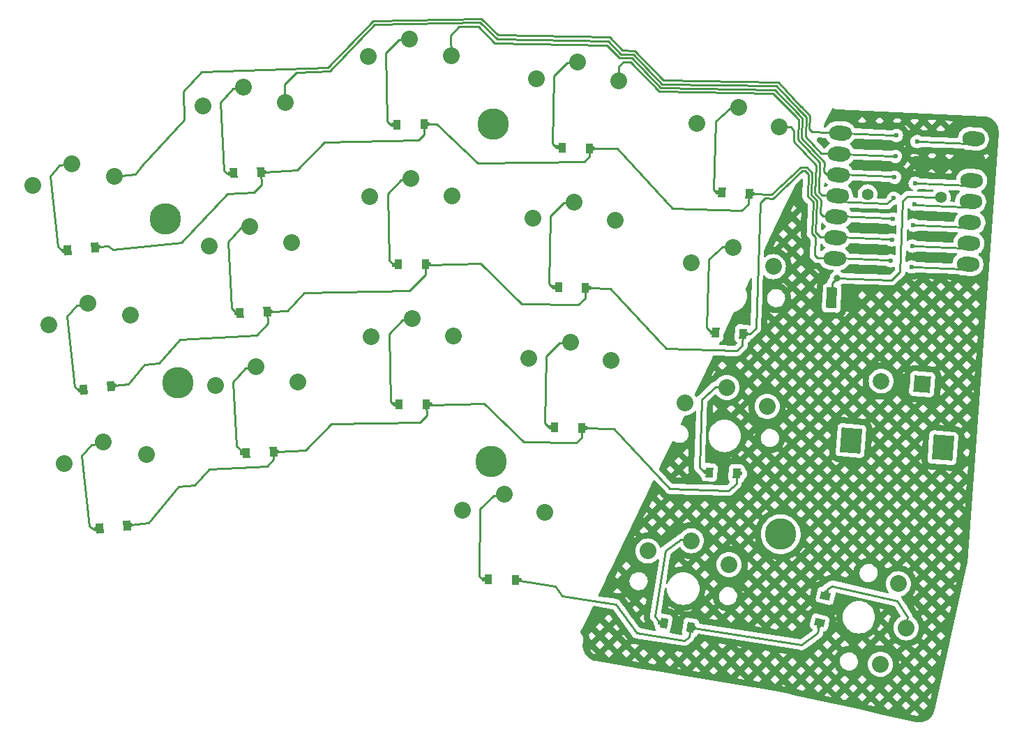
<source format=gbr>
%TF.GenerationSoftware,KiCad,Pcbnew,7.0.8*%
%TF.CreationDate,2023-11-06T14:18:33+01:00*%
%TF.ProjectId,goose_choc_routing,676f6f73-655f-4636-986f-635f726f7574,v1.0.0*%
%TF.SameCoordinates,Original*%
%TF.FileFunction,Copper,L1,Top*%
%TF.FilePolarity,Positive*%
%FSLAX46Y46*%
G04 Gerber Fmt 4.6, Leading zero omitted, Abs format (unit mm)*
G04 Created by KiCad (PCBNEW 7.0.8) date 2023-11-06 14:18:33*
%MOMM*%
%LPD*%
G01*
G04 APERTURE LIST*
G04 Aperture macros list*
%AMHorizOval*
0 Thick line with rounded ends*
0 $1 width*
0 $2 $3 position (X,Y) of the first rounded end (center of the circle)*
0 $4 $5 position (X,Y) of the second rounded end (center of the circle)*
0 Add line between two ends*
20,1,$1,$2,$3,$4,$5,0*
0 Add two circle primitives to create the rounded ends*
1,1,$1,$2,$3*
1,1,$1,$4,$5*%
%AMRotRect*
0 Rectangle, with rotation*
0 The origin of the aperture is its center*
0 $1 length*
0 $2 width*
0 $3 Rotation angle, in degrees counterclockwise*
0 Add horizontal line*
21,1,$1,$2,0,0,$3*%
G04 Aperture macros list end*
%TA.AperFunction,ComponentPad*%
%ADD10C,0.600000*%
%TD*%
%TA.AperFunction,SMDPad,CuDef*%
%ADD11RotRect,0.900000X1.200000X177.500000*%
%TD*%
%TA.AperFunction,SMDPad,CuDef*%
%ADD12RotRect,0.900000X1.200000X178.500000*%
%TD*%
%TA.AperFunction,SMDPad,CuDef*%
%ADD13RotRect,0.900000X1.200000X182.500000*%
%TD*%
%TA.AperFunction,SMDPad,CuDef*%
%ADD14RotRect,0.900000X1.200000X186.500000*%
%TD*%
%TA.AperFunction,SMDPad,CuDef*%
%ADD15RotRect,0.900000X1.200000X170.500000*%
%TD*%
%TA.AperFunction,SMDPad,CuDef*%
%ADD16RotRect,0.900000X1.200000X77.500000*%
%TD*%
%TA.AperFunction,SMDPad,CuDef*%
%ADD17RotRect,0.900000X1.200000X180.500000*%
%TD*%
%TA.AperFunction,SMDPad,CuDef*%
%ADD18RotRect,0.900000X1.200000X187.500000*%
%TD*%
%TA.AperFunction,SMDPad,CuDef*%
%ADD19RotRect,1.250000X2.500000X357.500000*%
%TD*%
%TA.AperFunction,ComponentPad*%
%ADD20C,3.800000*%
%TD*%
%TA.AperFunction,ComponentPad*%
%ADD21RotRect,2.000000X2.000000X265.500000*%
%TD*%
%TA.AperFunction,ComponentPad*%
%ADD22C,2.000000*%
%TD*%
%TA.AperFunction,ComponentPad*%
%ADD23RotRect,3.000000X2.500000X265.500000*%
%TD*%
%TA.AperFunction,ComponentPad*%
%ADD24C,2.032000*%
%TD*%
%TA.AperFunction,SMDPad,CuDef*%
%ADD25HorizOval,1.800000X0.474548X-0.020719X-0.474548X0.020719X0*%
%TD*%
%TA.AperFunction,SMDPad,CuDef*%
%ADD26RotRect,7.000000X0.250000X357.500000*%
%TD*%
%TA.AperFunction,SMDPad,CuDef*%
%ADD27RotRect,6.000200X0.250000X357.500000*%
%TD*%
%TA.AperFunction,SMDPad,CuDef*%
%ADD28RotRect,1.176000X0.250000X42.500000*%
%TD*%
%TA.AperFunction,SMDPad,CuDef*%
%ADD29HorizOval,1.800000X-0.474548X0.020719X0.474548X-0.020719X0*%
%TD*%
%TA.AperFunction,SMDPad,CuDef*%
%ADD30RotRect,6.500000X0.250000X357.500000*%
%TD*%
%TA.AperFunction,ComponentPad*%
%ADD31C,1.397000*%
%TD*%
%TA.AperFunction,ViaPad*%
%ADD32C,0.800000*%
%TD*%
%TA.AperFunction,Conductor*%
%ADD33C,0.250000*%
%TD*%
G04 APERTURE END LIST*
D10*
%TO.P,Di31,1*%
%TO.N,R2*%
X254283098Y-148383113D03*
D11*
X253833527Y-148363484D03*
%TO.P,Di31,2*%
%TO.N,C4_R2*%
X250536667Y-148219540D03*
D10*
X250087096Y-148199911D03*
%TD*%
%TO.P,Di30,1*%
%TO.N,R0*%
X236390284Y-108865226D03*
D12*
X235940439Y-108853446D03*
%TO.P,Di30,2*%
%TO.N,C3_R0*%
X232641569Y-108767062D03*
D10*
X232191724Y-108755282D03*
%TD*%
%TO.P,Di22,1*%
%TO.N,R2*%
X198023794Y-145694188D03*
D13*
X197574223Y-145713817D03*
%TO.P,Di22,2*%
%TO.N,C1_R2*%
X194277363Y-145857761D03*
D10*
X193827792Y-145877390D03*
%TD*%
%TO.P,Di19,1*%
%TO.N,R2*%
X180239972Y-154629280D03*
D14*
X179792865Y-154680222D03*
%TO.P,Di19,2*%
%TO.N,C0_R2*%
X176514077Y-155053792D03*
D10*
X176066970Y-155104734D03*
%TD*%
%TO.P,Di34,1*%
%TO.N,R3*%
X227461149Y-161324439D03*
D12*
X227011304Y-161312659D03*
%TO.P,Di34,2*%
%TO.N,C1_R3*%
X223712434Y-161226275D03*
D10*
X223262589Y-161214495D03*
%TD*%
%TO.P,Di33,1*%
%TO.N,R0*%
X255766171Y-114415477D03*
D11*
X255316600Y-114395848D03*
%TO.P,Di33,2*%
%TO.N,C4_R0*%
X252019740Y-114251904D03*
D10*
X251570169Y-114232275D03*
%TD*%
%TO.P,Di32,1*%
%TO.N,R1*%
X255024642Y-131399287D03*
D11*
X254575071Y-131379658D03*
%TO.P,Di32,2*%
%TO.N,C4_R1*%
X251278211Y-131235714D03*
D10*
X250828640Y-131216085D03*
%TD*%
%TO.P,Di35,1*%
%TO.N,R3*%
X248681783Y-167128759D03*
D15*
X248237954Y-167054488D03*
%TO.P,Di35,2*%
%TO.N,C2_R3*%
X244983212Y-166509830D03*
D10*
X244539383Y-166435559D03*
%TD*%
%TO.P,Di36,1*%
%TO.N,R3*%
X263810160Y-166896652D03*
D16*
X263907558Y-166457318D03*
%TO.P,Di36,2*%
%TO.N,C3_R3*%
X264621808Y-163235542D03*
D10*
X264719206Y-162796208D03*
%TD*%
%TO.P,Di23,1*%
%TO.N,R1*%
X197282275Y-128710374D03*
D13*
X196832704Y-128730003D03*
%TO.P,Di23,2*%
%TO.N,C1_R1*%
X193535844Y-128873947D03*
D10*
X193086273Y-128893576D03*
%TD*%
%TO.P,Di21,1*%
%TO.N,R0*%
X176391075Y-120847842D03*
D14*
X175943968Y-120898784D03*
%TO.P,Di21,2*%
%TO.N,C0_R0*%
X172665180Y-121272354D03*
D10*
X172218073Y-121323296D03*
%TD*%
%TO.P,Di24,1*%
%TO.N,R0*%
X196540740Y-111726550D03*
D13*
X196091169Y-111746179D03*
%TO.P,Di24,2*%
%TO.N,C1_R0*%
X192794309Y-111890123D03*
D10*
X192344738Y-111909752D03*
%TD*%
%TO.P,Di26,1*%
%TO.N,R1*%
X216484159Y-122948224D03*
D17*
X216034176Y-122952151D03*
%TO.P,Di26,2*%
%TO.N,C2_R1*%
X212734302Y-122980949D03*
D10*
X212284319Y-122984876D03*
%TD*%
%TO.P,Di28,1*%
%TO.N,R2*%
X235500274Y-142853570D03*
D12*
X235050429Y-142841790D03*
%TO.P,Di28,2*%
%TO.N,C3_R2*%
X231751559Y-142755406D03*
D10*
X231301714Y-142743626D03*
%TD*%
%TO.P,Di25,1*%
%TO.N,R2*%
X216632519Y-139947561D03*
D17*
X216182536Y-139951488D03*
%TO.P,Di25,2*%
%TO.N,C2_R2*%
X212882662Y-139980286D03*
D10*
X212432679Y-139984213D03*
%TD*%
%TO.P,Di29,1*%
%TO.N,R1*%
X235945277Y-125859408D03*
D12*
X235495432Y-125847628D03*
%TO.P,Di29,2*%
%TO.N,C3_R1*%
X232196562Y-125761244D03*
D10*
X231746717Y-125749464D03*
%TD*%
%TO.P,Di27,1*%
%TO.N,R0*%
X216335810Y-105948862D03*
D17*
X215885827Y-105952789D03*
%TO.P,Di27,2*%
%TO.N,C2_R0*%
X212585953Y-105981587D03*
D10*
X212135970Y-105985514D03*
%TD*%
%TO.P,Di20,1*%
%TO.N,R1*%
X178311063Y-137702187D03*
D18*
X177864913Y-137760924D03*
%TO.P,Di20,2*%
%TO.N,C0_R1*%
X174593145Y-138191660D03*
D10*
X174146995Y-138250397D03*
%TD*%
D19*
%TO.P,PAD1,1*%
%TO.N,BAT+*%
X265374349Y-127046601D03*
%TO.P,PAD1,2*%
%TO.N,GND*%
X267871969Y-127155649D03*
%TD*%
D20*
%TO.P,H4,*%
%TO.N,*%
X224018782Y-146883593D03*
%TD*%
%TO.P,H5,*%
%TO.N,*%
X259186608Y-155738052D03*
%TD*%
%TO.P,H3,*%
%TO.N,*%
X224276538Y-105889461D03*
%TD*%
%TO.P,H2,*%
%TO.N,*%
X186020288Y-137374369D03*
%TD*%
%TO.P,H1,*%
%TO.N,*%
X184451928Y-117446353D03*
%TD*%
D21*
%TO.P,ROT1,A*%
%TO.N,ENCA*%
X276359424Y-137517152D03*
D22*
%TO.P,ROT1,B*%
%TO.N,ENCB*%
X271374837Y-137124857D03*
%TO.P,ROT1,C*%
%TO.N,GND*%
X273867131Y-137321004D03*
D23*
%TO.P,ROT1,MP*%
%TO.N,N/C*%
X278861425Y-145237255D03*
X267695950Y-144358513D03*
%TD*%
D24*
%TO.P,S10,1*%
%TO.N,C3*%
X228619967Y-134370563D03*
X238616540Y-134632333D03*
%TO.P,S10,2*%
%TO.N,C3_R2*%
X233673225Y-132402168D03*
%TD*%
%TO.P,S17,1*%
%TO.N,C2*%
X243049051Y-157770754D03*
X252911907Y-159421230D03*
%TO.P,S17,2*%
%TO.N,C2_R3*%
X248327079Y-156524792D03*
%TD*%
%TO.P,S4,1*%
%TO.N,C1*%
X190568511Y-137711782D03*
X200558993Y-137275588D03*
%TO.P,S4,2*%
%TO.N,C1_R2*%
X195472152Y-135395683D03*
%TD*%
%TO.P,S18,1*%
%TO.N,C3*%
X273450152Y-161761400D03*
X271285756Y-171524361D03*
%TO.P,S18,2*%
%TO.N,C3_R3*%
X274418175Y-167097404D03*
%TD*%
%TO.P,S11,1*%
%TO.N,C3*%
X229064975Y-117376387D03*
X239061548Y-117638157D03*
%TO.P,S11,2*%
%TO.N,C3_R1*%
X234118233Y-115407992D03*
%TD*%
%TO.P,S3,1*%
%TO.N,C0*%
X168397130Y-113404938D03*
X178332848Y-112272906D03*
%TO.P,S3,2*%
%TO.N,C0_R0*%
X173127262Y-110752421D03*
%TD*%
%TO.P,S5,1*%
%TO.N,C1*%
X189826993Y-120727973D03*
X199817475Y-120291779D03*
%TO.P,S5,2*%
%TO.N,C1_R1*%
X194730634Y-118411874D03*
%TD*%
%TO.P,S8,1*%
%TO.N,C2*%
X209312006Y-114710491D03*
X219311625Y-114623226D03*
%TO.P,S8,2*%
%TO.N,C2_R1*%
X214293489Y-112566939D03*
%TD*%
%TO.P,S16,1*%
%TO.N,C1*%
X220580857Y-152841422D03*
X230577430Y-153103192D03*
%TO.P,S16,2*%
%TO.N,C1_R3*%
X225634115Y-150873027D03*
%TD*%
%TO.P,S7,1*%
%TO.N,C2*%
X209460358Y-131709843D03*
X219459977Y-131622578D03*
%TO.P,S7,2*%
%TO.N,C2_R2*%
X214441841Y-129566291D03*
%TD*%
%TO.P,S12,1*%
%TO.N,C3*%
X229509992Y-100382207D03*
X239506565Y-100643977D03*
%TO.P,S12,2*%
%TO.N,C3_R0*%
X234563250Y-98413812D03*
%TD*%
%TO.P,S6,1*%
%TO.N,C1*%
X189085455Y-103744157D03*
X199075937Y-103307963D03*
%TO.P,S6,2*%
%TO.N,C1_R0*%
X193989096Y-101428058D03*
%TD*%
%TO.P,S9,1*%
%TO.N,C2*%
X209163658Y-97711135D03*
X219163277Y-97623870D03*
%TO.P,S9,2*%
%TO.N,C2_R0*%
X214145141Y-95567583D03*
%TD*%
%TO.P,S1,1*%
%TO.N,C0*%
X172246042Y-147186377D03*
X182181760Y-146054345D03*
%TO.P,S1,2*%
%TO.N,C0_R2*%
X176976174Y-144533860D03*
%TD*%
%TO.P,S2,1*%
%TO.N,C0*%
X170321581Y-130295661D03*
X180257299Y-129163629D03*
%TO.P,S2,2*%
%TO.N,C0_R1*%
X175051713Y-127643144D03*
%TD*%
%TO.P,S13,1*%
%TO.N,C4*%
X247551904Y-139781312D03*
X257542386Y-140217506D03*
%TO.P,S13,2*%
%TO.N,C4_R2*%
X252638745Y-137901407D03*
%TD*%
%TO.P,S15,1*%
%TO.N,C4*%
X249034963Y-105813682D03*
X259025445Y-106249876D03*
%TO.P,S15,2*%
%TO.N,C4_R0*%
X254121804Y-103933777D03*
%TD*%
%TO.P,S14,1*%
%TO.N,C4*%
X248293432Y-122797499D03*
X258283914Y-123233693D03*
%TO.P,S14,2*%
%TO.N,C4_R1*%
X253380273Y-120917594D03*
%TD*%
D25*
%TO.P,MCU1,1*%
%TO.N,C0*%
X266404644Y-107002461D03*
D26*
X269924291Y-107156132D03*
D10*
X273223148Y-107300163D03*
D25*
%TO.P,MCU1,2*%
%TO.N,C1*%
X266293851Y-109540043D03*
D26*
X269813498Y-109693714D03*
D10*
X273112355Y-109837745D03*
D25*
%TO.P,MCU1,3*%
%TO.N,C2*%
X266183058Y-112077626D03*
D26*
X269624779Y-112227894D03*
D10*
X273001562Y-112375328D03*
D25*
%TO.P,MCU1,4*%
%TO.N,C3*%
X266072265Y-114615208D03*
D27*
X269155490Y-115525563D03*
D28*
X272496362Y-115291907D03*
D10*
X272890769Y-114912910D03*
D25*
%TO.P,MCU1,5*%
%TO.N,C4*%
X265961471Y-117152791D03*
D26*
X269481118Y-117306462D03*
D10*
X272779976Y-117450493D03*
D25*
%TO.P,MCU1,6*%
%TO.N,R0*%
X265850678Y-119690373D03*
D26*
X269370325Y-119844044D03*
D10*
X272669182Y-119988075D03*
D25*
%TO.P,MCU1,7*%
%TO.N,R1*%
X265739885Y-122227956D03*
D26*
X269259532Y-122381627D03*
D10*
X272558389Y-122525658D03*
%TO.P,MCU1,8*%
%TO.N,ENCA*%
X275068273Y-123270847D03*
D26*
X278494010Y-123420418D03*
D29*
X281914476Y-122934153D03*
D10*
%TO.P,MCU1,9*%
%TO.N,ENCB*%
X275179066Y-120733264D03*
D26*
X278604803Y-120882835D03*
D29*
X282025269Y-120396571D03*
D10*
%TO.P,MCU1,10*%
%TO.N,R3*%
X275289860Y-118195682D03*
D26*
X278715596Y-118345253D03*
D29*
X282136062Y-117858988D03*
D10*
%TO.P,MCU1,11*%
%TO.N,R2*%
X275400653Y-115658099D03*
D30*
X278646448Y-115939947D03*
D29*
X282246855Y-115321406D03*
D10*
%TO.P,MCU1,12*%
%TO.N,3V3*%
X275511446Y-113120517D03*
D26*
X278937183Y-113270088D03*
D29*
X282357649Y-112783823D03*
D10*
%TO.P,MCU1,13*%
%TO.N,GND*%
X275622239Y-110582934D03*
D26*
X279047976Y-110732505D03*
D29*
X282468442Y-110246241D03*
D10*
%TO.P,MCU1,14*%
%TO.N,5V*%
X275733033Y-108045352D03*
D26*
X279158769Y-108194923D03*
D29*
X282579235Y-107708658D03*
D31*
%TO.P,MCU1,19*%
%TO.N,BAT+*%
X269732618Y-114457721D03*
X278609863Y-114845309D03*
%TD*%
D32*
%TO.N,BAT+*%
X266026295Y-124642783D03*
%TD*%
D33*
%TO.N,R1*%
X263406127Y-119664413D02*
X263330828Y-121820703D01*
X262970759Y-119197538D02*
X263406127Y-119664413D01*
X261782962Y-111600458D02*
X262162335Y-111613706D01*
X263103629Y-115392650D02*
X262970759Y-119197538D01*
X262519195Y-111996393D02*
X262425973Y-114665953D01*
X256689752Y-115489076D02*
X257300722Y-114919337D01*
X262162335Y-111613706D02*
X262519195Y-111996393D01*
X262425973Y-114665953D02*
X263103629Y-115392650D01*
X258190576Y-114950412D02*
X261782962Y-111600458D01*
X257300722Y-114919337D02*
X258190576Y-114950412D01*
X256157884Y-130719792D02*
X256689752Y-115489076D01*
X255024641Y-131399286D02*
X255414612Y-131412904D01*
X255414612Y-131412904D02*
X256157884Y-130719792D01*
X263330828Y-121820703D02*
X263646289Y-122158992D01*
X263646289Y-122158992D02*
X266214433Y-122248675D01*
%TO.N,R0*%
X255766172Y-114415475D02*
X258019997Y-114494180D01*
X263988870Y-119629505D02*
X266325226Y-119711092D01*
X258019997Y-114494180D02*
X261612384Y-111144226D01*
X262882204Y-114495376D02*
X263559860Y-115222072D01*
X263559860Y-115222072D02*
X263426990Y-119026961D01*
X261612384Y-111144226D02*
X262364322Y-111170484D01*
X262364322Y-111170484D02*
X262975427Y-111825815D01*
X262975427Y-111825815D02*
X262882204Y-114495376D01*
X263426990Y-119026961D02*
X263988870Y-119629505D01*
%TO.N,C0*%
X241485840Y-96999806D02*
X244979238Y-100617325D01*
X239984726Y-96973603D02*
X241485840Y-96999806D01*
X238384130Y-95316137D02*
X239984726Y-96973603D01*
X204233897Y-99034535D02*
X209703220Y-93370883D01*
X188849665Y-99571762D02*
X204233897Y-99034535D01*
X186671851Y-101907190D02*
X188849665Y-99571762D01*
X222867551Y-93141101D02*
X224875701Y-95080346D01*
X180806875Y-112012875D02*
X181714954Y-110891492D01*
X186795338Y-105443453D02*
X186671851Y-101907190D01*
X209703220Y-93370883D02*
X222867551Y-93141101D01*
X181714954Y-110891492D02*
X186795338Y-105443453D01*
X261658590Y-103773748D02*
X261675469Y-103774337D01*
X224875701Y-95080346D02*
X238384130Y-95316137D01*
X178332848Y-112272910D02*
X180806875Y-112012875D01*
X244979238Y-100617325D02*
X258844178Y-100859339D01*
X258844178Y-100859339D02*
X258944115Y-100862830D01*
X258944115Y-100862830D02*
X261658590Y-103773748D01*
X261675469Y-103774337D02*
X262730775Y-104906016D01*
X262730775Y-104906016D02*
X262673421Y-106548457D01*
X262673421Y-106548457D02*
X262989441Y-106887347D01*
X262989441Y-106887347D02*
X266879192Y-107023180D01*
%TO.N,C1*%
X244785017Y-101064003D02*
X258649957Y-101306016D01*
X238250986Y-95826061D02*
X239790502Y-97420282D01*
X262192383Y-107429413D02*
X264092768Y-109467327D01*
X261461185Y-104217128D02*
X261473482Y-104217557D01*
X224756194Y-95590511D02*
X238250986Y-95826061D01*
X258649957Y-101306016D02*
X261461185Y-104217128D01*
X222689040Y-93594281D02*
X224756194Y-95590511D01*
X209901945Y-93817484D02*
X222689040Y-93594281D01*
X204435886Y-99477759D02*
X209901945Y-93817484D01*
X239790502Y-97420282D02*
X241291619Y-97446485D01*
X262274544Y-105076592D02*
X262192383Y-107429413D01*
X264092768Y-109467327D02*
X266768399Y-109560762D01*
X200374357Y-99619588D02*
X204435886Y-99477759D01*
X198998655Y-101094849D02*
X200374357Y-99619588D01*
X241291619Y-97446485D02*
X244785017Y-101064003D01*
X199075937Y-103307960D02*
X198998655Y-101094849D01*
X261473482Y-104217557D02*
X262274544Y-105076592D01*
%TO.N,C2*%
X261354307Y-104754253D02*
X261818157Y-105251670D01*
X261818157Y-105251670D02*
X261736151Y-107599990D01*
X261736151Y-107599990D02*
X264486881Y-110549786D01*
X264486881Y-110549786D02*
X264446941Y-111693486D01*
X264446941Y-111693486D02*
X264762776Y-112032177D01*
X264762776Y-112032177D02*
X266657606Y-112098346D01*
X258455736Y-101752695D02*
X261354307Y-104754253D01*
%TO.N,C4*%
X259025444Y-106249876D02*
X260397696Y-106297797D01*
X263458153Y-110896491D02*
X263338434Y-114324798D01*
X260397696Y-106297797D02*
X260807688Y-106737458D01*
X264015806Y-116761527D02*
X264331454Y-117100016D01*
X260807688Y-106737458D02*
X260763366Y-108006685D01*
X260763366Y-108006685D02*
X263458153Y-110896491D01*
X263338434Y-114324798D02*
X264073378Y-115112928D01*
X264073378Y-115112928D02*
X264015806Y-116761527D01*
X264331454Y-117100016D02*
X266436019Y-117173509D01*
%TO.N,C3*%
X260900364Y-104931982D02*
X261361766Y-105426776D01*
X261361766Y-105426776D02*
X261279921Y-107770569D01*
X261279921Y-107770569D02*
X263918769Y-110600387D01*
X263918769Y-110600387D02*
X263794666Y-114154221D01*
X263794666Y-114154221D02*
X264166347Y-114552800D01*
X264166347Y-114552800D02*
X266546812Y-114635927D01*
X258261514Y-102199374D02*
X260900364Y-104931982D01*
%TO.N,C2*%
X219163279Y-97623869D02*
X219120479Y-95171958D01*
X219120479Y-95171958D02*
X220166881Y-94088379D01*
X224472094Y-96078733D02*
X238099114Y-96316597D01*
X244590795Y-101510681D02*
X258455736Y-101752695D01*
X220166881Y-94088379D02*
X222510523Y-94047470D01*
X222510523Y-94047470D02*
X224472094Y-96078733D01*
X238099114Y-96316597D02*
X239596282Y-97866960D01*
X239596282Y-97866960D02*
X241097398Y-97893162D01*
X241097398Y-97893162D02*
X244590795Y-101510681D01*
%TO.N,C3*%
X239506559Y-100643978D02*
X239536595Y-98923321D01*
X240095340Y-98383748D02*
X240960155Y-98398845D01*
X239536595Y-98923321D02*
X240095340Y-98383748D01*
X240960155Y-98398845D02*
X244396572Y-101957360D01*
X244396572Y-101957360D02*
X258261514Y-102199374D01*
%TO.N,BAT+*%
X266026295Y-124642783D02*
X272626278Y-124873265D01*
X274577021Y-114704479D02*
X278609858Y-114845307D01*
X272626278Y-124873265D02*
X273677117Y-123893341D01*
X273677117Y-123893341D02*
X273978508Y-115262605D01*
X273978508Y-115262605D02*
X274577021Y-114704479D01*
X265439172Y-125190293D02*
X266026295Y-124642783D01*
X265374349Y-127046598D02*
X265439172Y-125190293D01*
%TO.N,R2*%
X216699567Y-140012313D02*
X223183622Y-139899135D01*
X253791169Y-149576728D02*
X253833537Y-148363488D01*
X223183622Y-139899135D02*
X227994567Y-144545013D01*
X227994567Y-144545013D02*
X234343593Y-144655825D01*
X234343593Y-144655825D02*
X235030330Y-143992650D01*
X235030330Y-143992650D02*
X235050429Y-142841798D01*
X235050429Y-142841798D02*
X238898685Y-142908967D01*
X238898685Y-142908967D02*
X245703897Y-150206665D01*
X245703897Y-150206665D02*
X252848107Y-150456140D01*
X252848107Y-150456140D02*
X253791169Y-149576728D01*
%TO.N,R0*%
X236390286Y-108865233D02*
X239311959Y-108916226D01*
X239311959Y-108916226D02*
X246069389Y-116162683D01*
X246069389Y-116162683D02*
X254448788Y-116455299D01*
X254448788Y-116455299D02*
X255271470Y-115688129D01*
X255271470Y-115688129D02*
X255316601Y-114395850D01*
%TO.N,R1*%
X235945282Y-125859412D02*
X238488713Y-125903802D01*
X238488713Y-125903802D02*
X245257753Y-133162716D01*
X253854864Y-133462930D02*
X254524115Y-132838849D01*
X245257753Y-133162716D02*
X253854864Y-133462930D01*
X254524115Y-132838849D02*
X254575069Y-131379659D01*
%TO.N,C4_R2*%
X249328352Y-147619233D02*
X249764596Y-148087047D01*
X249616402Y-139370804D02*
X249328352Y-147619233D01*
X249764596Y-148087047D02*
X250488285Y-148112325D01*
X251288614Y-137811442D02*
X249616402Y-139370804D01*
X252500862Y-137853766D02*
X251288614Y-137811442D01*
%TO.N,C4_R1*%
X250176123Y-130620466D02*
X250612359Y-131088274D01*
X250464162Y-122372043D02*
X250176123Y-130620466D01*
X250612359Y-131088274D02*
X251336060Y-131113551D01*
X252136374Y-120812667D02*
X250464162Y-122372043D01*
X253348629Y-120855002D02*
X252136374Y-120812667D01*
%TO.N,C4_R0*%
X251303062Y-105627119D02*
X251015020Y-113875539D01*
X251451254Y-114343342D02*
X252174952Y-114368628D01*
X252975273Y-104067747D02*
X251303062Y-105627119D01*
X254187523Y-104110072D02*
X252975273Y-104067747D01*
X251015020Y-113875539D02*
X251451254Y-114343342D01*
%TO.N,C3_R3*%
X264813322Y-162402042D02*
X264651660Y-163102348D01*
X265425376Y-162019596D02*
X264813322Y-162402042D01*
X274554181Y-165786451D02*
X273342543Y-163847422D01*
X273342543Y-163847422D02*
X265425376Y-162019596D01*
X274281318Y-166968353D02*
X274554181Y-165786451D01*
%TO.N,C2_R3*%
X244383829Y-166321401D02*
X245093707Y-166433828D01*
X243959609Y-165737515D02*
X244383829Y-166321401D01*
X247080499Y-156368190D02*
X245230707Y-157712136D01*
X245230707Y-157712136D02*
X243959609Y-165737515D01*
X248278547Y-156557953D02*
X247080499Y-156368190D01*
%TO.N,R0*%
X216335823Y-105948863D02*
X217450039Y-105929420D01*
X217450039Y-105929420D02*
X222388648Y-110698568D01*
X235340678Y-110472486D02*
X235957554Y-109833682D01*
X222388648Y-110698568D02*
X235340678Y-110472486D01*
X235957554Y-109833682D02*
X235940433Y-108853450D01*
%TO.N,R1*%
X234636166Y-127894377D02*
X235473823Y-127085467D01*
X216532241Y-122994649D02*
X222717529Y-122886684D01*
X222717529Y-122886684D02*
X227779220Y-127774696D01*
X227779220Y-127774696D02*
X234636166Y-127894377D01*
X235473823Y-127085467D02*
X235495430Y-125847629D01*
%TO.N,R3*%
X248681792Y-167128761D02*
X261705039Y-169191438D01*
X261705039Y-169191438D02*
X263673185Y-167761486D01*
X263673185Y-167761486D02*
X263810162Y-166896638D01*
X227027613Y-161300815D02*
X231824915Y-162060635D01*
X232665760Y-163217951D02*
X239165228Y-164247371D01*
X231824915Y-162060635D02*
X232665760Y-163217951D01*
X239165228Y-164247371D02*
X241702594Y-167739759D01*
X241702594Y-167739759D02*
X247472672Y-168653652D01*
X247472672Y-168653652D02*
X248053878Y-168231375D01*
X248053878Y-168231375D02*
X248239868Y-167057116D01*
%TO.N,C1_R3*%
X222689013Y-152630810D02*
X222547193Y-160754991D01*
X225546562Y-151063680D02*
X224333759Y-151042503D01*
X223048546Y-161274143D02*
X223767165Y-161286683D01*
X224333759Y-151042503D02*
X222689013Y-152630810D01*
X222547193Y-160754991D02*
X223048546Y-161274143D01*
%TO.N,C0_R0*%
X173127261Y-110752416D02*
X171658920Y-110906750D01*
X171658920Y-110906750D02*
X170539136Y-112289576D01*
X170539136Y-112289576D02*
X171436197Y-120824589D01*
X171436197Y-120824589D02*
X172066800Y-121335243D01*
X172066800Y-121335243D02*
X172665179Y-121272348D01*
%TO.N,C0_R1*%
X175169284Y-127750970D02*
X173700939Y-127905293D01*
X173700939Y-127905293D02*
X172581153Y-129288112D01*
X172581153Y-129288112D02*
X173477468Y-137815978D01*
X173477468Y-137815978D02*
X174016271Y-138252287D01*
X174016271Y-138252287D02*
X174593141Y-138191654D01*
%TO.N,C0_R2*%
X176948148Y-144675731D02*
X175479800Y-144830066D01*
X175479800Y-144830066D02*
X174360015Y-146212893D01*
X175256321Y-154740743D02*
X175743002Y-155134844D01*
X174360015Y-146212893D02*
X175256321Y-154740743D01*
X175743002Y-155134844D02*
X176514089Y-155053796D01*
%TO.N,C1_R2*%
X195470256Y-135516749D02*
X194258932Y-135580234D01*
X194258932Y-135580234D02*
X192728976Y-137279405D01*
X192728976Y-137279405D02*
X193137327Y-145071142D01*
X193137327Y-145071142D02*
X194025612Y-145870960D01*
%TO.N,C1_R1*%
X194833257Y-118508779D02*
X193621929Y-118572260D01*
X193621929Y-118572260D02*
X192091975Y-120271432D01*
X193156467Y-128893826D02*
X193535836Y-128873942D01*
X192091975Y-120271432D02*
X192513525Y-128314920D01*
X192513525Y-128314920D02*
X193156467Y-128893826D01*
%TO.N,C1_R0*%
X193942529Y-101512808D02*
X192731196Y-101576294D01*
X191201258Y-103275461D02*
X191636168Y-111573890D01*
X192731196Y-101576294D02*
X191201258Y-103275461D01*
X191636168Y-111573890D02*
X192031751Y-111930084D01*
X192031751Y-111930084D02*
X192794307Y-111890130D01*
%TO.N,C2_R1*%
X214286297Y-112702878D02*
X213073492Y-112724045D01*
X211485171Y-114368790D02*
X211626556Y-122468104D01*
X213073492Y-112724045D02*
X211485171Y-114368790D01*
X211626556Y-122468104D02*
X212167849Y-122990835D01*
X212167849Y-122990835D02*
X212734314Y-122980945D01*
%TO.N,C2_R2*%
X214460411Y-129720414D02*
X213247607Y-129741588D01*
X213247607Y-129741588D02*
X211659289Y-131386339D01*
X211659289Y-131386339D02*
X211803573Y-139652301D01*
X211803573Y-139652301D02*
X212156347Y-139992969D01*
X212156347Y-139992969D02*
X212882664Y-139980286D01*
%TO.N,C2_R0*%
X214084034Y-95653075D02*
X212871217Y-95674246D01*
X212871217Y-95674246D02*
X211282908Y-97318987D01*
X211282908Y-97318987D02*
X211427088Y-105579204D01*
X211856939Y-105994323D02*
X212585960Y-105981590D01*
X211427088Y-105579204D02*
X211856939Y-105994323D01*
%TO.N,C3_R0*%
X234474799Y-98474955D02*
X233262001Y-98453785D01*
X231617248Y-100042102D02*
X231473211Y-108294295D01*
X233262001Y-98453785D02*
X231617248Y-100042102D01*
X231473211Y-108294295D02*
X231917546Y-108754428D01*
X231917546Y-108754428D02*
X232641575Y-108767070D01*
%TO.N,C3_R1*%
X234081916Y-115521422D02*
X232869113Y-115500253D01*
X232869113Y-115500253D02*
X231224364Y-117088558D01*
X231224364Y-117088558D02*
X231080273Y-125343810D01*
X231080273Y-125343810D02*
X231471159Y-125748585D01*
X231471159Y-125748585D02*
X232196562Y-125761246D01*
%TO.N,C3_R2*%
X233530957Y-132532393D02*
X232318151Y-132511224D01*
X231032942Y-142742864D02*
X231751561Y-142755406D01*
X232318151Y-132511224D02*
X230673405Y-134099531D01*
X230673405Y-134099531D02*
X230531593Y-142223713D01*
X230531593Y-142223713D02*
X231032942Y-142742864D01*
%TO.N,R2*%
X198023801Y-145694179D02*
X201508195Y-145511582D01*
X201508195Y-145511582D02*
X204602182Y-142307663D01*
X204602182Y-142307663D02*
X215403172Y-142119134D01*
X215403172Y-142119134D02*
X216205868Y-141287913D01*
X216205868Y-141287913D02*
X216182541Y-139951495D01*
%TO.N,R1*%
X197282277Y-128710366D02*
X199331636Y-128602971D01*
X199331636Y-128602971D02*
X201315355Y-126399826D01*
X201315355Y-126399826D02*
X214158106Y-126175650D01*
X214158106Y-126175650D02*
X216056143Y-124210176D01*
X216056143Y-124210176D02*
X216034185Y-122952151D01*
%TO.N,R0*%
X196540747Y-111726556D02*
X200452541Y-111521539D01*
X200452541Y-111521539D02*
X203757651Y-108099011D01*
X203757651Y-108099011D02*
X215255978Y-107898306D01*
X215255978Y-107898306D02*
X215908011Y-107223114D01*
X215908011Y-107223114D02*
X215885847Y-105952783D01*
%TO.N,R2*%
X180239981Y-154629294D02*
X182482801Y-154393560D01*
X182482801Y-154393560D02*
X186063640Y-149971599D01*
X186063640Y-149971599D02*
X188084509Y-149759195D01*
X188084509Y-149759195D02*
X189794373Y-147860189D01*
X189794373Y-147860189D02*
X196825065Y-147491736D01*
X197621081Y-146607676D02*
X197574225Y-145713815D01*
X196825065Y-147491736D02*
X197621081Y-146607676D01*
%TO.N,R1*%
X178311065Y-137702185D02*
X179974391Y-137527357D01*
X179974391Y-137527357D02*
X181929465Y-135113052D01*
X181929465Y-135113052D02*
X183697729Y-134927195D01*
X195618105Y-131571552D02*
X196906624Y-130140490D01*
X183697729Y-134927195D02*
X186278450Y-132061018D01*
X186278450Y-132061018D02*
X195618105Y-131571552D01*
X196906624Y-130140490D02*
X196832705Y-128729999D01*
%TO.N,R0*%
X176391073Y-120847846D02*
X177534531Y-120727661D01*
X177534531Y-120727661D02*
X178115865Y-121198407D01*
X178115865Y-121198407D02*
X186451944Y-120322253D01*
X186451944Y-120322253D02*
X192006304Y-114365924D01*
X192006304Y-114365924D02*
X195268489Y-114252007D01*
X195268489Y-114252007D02*
X196145810Y-113311188D01*
X196145810Y-113311188D02*
X196091166Y-111746175D01*
%TD*%
%TA.AperFunction,Conductor*%
%TO.N,GND*%
G36*
X265566003Y-103999396D02*
G01*
X265670766Y-104066136D01*
X265844634Y-104138148D01*
X266028366Y-104178870D01*
X266109280Y-104182397D01*
X283764028Y-104953225D01*
X283764034Y-104953226D01*
X283764035Y-104953226D01*
X283780996Y-104953967D01*
X283780998Y-104953968D01*
X283803465Y-104954949D01*
X283807536Y-104955263D01*
X284056272Y-104982820D01*
X284064409Y-104984277D01*
X284238600Y-105027583D01*
X284305241Y-105044151D01*
X284313111Y-105046675D01*
X284428474Y-105092355D01*
X284543837Y-105138035D01*
X284551302Y-105141582D01*
X284756587Y-105256510D01*
X284767840Y-105262810D01*
X284774763Y-105267316D01*
X284892125Y-105355376D01*
X284973259Y-105416254D01*
X284979528Y-105421647D01*
X285156465Y-105595655D01*
X285161962Y-105601834D01*
X285208043Y-105661160D01*
X285314187Y-105797814D01*
X285318811Y-105804664D01*
X285443632Y-106019150D01*
X285447306Y-106026559D01*
X285542500Y-106255723D01*
X285545156Y-106263555D01*
X285609039Y-106503351D01*
X285610631Y-106511466D01*
X285642066Y-106757617D01*
X285642565Y-106765873D01*
X285640984Y-107015528D01*
X285640820Y-107019662D01*
X281819804Y-159233196D01*
X281819517Y-159236147D01*
X281797886Y-159414234D01*
X281796892Y-159420074D01*
X281758695Y-159593817D01*
X281757148Y-159599536D01*
X281714367Y-159732203D01*
X281705403Y-159751266D01*
X281700719Y-159772389D01*
X281698220Y-159780794D01*
X281693017Y-159794633D01*
X281692788Y-159799651D01*
X281689978Y-159820836D01*
X277864191Y-177077808D01*
X277863183Y-177081741D01*
X277794446Y-177317545D01*
X277791669Y-177325174D01*
X277693555Y-177548143D01*
X277689806Y-177555344D01*
X277563429Y-177763596D01*
X277558772Y-177770247D01*
X277406302Y-177960212D01*
X277400817Y-177966198D01*
X277224844Y-178134649D01*
X277218625Y-178139867D01*
X277022179Y-178283902D01*
X277015332Y-178288265D01*
X276801765Y-178405427D01*
X276794407Y-178408858D01*
X276567368Y-178497145D01*
X276559626Y-178499586D01*
X276323009Y-178557484D01*
X276315013Y-178558893D01*
X276072867Y-178585409D01*
X276064756Y-178585763D01*
X275922554Y-178582658D01*
X275821224Y-178580446D01*
X275813139Y-178579739D01*
X275569326Y-178542211D01*
X275565337Y-178541463D01*
X271380533Y-177613712D01*
X274896501Y-177613712D01*
X274913603Y-177630814D01*
X275705319Y-177806334D01*
X275759091Y-177814610D01*
X275959990Y-177613711D01*
X275428246Y-177081967D01*
X274896501Y-177613712D01*
X271380533Y-177613712D01*
X268994757Y-177084797D01*
X266280536Y-176483067D01*
X266280534Y-176483067D01*
X266273926Y-176481602D01*
X266220551Y-176469769D01*
X269676482Y-176469769D01*
X270546985Y-176662755D01*
X270656688Y-176553052D01*
X271714521Y-176553052D01*
X272188038Y-177026569D01*
X272283360Y-177047701D01*
X272778009Y-176553052D01*
X273835841Y-176553052D01*
X274367586Y-177084797D01*
X274899331Y-176553052D01*
X275957161Y-176553052D01*
X276488906Y-177084797D01*
X277020651Y-176553052D01*
X276488906Y-176021307D01*
X275957161Y-176553052D01*
X274899331Y-176553052D01*
X274367586Y-176021307D01*
X273835841Y-176553052D01*
X272778009Y-176553052D01*
X272778010Y-176553051D01*
X272246265Y-176021307D01*
X271714521Y-176553052D01*
X270656688Y-176553052D01*
X270656689Y-176553051D01*
X270124944Y-176021306D01*
X269676482Y-176469769D01*
X266220551Y-176469769D01*
X261011421Y-175314934D01*
X264467356Y-175314934D01*
X265337859Y-175507919D01*
X265353387Y-175492392D01*
X266411220Y-175492392D01*
X266736908Y-175818080D01*
X267074235Y-175892864D01*
X267474707Y-175492392D01*
X268532540Y-175492392D01*
X269064285Y-176024137D01*
X269596030Y-175492392D01*
X270653860Y-175492392D01*
X271185605Y-176024136D01*
X271717350Y-175492392D01*
X272775181Y-175492392D01*
X273306925Y-176024136D01*
X273838670Y-175492392D01*
X274896501Y-175492392D01*
X275428246Y-176024137D01*
X275959991Y-175492392D01*
X277017821Y-175492392D01*
X277371172Y-175845742D01*
X277564158Y-174975239D01*
X277549566Y-174960647D01*
X277017821Y-175492392D01*
X275959991Y-175492392D01*
X275428246Y-174960647D01*
X274896501Y-175492392D01*
X273838670Y-175492392D01*
X273306925Y-174960647D01*
X272775181Y-175492392D01*
X271717350Y-175492392D01*
X271185605Y-174960647D01*
X270653860Y-175492392D01*
X269596030Y-175492392D01*
X269064285Y-174960647D01*
X268532540Y-175492392D01*
X267474707Y-175492392D01*
X267474708Y-175492391D01*
X266942964Y-174960647D01*
X266411220Y-175492392D01*
X265353387Y-175492392D01*
X265353388Y-175492391D01*
X264821644Y-174960647D01*
X264467356Y-175314934D01*
X261011421Y-175314934D01*
X260093802Y-175111503D01*
X258903392Y-174847596D01*
X258898727Y-174846560D01*
X258895195Y-174845777D01*
X258895184Y-174845774D01*
X258895032Y-174845741D01*
X258894917Y-174845717D01*
X258893970Y-174845507D01*
X258893866Y-174845484D01*
X258889556Y-174843825D01*
X256426982Y-174431732D01*
X261107919Y-174431732D01*
X261285783Y-174609596D01*
X261865110Y-174738029D01*
X262171407Y-174431732D01*
X263229239Y-174431732D01*
X263760984Y-174963477D01*
X264292729Y-174431732D01*
X265350559Y-174431732D01*
X265882304Y-174963476D01*
X266414049Y-174431732D01*
X267471880Y-174431732D01*
X268003625Y-174963477D01*
X268535370Y-174431732D01*
X269593200Y-174431732D01*
X270124945Y-174963477D01*
X270656690Y-174431732D01*
X271714521Y-174431732D01*
X272246265Y-174963476D01*
X272778010Y-174431732D01*
X273835841Y-174431732D01*
X274367586Y-174963477D01*
X274899331Y-174431732D01*
X275957161Y-174431732D01*
X276488906Y-174963477D01*
X277020651Y-174431732D01*
X276488906Y-173899987D01*
X275957161Y-174431732D01*
X274899331Y-174431732D01*
X274367586Y-173899987D01*
X273835841Y-174431732D01*
X272778010Y-174431732D01*
X272246265Y-173899987D01*
X271714521Y-174431732D01*
X270656690Y-174431732D01*
X270124945Y-173899987D01*
X269593200Y-174431732D01*
X268535370Y-174431732D01*
X268003625Y-173899987D01*
X267471880Y-174431732D01*
X266414049Y-174431732D01*
X265882304Y-173899987D01*
X265350559Y-174431732D01*
X264292729Y-174431732D01*
X263760984Y-173899987D01*
X263229239Y-174431732D01*
X262171407Y-174431732D01*
X262171408Y-174431731D01*
X261639664Y-173899987D01*
X261107919Y-174431732D01*
X256426982Y-174431732D01*
X254803765Y-174160099D01*
X259258229Y-174160099D01*
X259926637Y-174308281D01*
X259518342Y-173899986D01*
X259258229Y-174160099D01*
X254803765Y-174160099D01*
X249285653Y-173236685D01*
X253817683Y-173236685D01*
X254728718Y-173389140D01*
X254746786Y-173371072D01*
X255804618Y-173371072D01*
X256042545Y-173608999D01*
X256545940Y-173693238D01*
X256868106Y-173371072D01*
X257925938Y-173371072D01*
X258457683Y-173902816D01*
X258989428Y-173371072D01*
X260047259Y-173371072D01*
X260579003Y-173902816D01*
X261110748Y-173371072D01*
X262168579Y-173371072D01*
X262700324Y-173902817D01*
X263232069Y-173371072D01*
X264289899Y-173371072D01*
X264821644Y-173902816D01*
X265353389Y-173371072D01*
X265353388Y-173371071D01*
X266411219Y-173371071D01*
X266942964Y-173902816D01*
X267474708Y-173371072D01*
X268532540Y-173371072D01*
X269064285Y-173902817D01*
X269596030Y-173371072D01*
X272775181Y-173371072D01*
X273306925Y-173902816D01*
X273838670Y-173371072D01*
X274896501Y-173371072D01*
X275428246Y-173902817D01*
X275959991Y-173371072D01*
X277017821Y-173371072D01*
X277549565Y-173902816D01*
X277873787Y-173578594D01*
X277949103Y-173238864D01*
X277549566Y-172839327D01*
X277017821Y-173371072D01*
X275959991Y-173371072D01*
X275428246Y-172839327D01*
X274896501Y-173371072D01*
X273838670Y-173371072D01*
X273306925Y-172839327D01*
X272775181Y-173371072D01*
X269596030Y-173371072D01*
X269064285Y-172839327D01*
X268532540Y-173371072D01*
X267474708Y-173371072D01*
X267474709Y-173371071D01*
X267107755Y-173004117D01*
X266995410Y-172982465D01*
X266992527Y-172981838D01*
X266966537Y-172975534D01*
X266963687Y-172974770D01*
X266926679Y-172963905D01*
X266923868Y-172963006D01*
X266898570Y-172954252D01*
X266895801Y-172953219D01*
X266848149Y-172934141D01*
X266411219Y-173371071D01*
X265353388Y-173371071D01*
X264821644Y-172839327D01*
X264289899Y-173371072D01*
X263232069Y-173371072D01*
X262700324Y-172839327D01*
X262168579Y-173371072D01*
X261110748Y-173371072D01*
X260579003Y-172839327D01*
X260047259Y-173371072D01*
X258989428Y-173371072D01*
X258457683Y-172839327D01*
X257925938Y-173371072D01*
X256868106Y-173371072D01*
X256868107Y-173371071D01*
X256336363Y-172839327D01*
X255804618Y-173371072D01*
X254746786Y-173371072D01*
X254746787Y-173371071D01*
X254215042Y-172839326D01*
X253817683Y-173236685D01*
X249285653Y-173236685D01*
X243750457Y-172310412D01*
X248379997Y-172310412D01*
X248399594Y-172330009D01*
X249277052Y-172476845D01*
X249443486Y-172310411D01*
X250501317Y-172310411D01*
X250947245Y-172756339D01*
X251094273Y-172780943D01*
X251564806Y-172310411D01*
X252622637Y-172310411D01*
X253154382Y-172842156D01*
X253686126Y-172310411D01*
X254743958Y-172310411D01*
X255275703Y-172842156D01*
X255807447Y-172310411D01*
X256865278Y-172310411D01*
X257397023Y-172842156D01*
X257928767Y-172310411D01*
X258986598Y-172310411D01*
X259518343Y-172842156D01*
X260050087Y-172310411D01*
X261107919Y-172310411D01*
X261639664Y-172842156D01*
X262171408Y-172310411D01*
X263229239Y-172310411D01*
X263760984Y-172842156D01*
X264292728Y-172310411D01*
X265350559Y-172310411D01*
X265882303Y-172842155D01*
X266193717Y-172530741D01*
X266101305Y-172442627D01*
X266099219Y-172440540D01*
X266080752Y-172421174D01*
X266078766Y-172418988D01*
X266053510Y-172389839D01*
X266051633Y-172387566D01*
X266035095Y-172366538D01*
X266033325Y-172364174D01*
X265888944Y-172161418D01*
X265887291Y-172158976D01*
X265872826Y-172136470D01*
X265871289Y-172133947D01*
X265852004Y-172100544D01*
X265850591Y-172097956D01*
X265838328Y-172074172D01*
X265837038Y-172071515D01*
X265759419Y-171901551D01*
X265350559Y-172310411D01*
X264292728Y-172310411D01*
X263760984Y-171778667D01*
X263229239Y-172310411D01*
X262171408Y-172310411D01*
X261639664Y-171778667D01*
X261107919Y-172310411D01*
X260050087Y-172310411D01*
X259518343Y-171778667D01*
X258986598Y-172310411D01*
X257928767Y-172310411D01*
X257397023Y-171778667D01*
X256865278Y-172310411D01*
X255807447Y-172310411D01*
X255275703Y-171778667D01*
X254743958Y-172310411D01*
X253686126Y-172310411D01*
X253154382Y-171778667D01*
X252622637Y-172310411D01*
X251564806Y-172310411D01*
X251033062Y-171778667D01*
X250501317Y-172310411D01*
X249443486Y-172310411D01*
X248911742Y-171778667D01*
X248379997Y-172310412D01*
X243750457Y-172310412D01*
X242016760Y-172020291D01*
X246548795Y-172020291D01*
X247129166Y-172117412D01*
X246790420Y-171778666D01*
X246548795Y-172020291D01*
X242016760Y-172020291D01*
X236758188Y-171140309D01*
X236754217Y-171139510D01*
X236658152Y-171116888D01*
X236620394Y-171107996D01*
X241097129Y-171107996D01*
X242008163Y-171260451D01*
X242018863Y-171249751D01*
X243076696Y-171249751D01*
X243304294Y-171477349D01*
X243825385Y-171564550D01*
X244140184Y-171249751D01*
X245198016Y-171249751D01*
X245729761Y-171781496D01*
X246261505Y-171249751D01*
X247319337Y-171249751D01*
X247851081Y-171781495D01*
X248382826Y-171249751D01*
X249440657Y-171249751D01*
X249972402Y-171781496D01*
X250504146Y-171249751D01*
X251561977Y-171249751D01*
X252093722Y-171781496D01*
X252625466Y-171249751D01*
X253683298Y-171249751D01*
X254215042Y-171781495D01*
X254746787Y-171249751D01*
X255804618Y-171249751D01*
X256336363Y-171781496D01*
X256868107Y-171249751D01*
X257925938Y-171249751D01*
X258457683Y-171781495D01*
X258989427Y-171249751D01*
X260047259Y-171249751D01*
X260579003Y-171781495D01*
X261110748Y-171249751D01*
X262168579Y-171249751D01*
X262700324Y-171781496D01*
X263232068Y-171249751D01*
X264289899Y-171249751D01*
X264821644Y-171781495D01*
X265353388Y-171249751D01*
X265241030Y-171137393D01*
X266362454Y-171137393D01*
X266372463Y-171347497D01*
X266422053Y-171551909D01*
X266466693Y-171649657D01*
X266509431Y-171743242D01*
X266509435Y-171743248D01*
X266631437Y-171914577D01*
X266631442Y-171914582D01*
X266783674Y-172059735D01*
X266960625Y-172173454D01*
X267155899Y-172251631D01*
X267284695Y-172276454D01*
X267362439Y-172291438D01*
X267362440Y-172291438D01*
X267520072Y-172291438D01*
X267520079Y-172291438D01*
X267677000Y-172276454D01*
X267878822Y-172217194D01*
X268065781Y-172120809D01*
X268231121Y-171990785D01*
X268368866Y-171831819D01*
X268474037Y-171649657D01*
X268517402Y-171524361D01*
X269756542Y-171524361D01*
X269775368Y-171763580D01*
X269831386Y-171996914D01*
X269831386Y-171996915D01*
X269923213Y-172218606D01*
X269923215Y-172218609D01*
X270048593Y-172423207D01*
X270048597Y-172423212D01*
X270094404Y-172476845D01*
X270204438Y-172605679D01*
X270321237Y-172705434D01*
X270386904Y-172761519D01*
X270386909Y-172761523D01*
X270591507Y-172886901D01*
X270591510Y-172886903D01*
X270813202Y-172978730D01*
X270828760Y-172982465D01*
X271046534Y-173034748D01*
X271285756Y-173053575D01*
X271524978Y-173034748D01*
X271758309Y-172978730D01*
X271758310Y-172978730D01*
X271980001Y-172886903D01*
X271980002Y-172886902D01*
X271980005Y-172886901D01*
X272184605Y-172761521D01*
X272367074Y-172605679D01*
X272522916Y-172423210D01*
X272592040Y-172310411D01*
X273835841Y-172310411D01*
X274367586Y-172842156D01*
X274899330Y-172310411D01*
X275957161Y-172310411D01*
X276488906Y-172842156D01*
X277020650Y-172310411D01*
X276488906Y-171778667D01*
X275957161Y-172310411D01*
X274899330Y-172310411D01*
X274367586Y-171778667D01*
X273835841Y-172310411D01*
X272592040Y-172310411D01*
X272648296Y-172218610D01*
X272672997Y-172158976D01*
X272740125Y-171996915D01*
X272740125Y-171996914D01*
X272759892Y-171914577D01*
X272796143Y-171763583D01*
X272814970Y-171524361D01*
X272796143Y-171285139D01*
X272740125Y-171051808D01*
X272740125Y-171051807D01*
X272740125Y-171051806D01*
X272668532Y-170878965D01*
X273467884Y-170878965D01*
X273527471Y-171127165D01*
X273532248Y-171151178D01*
X273537609Y-171185006D01*
X273540494Y-171209369D01*
X273562008Y-171482748D01*
X273562970Y-171507236D01*
X273562970Y-171525451D01*
X273838670Y-171249751D01*
X274896501Y-171249751D01*
X275428246Y-171781496D01*
X275959990Y-171249751D01*
X277017821Y-171249751D01*
X277549566Y-171781495D01*
X278081310Y-171249751D01*
X277549566Y-170718006D01*
X277017821Y-171249751D01*
X275959990Y-171249751D01*
X275428246Y-170718006D01*
X274896501Y-171249751D01*
X273838670Y-171249751D01*
X273467884Y-170878965D01*
X272668532Y-170878965D01*
X272648298Y-170830115D01*
X272648296Y-170830112D01*
X272522918Y-170625514D01*
X272522914Y-170625509D01*
X272466829Y-170559842D01*
X272367074Y-170443043D01*
X272223410Y-170320343D01*
X272184607Y-170287202D01*
X272184602Y-170287198D01*
X272024506Y-170189091D01*
X273835841Y-170189091D01*
X274367586Y-170720836D01*
X274899331Y-170189091D01*
X275957161Y-170189091D01*
X276488906Y-170720836D01*
X277020651Y-170189091D01*
X278078482Y-170189091D01*
X278526009Y-170636618D01*
X278718994Y-169766114D01*
X278610226Y-169657346D01*
X278078482Y-170189091D01*
X277020651Y-170189091D01*
X276488906Y-169657346D01*
X275957161Y-170189091D01*
X274899331Y-170189091D01*
X274367586Y-169657346D01*
X273835841Y-170189091D01*
X272024506Y-170189091D01*
X271980004Y-170161820D01*
X271980001Y-170161818D01*
X271758309Y-170069991D01*
X271524974Y-170013973D01*
X271524975Y-170013973D01*
X271285756Y-169995147D01*
X271046536Y-170013973D01*
X270813202Y-170069991D01*
X270813201Y-170069991D01*
X270591510Y-170161818D01*
X270591507Y-170161820D01*
X270386909Y-170287198D01*
X270386904Y-170287202D01*
X270204438Y-170443043D01*
X270048597Y-170625509D01*
X270048593Y-170625514D01*
X269923215Y-170830112D01*
X269923213Y-170830115D01*
X269831386Y-171051806D01*
X269831386Y-171051807D01*
X269775368Y-171285141D01*
X269756542Y-171524361D01*
X268517402Y-171524361D01*
X268542833Y-171450884D01*
X268572768Y-171242683D01*
X268562759Y-171032579D01*
X268513169Y-170828167D01*
X268425790Y-170636833D01*
X268417730Y-170625514D01*
X268303784Y-170465498D01*
X268303778Y-170465492D01*
X268151550Y-170320343D01*
X268151548Y-170320341D01*
X267974597Y-170206622D01*
X267974595Y-170206621D01*
X267779332Y-170128448D01*
X267779325Y-170128445D01*
X267779323Y-170128445D01*
X267779320Y-170128444D01*
X267779319Y-170128444D01*
X267572783Y-170088638D01*
X267572782Y-170088638D01*
X267415143Y-170088638D01*
X267258222Y-170103622D01*
X267258218Y-170103623D01*
X267056402Y-170162881D01*
X266869442Y-170259266D01*
X266704101Y-170389290D01*
X266704100Y-170389291D01*
X266566360Y-170548252D01*
X266566351Y-170548263D01*
X266461185Y-170730417D01*
X266392390Y-170929186D01*
X266392389Y-170929191D01*
X266392389Y-170929192D01*
X266362454Y-171137393D01*
X265241030Y-171137393D01*
X264821644Y-170718006D01*
X264289899Y-171249751D01*
X263232068Y-171249751D01*
X262700324Y-170718006D01*
X262168579Y-171249751D01*
X261110748Y-171249751D01*
X260579003Y-170718006D01*
X260047259Y-171249751D01*
X258989427Y-171249751D01*
X258457683Y-170718006D01*
X257925938Y-171249751D01*
X256868107Y-171249751D01*
X256336363Y-170718006D01*
X255804618Y-171249751D01*
X254746787Y-171249751D01*
X254215042Y-170718006D01*
X253683298Y-171249751D01*
X252625466Y-171249751D01*
X252093722Y-170718006D01*
X251561977Y-171249751D01*
X250504146Y-171249751D01*
X249972402Y-170718006D01*
X249440657Y-171249751D01*
X248382826Y-171249751D01*
X247851081Y-170718006D01*
X247319337Y-171249751D01*
X246261505Y-171249751D01*
X245729761Y-170718006D01*
X245198016Y-171249751D01*
X244140184Y-171249751D01*
X244140185Y-171249750D01*
X243608441Y-170718006D01*
X243076696Y-171249751D01*
X242018863Y-171249751D01*
X242018864Y-171249750D01*
X241487120Y-170718006D01*
X241097129Y-171107996D01*
X236620394Y-171107996D01*
X236515125Y-171083205D01*
X236507361Y-171080831D01*
X236279560Y-170994520D01*
X236272172Y-170991153D01*
X236057585Y-170875846D01*
X236050700Y-170871544D01*
X235993153Y-170830115D01*
X235853005Y-170729220D01*
X235846745Y-170724060D01*
X235669309Y-170557144D01*
X235663773Y-170551207D01*
X235509645Y-170362564D01*
X235504931Y-170355955D01*
X235482893Y-170320343D01*
X235445098Y-170259267D01*
X235376748Y-170148815D01*
X235372937Y-170141648D01*
X235288842Y-169954973D01*
X235272875Y-169919530D01*
X235270035Y-169911932D01*
X235248774Y-169841295D01*
X235236463Y-169800392D01*
X236040772Y-169800392D01*
X236117334Y-169924113D01*
X236214572Y-170043127D01*
X236326519Y-170148437D01*
X236451242Y-170238226D01*
X236586619Y-170310970D01*
X236591742Y-170312911D01*
X236715562Y-170189091D01*
X237773395Y-170189091D01*
X238208993Y-170624689D01*
X238373719Y-170652255D01*
X238836883Y-170189091D01*
X239894715Y-170189091D01*
X240426460Y-170720835D01*
X240958205Y-170189091D01*
X242016036Y-170189091D01*
X242547780Y-170720835D01*
X243079525Y-170189091D01*
X243079524Y-170189090D01*
X244137355Y-170189090D01*
X244669101Y-170720836D01*
X245200846Y-170189091D01*
X245200845Y-170189090D01*
X246258676Y-170189090D01*
X246790421Y-170720835D01*
X247322166Y-170189091D01*
X248379997Y-170189091D01*
X248911742Y-170720836D01*
X249443487Y-170189091D01*
X250501317Y-170189091D01*
X251033062Y-170720836D01*
X251564807Y-170189091D01*
X252622637Y-170189091D01*
X253154382Y-170720835D01*
X253686127Y-170189091D01*
X254743958Y-170189091D01*
X255275703Y-170720836D01*
X255807448Y-170189091D01*
X255807447Y-170189090D01*
X256865277Y-170189090D01*
X257397023Y-170720836D01*
X257928768Y-170189091D01*
X258986598Y-170189091D01*
X259518342Y-170720835D01*
X259930138Y-170309039D01*
X259172819Y-170189091D01*
X263229239Y-170189091D01*
X263760984Y-170720836D01*
X264292729Y-170189091D01*
X265350559Y-170189091D01*
X265726791Y-170565323D01*
X265760630Y-170467554D01*
X265761661Y-170464790D01*
X265771600Y-170439961D01*
X265772761Y-170437250D01*
X265788782Y-170402166D01*
X265790073Y-170399508D01*
X265802339Y-170375715D01*
X265803753Y-170373125D01*
X265928210Y-170157558D01*
X265929747Y-170155036D01*
X265944210Y-170132532D01*
X265945863Y-170130089D01*
X265968236Y-170098671D01*
X265970004Y-170096309D01*
X265986545Y-170075274D01*
X265988425Y-170072997D01*
X266132121Y-169907163D01*
X265882304Y-169657346D01*
X265350559Y-170189091D01*
X264292729Y-170189091D01*
X263760984Y-169657346D01*
X263229239Y-170189091D01*
X259172819Y-170189091D01*
X259012059Y-170163629D01*
X258986598Y-170189091D01*
X257928768Y-170189091D01*
X257694650Y-169954973D01*
X257180783Y-169873584D01*
X256865277Y-170189090D01*
X255807447Y-170189090D01*
X255275703Y-169657346D01*
X254743958Y-170189091D01*
X253686127Y-170189091D01*
X253154382Y-169657346D01*
X252622637Y-170189091D01*
X251564807Y-170189091D01*
X251033062Y-169657346D01*
X250501317Y-170189091D01*
X249443487Y-170189091D01*
X248911742Y-169657346D01*
X248379997Y-170189091D01*
X247322166Y-170189091D01*
X247131390Y-169998315D01*
X246542692Y-169905073D01*
X246258676Y-170189090D01*
X245200845Y-170189090D01*
X244669100Y-169657345D01*
X244137355Y-170189090D01*
X243079524Y-170189090D01*
X242547780Y-169657346D01*
X242016036Y-170189091D01*
X240958205Y-170189091D01*
X240426460Y-169657346D01*
X239894715Y-170189091D01*
X238836883Y-170189091D01*
X238836884Y-170189090D01*
X238305140Y-169657346D01*
X237773395Y-170189091D01*
X236715562Y-170189091D01*
X236715563Y-170189090D01*
X236183819Y-169657345D01*
X236040772Y-169800392D01*
X235236463Y-169800392D01*
X235199825Y-169678667D01*
X235198001Y-169670761D01*
X235182598Y-169576200D01*
X235158835Y-169430315D01*
X235158059Y-169422258D01*
X235150613Y-169178759D01*
X235150896Y-169170653D01*
X235155146Y-169128431D01*
X236712735Y-169128431D01*
X237244480Y-169660176D01*
X237776225Y-169128431D01*
X238834055Y-169128431D01*
X239365800Y-169660176D01*
X239897545Y-169128431D01*
X239897544Y-169128430D01*
X240955375Y-169128430D01*
X241487120Y-169660175D01*
X241966949Y-169180347D01*
X241550854Y-169114444D01*
X241510576Y-169111911D01*
X241506695Y-169111544D01*
X241471624Y-169107114D01*
X241467773Y-169106504D01*
X241417742Y-169096956D01*
X241413942Y-169096107D01*
X241379739Y-169087324D01*
X241379115Y-169087142D01*
X241378471Y-169087020D01*
X241344005Y-169079316D01*
X241340231Y-169078348D01*
X241291328Y-169064141D01*
X241287623Y-169062937D01*
X241254383Y-169050972D01*
X241250758Y-169049536D01*
X241213730Y-169033512D01*
X241175356Y-169021044D01*
X241171691Y-169019724D01*
X241138848Y-169006721D01*
X241135273Y-169005174D01*
X241096756Y-168987049D01*
X240955375Y-169128430D01*
X239897544Y-169128430D01*
X239365800Y-168596686D01*
X238834055Y-169128431D01*
X237776225Y-169128431D01*
X237244480Y-168596686D01*
X236712735Y-169128431D01*
X235155146Y-169128431D01*
X235175471Y-168926515D01*
X235176009Y-168922493D01*
X235177691Y-168912437D01*
X235218848Y-168666520D01*
X235218847Y-168666518D01*
X235220571Y-168656222D01*
X235220624Y-168655534D01*
X235231769Y-168588703D01*
X235230810Y-168404312D01*
X235198479Y-168222775D01*
X235135720Y-168049389D01*
X235044364Y-167889217D01*
X235044361Y-167889213D01*
X235044360Y-167889211D01*
X235018577Y-167857933D01*
X235861912Y-167857933D01*
X235908169Y-167985728D01*
X235916173Y-168011191D01*
X235925825Y-168047220D01*
X235931622Y-168073266D01*
X235970491Y-168291514D01*
X235974040Y-168317943D01*
X235977422Y-168355084D01*
X235978704Y-168381762D01*
X235978769Y-168394465D01*
X236183819Y-168599515D01*
X236715564Y-168067771D01*
X237773395Y-168067771D01*
X238305140Y-168599516D01*
X238836885Y-168067771D01*
X238836884Y-168067770D01*
X239894715Y-168067770D01*
X240426459Y-168599515D01*
X240536742Y-168489233D01*
X240524202Y-168470781D01*
X240522116Y-168467494D01*
X240515192Y-168455789D01*
X240090809Y-167871675D01*
X239894715Y-168067770D01*
X238836884Y-168067770D01*
X238305140Y-167536026D01*
X237773395Y-168067771D01*
X236715564Y-168067771D01*
X236183819Y-167536025D01*
X235861912Y-167857933D01*
X235018577Y-167857933D01*
X234958314Y-167784826D01*
X234927078Y-167746932D01*
X234927076Y-167746930D01*
X234923362Y-167743137D01*
X234924864Y-167741665D01*
X234891793Y-167690621D01*
X234891535Y-167620752D01*
X234898834Y-167601626D01*
X235184053Y-167007111D01*
X236712735Y-167007111D01*
X237244480Y-167538856D01*
X237776225Y-167007111D01*
X237776224Y-167007110D01*
X238834054Y-167007110D01*
X239365799Y-167538855D01*
X239645666Y-167258988D01*
X239198142Y-166643022D01*
X238834054Y-167007110D01*
X237776224Y-167007110D01*
X237244480Y-166475366D01*
X236712735Y-167007111D01*
X235184053Y-167007111D01*
X235692905Y-165946450D01*
X237773394Y-165946450D01*
X238305139Y-166478195D01*
X238752999Y-166030335D01*
X238383920Y-165522341D01*
X238222992Y-165496852D01*
X237773394Y-165946450D01*
X235692905Y-165946450D01*
X236369752Y-164535618D01*
X236416496Y-164483692D01*
X236483896Y-164465279D01*
X236500943Y-164466783D01*
X238756222Y-164823986D01*
X238819357Y-164853915D01*
X238837142Y-164873574D01*
X241140923Y-168044460D01*
X241148773Y-168058221D01*
X241149007Y-168058083D01*
X241152977Y-168064796D01*
X241152979Y-168064799D01*
X241152980Y-168064800D01*
X241195942Y-168120186D01*
X241202073Y-168128624D01*
X241213508Y-168144365D01*
X241218340Y-168149510D01*
X241222134Y-168153953D01*
X241251082Y-168191272D01*
X241267212Y-168203783D01*
X241281606Y-168216881D01*
X241295577Y-168231759D01*
X241335458Y-168257068D01*
X241340219Y-168260413D01*
X241377553Y-168289373D01*
X241391334Y-168295336D01*
X241396288Y-168297480D01*
X241413485Y-168306585D01*
X241430720Y-168317523D01*
X241467379Y-168329434D01*
X241475632Y-168332116D01*
X241481099Y-168334182D01*
X241520009Y-168351019D01*
X241524448Y-168352940D01*
X241537389Y-168354989D01*
X241544608Y-168356133D01*
X241563530Y-168360676D01*
X241575115Y-168364440D01*
X241582944Y-168366984D01*
X241630102Y-168369950D01*
X241635860Y-168370585D01*
X247290967Y-169266268D01*
X247306255Y-169270451D01*
X247306323Y-169270188D01*
X247313877Y-169272127D01*
X247313879Y-169272128D01*
X247383424Y-169280912D01*
X247412936Y-169285587D01*
X247419999Y-169285808D01*
X247425791Y-169286264D01*
X247472677Y-169292187D01*
X247492936Y-169289627D01*
X247512357Y-169288711D01*
X247532763Y-169289353D01*
X247578863Y-169279047D01*
X247584600Y-169278046D01*
X247631474Y-169272125D01*
X247650455Y-169264609D01*
X247669047Y-169258889D01*
X247688968Y-169254437D01*
X247731060Y-169232989D01*
X247736358Y-169230597D01*
X247780292Y-169213203D01*
X247796810Y-169201200D01*
X247813396Y-169191036D01*
X247831581Y-169181772D01*
X247867024Y-169150523D01*
X247871559Y-169146891D01*
X247896967Y-169128431D01*
X247896968Y-169128430D01*
X249440656Y-169128430D01*
X249972402Y-169660176D01*
X250504147Y-169128431D01*
X250504146Y-169128430D01*
X251561976Y-169128430D01*
X252093722Y-169660176D01*
X252398275Y-169355622D01*
X253910489Y-169355622D01*
X254215042Y-169660175D01*
X254436313Y-169438904D01*
X253910489Y-169355622D01*
X252398275Y-169355622D01*
X252605038Y-169148859D01*
X251686957Y-169003449D01*
X251561976Y-169128430D01*
X250504146Y-169128430D01*
X250133052Y-168757336D01*
X249855682Y-168713404D01*
X249440656Y-169128430D01*
X247896968Y-169128430D01*
X248358584Y-168793042D01*
X248372341Y-168785197D01*
X248372202Y-168784962D01*
X248378910Y-168780993D01*
X248378917Y-168780991D01*
X248434291Y-168738038D01*
X248458488Y-168720458D01*
X248463639Y-168715619D01*
X248468050Y-168711850D01*
X248505389Y-168682889D01*
X248517911Y-168666745D01*
X248530997Y-168652364D01*
X248545880Y-168638389D01*
X248571189Y-168598505D01*
X248574531Y-168593751D01*
X248603491Y-168556418D01*
X248611604Y-168537668D01*
X248620699Y-168520489D01*
X248631644Y-168503245D01*
X248646241Y-168458317D01*
X248648292Y-168452887D01*
X248667058Y-168409524D01*
X248670251Y-168389358D01*
X248674790Y-168370451D01*
X248681104Y-168351020D01*
X248683775Y-168308536D01*
X248707628Y-168242866D01*
X248750624Y-168206149D01*
X248751161Y-168205871D01*
X248751163Y-168205871D01*
X248881078Y-168138765D01*
X248986824Y-168037776D01*
X249059835Y-167911086D01*
X249059835Y-167911084D01*
X249060049Y-167910714D01*
X249110577Y-167862459D01*
X249179174Y-167849181D01*
X249186881Y-167850155D01*
X261523336Y-169804055D01*
X261538621Y-169808236D01*
X261538689Y-169807973D01*
X261546238Y-169809910D01*
X261546244Y-169809913D01*
X261546250Y-169809913D01*
X261546251Y-169809914D01*
X261615780Y-169818697D01*
X261645302Y-169823373D01*
X261645520Y-169823379D01*
X261652364Y-169823594D01*
X261658161Y-169824050D01*
X261705042Y-169829973D01*
X261725300Y-169827413D01*
X261744723Y-169826497D01*
X261765130Y-169827139D01*
X261811234Y-169816832D01*
X261816968Y-169815832D01*
X261863839Y-169809912D01*
X261882818Y-169802396D01*
X261901422Y-169796673D01*
X261921336Y-169792223D01*
X261963415Y-169770782D01*
X261968744Y-169768376D01*
X261974457Y-169766114D01*
X262012657Y-169750990D01*
X262029172Y-169738989D01*
X262045760Y-169728824D01*
X262063949Y-169719558D01*
X262099395Y-169688306D01*
X262103912Y-169684687D01*
X262869527Y-169128431D01*
X264289899Y-169128431D01*
X264821644Y-169660175D01*
X265353389Y-169128431D01*
X266411220Y-169128431D01*
X266759041Y-169476252D01*
X266760490Y-169475632D01*
X266796298Y-169461296D01*
X266799065Y-169460264D01*
X266824351Y-169451513D01*
X266827162Y-169450614D01*
X267065988Y-169380489D01*
X267068837Y-169379726D01*
X267094832Y-169373419D01*
X267097716Y-169372791D01*
X267135589Y-169365492D01*
X267138498Y-169365002D01*
X267164988Y-169361193D01*
X267167919Y-169360843D01*
X267250149Y-169352990D01*
X267474708Y-169128431D01*
X268532540Y-169128431D01*
X269064285Y-169660176D01*
X269596030Y-169128431D01*
X269596029Y-169128430D01*
X270653860Y-169128430D01*
X270823657Y-169298227D01*
X270888560Y-169282646D01*
X270912573Y-169277869D01*
X270946401Y-169272508D01*
X270970764Y-169269623D01*
X271244143Y-169248109D01*
X271268631Y-169247147D01*
X271302881Y-169247147D01*
X271327369Y-169248109D01*
X271577951Y-169267828D01*
X271717349Y-169128430D01*
X272775180Y-169128430D01*
X273306925Y-169660175D01*
X273684476Y-169282623D01*
X275050693Y-169282623D01*
X275428246Y-169660176D01*
X275959991Y-169128431D01*
X277017821Y-169128431D01*
X277549566Y-169660175D01*
X278081311Y-169128431D01*
X277549566Y-168596686D01*
X277017821Y-169128431D01*
X275959991Y-169128431D01*
X275765133Y-168933573D01*
X275742821Y-168949784D01*
X275722451Y-168963393D01*
X275488657Y-169106663D01*
X275467281Y-169118635D01*
X275436759Y-169134188D01*
X275414493Y-169144452D01*
X275161158Y-169249387D01*
X275138172Y-169257868D01*
X275105597Y-169268452D01*
X275082003Y-169275107D01*
X275050693Y-169282623D01*
X273684476Y-169282623D01*
X273706521Y-169260578D01*
X273698178Y-169257868D01*
X273675192Y-169249387D01*
X273421857Y-169144452D01*
X273399591Y-169134188D01*
X273369069Y-169118635D01*
X273347693Y-169106663D01*
X273113899Y-168963393D01*
X273093529Y-168949784D01*
X273065816Y-168929650D01*
X273046563Y-168914472D01*
X273015591Y-168888019D01*
X272775180Y-169128430D01*
X271717349Y-169128430D01*
X271185605Y-168596686D01*
X270653860Y-169128430D01*
X269596029Y-169128430D01*
X269064285Y-168596686D01*
X268532540Y-169128431D01*
X267474708Y-169128431D01*
X267474709Y-169128430D01*
X266942964Y-168596686D01*
X266411220Y-169128431D01*
X265353389Y-169128431D01*
X264821644Y-168596686D01*
X264289899Y-169128431D01*
X262869527Y-169128431D01*
X263977890Y-168323153D01*
X263991646Y-168315308D01*
X263991508Y-168315074D01*
X263998223Y-168311102D01*
X263998223Y-168311101D01*
X263998227Y-168311100D01*
X264053607Y-168268141D01*
X264077793Y-168250570D01*
X264082931Y-168245743D01*
X264087382Y-168241942D01*
X264100511Y-168231759D01*
X264124699Y-168212997D01*
X264137212Y-168196863D01*
X264150302Y-168182478D01*
X264165186Y-168168502D01*
X264190497Y-168128616D01*
X264193837Y-168123862D01*
X264222800Y-168086525D01*
X264230905Y-168067793D01*
X264230917Y-168067771D01*
X265350559Y-168067771D01*
X265882304Y-168599515D01*
X266198974Y-168282846D01*
X269808275Y-168282846D01*
X270124945Y-168599516D01*
X270656690Y-168067771D01*
X271714521Y-168067771D01*
X272246265Y-168599515D01*
X272511117Y-168334662D01*
X272408916Y-168167886D01*
X272396944Y-168146510D01*
X272381391Y-168115988D01*
X272371127Y-168093722D01*
X272266192Y-167840387D01*
X272257711Y-167817401D01*
X272247127Y-167784826D01*
X272240472Y-167761232D01*
X272197994Y-167584297D01*
X271714521Y-168067771D01*
X270656690Y-168067771D01*
X270451560Y-167862641D01*
X270449707Y-167864368D01*
X270426175Y-167884757D01*
X270408835Y-167898729D01*
X270158904Y-168085825D01*
X270140619Y-168098521D01*
X270114426Y-168115357D01*
X270095250Y-168126735D01*
X269821213Y-168276369D01*
X269808275Y-168282846D01*
X266198974Y-168282846D01*
X266414049Y-168067771D01*
X265882304Y-167536026D01*
X265350559Y-168067771D01*
X264230917Y-168067771D01*
X264240012Y-168050594D01*
X264250949Y-168033360D01*
X264250950Y-168033359D01*
X264265551Y-167988419D01*
X264267600Y-167982994D01*
X264286366Y-167939631D01*
X264289559Y-167919462D01*
X264294098Y-167900556D01*
X264300410Y-167881134D01*
X264303376Y-167833971D01*
X264304011Y-167828218D01*
X264334255Y-167637264D01*
X264364183Y-167574132D01*
X264423495Y-167537201D01*
X264439557Y-167533860D01*
X264538716Y-167520004D01*
X264671964Y-167459789D01*
X264671965Y-167459787D01*
X264671967Y-167459787D01*
X264782849Y-167364475D01*
X264782849Y-167364474D01*
X264782851Y-167364473D01*
X264862392Y-167241778D01*
X264881857Y-167184060D01*
X265097707Y-166210423D01*
X265104459Y-166149886D01*
X265084223Y-166005071D01*
X265024008Y-165871822D01*
X265024007Y-165871821D01*
X265024007Y-165871820D01*
X264928694Y-165760937D01*
X264853298Y-165712059D01*
X264805996Y-165681394D01*
X264805995Y-165681393D01*
X264805994Y-165681393D01*
X264805992Y-165681392D01*
X264748280Y-165661929D01*
X264391285Y-165582785D01*
X265714223Y-165582785D01*
X265777775Y-165723418D01*
X265779453Y-165727515D01*
X265793334Y-165765188D01*
X265794715Y-165769396D01*
X265810800Y-165824995D01*
X265811877Y-165829288D01*
X265820252Y-165868538D01*
X265821021Y-165872897D01*
X265848764Y-166071438D01*
X265849180Y-166075288D01*
X265851859Y-166110297D01*
X265852034Y-166114166D01*
X265852739Y-166164799D01*
X265852672Y-166168674D01*
X265850966Y-166203768D01*
X265850657Y-166207630D01*
X265839803Y-166304951D01*
X265837502Y-166321526D01*
X265833674Y-166344558D01*
X265830501Y-166360935D01*
X265818622Y-166414513D01*
X265882304Y-166478195D01*
X265999234Y-166361264D01*
X265973845Y-166244553D01*
X265969887Y-166222610D01*
X265965456Y-166191789D01*
X265963078Y-166169655D01*
X265940805Y-165858243D01*
X265940010Y-165835978D01*
X265940010Y-165820411D01*
X266688010Y-165820411D01*
X266708062Y-166100774D01*
X266708063Y-166100781D01*
X266766319Y-166368576D01*
X266767810Y-166375428D01*
X266804681Y-166474282D01*
X266866037Y-166638786D01*
X266866039Y-166638790D01*
X267000740Y-166885477D01*
X267000745Y-166885485D01*
X267169181Y-167110490D01*
X267169197Y-167110508D01*
X267367930Y-167309241D01*
X267367948Y-167309257D01*
X267592953Y-167477693D01*
X267592961Y-167477698D01*
X267839648Y-167612399D01*
X267839652Y-167612401D01*
X267839654Y-167612402D01*
X268103011Y-167710629D01*
X268377666Y-167770377D01*
X268587854Y-167785410D01*
X268728204Y-167785410D01*
X268938392Y-167770377D01*
X269213047Y-167710629D01*
X269476404Y-167612402D01*
X269723102Y-167477695D01*
X269948117Y-167309251D01*
X269962653Y-167294715D01*
X270941464Y-167294715D01*
X271185605Y-167538856D01*
X271717350Y-167007111D01*
X271272598Y-166562359D01*
X271270324Y-166571267D01*
X271261551Y-166601137D01*
X271254523Y-166622250D01*
X271145422Y-166914763D01*
X271136903Y-166935331D01*
X271123969Y-166963657D01*
X271113988Y-166983594D01*
X270964354Y-167257631D01*
X270952976Y-167276807D01*
X270941464Y-167294715D01*
X269962653Y-167294715D01*
X270146870Y-167110498D01*
X270315314Y-166885483D01*
X270450021Y-166638785D01*
X270548248Y-166375428D01*
X270607996Y-166100773D01*
X270619033Y-165946450D01*
X271714521Y-165946450D01*
X272232955Y-166464884D01*
X272240472Y-166433576D01*
X272247127Y-166409982D01*
X272257711Y-166377407D01*
X272266192Y-166354421D01*
X272371127Y-166101086D01*
X272381391Y-166078820D01*
X272396944Y-166048298D01*
X272408916Y-166026922D01*
X272552186Y-165793128D01*
X272565795Y-165772758D01*
X272582005Y-165750445D01*
X272246265Y-165414706D01*
X271714521Y-165946450D01*
X270619033Y-165946450D01*
X270628048Y-165820410D01*
X270626738Y-165802100D01*
X270622315Y-165740248D01*
X270607996Y-165540047D01*
X270548248Y-165265392D01*
X270450021Y-165002035D01*
X270399079Y-164908742D01*
X270318420Y-164761024D01*
X271158464Y-164761024D01*
X271254523Y-165018570D01*
X271261551Y-165039683D01*
X271270324Y-165069553D01*
X271275842Y-165091164D01*
X271318031Y-165285107D01*
X271713885Y-164889254D01*
X271158464Y-164761024D01*
X270318420Y-164761024D01*
X270315317Y-164755342D01*
X270315312Y-164755334D01*
X270146876Y-164530329D01*
X270146860Y-164530311D01*
X269948127Y-164331578D01*
X269948109Y-164331562D01*
X269723104Y-164163126D01*
X269723096Y-164163121D01*
X269476409Y-164028420D01*
X269476405Y-164028418D01*
X269336343Y-163976178D01*
X269213047Y-163930191D01*
X269213043Y-163930190D01*
X269213040Y-163930189D01*
X268938400Y-163870444D01*
X268938393Y-163870443D01*
X268728204Y-163855410D01*
X268587854Y-163855410D01*
X268377664Y-163870443D01*
X268377657Y-163870444D01*
X268103017Y-163930189D01*
X268103012Y-163930190D01*
X268103011Y-163930191D01*
X268098365Y-163931924D01*
X267839652Y-164028418D01*
X267839648Y-164028420D01*
X267592961Y-164163121D01*
X267592953Y-164163126D01*
X267367948Y-164331562D01*
X267367930Y-164331578D01*
X267169197Y-164530311D01*
X267169181Y-164530329D01*
X267000745Y-164755334D01*
X267000740Y-164755342D01*
X266866039Y-165002029D01*
X266866037Y-165002033D01*
X266767808Y-165265398D01*
X266708063Y-165540038D01*
X266708062Y-165540045D01*
X266688010Y-165820408D01*
X266688010Y-165820411D01*
X265940010Y-165820411D01*
X265940010Y-165804842D01*
X265940805Y-165782577D01*
X265961455Y-165493857D01*
X265882303Y-165414705D01*
X265714223Y-165582785D01*
X264391285Y-165582785D01*
X263481750Y-165381146D01*
X263481753Y-165381146D01*
X263421219Y-165374396D01*
X263421217Y-165374396D01*
X263421216Y-165374396D01*
X263312604Y-165389573D01*
X263276399Y-165394632D01*
X263276397Y-165394633D01*
X263143148Y-165454848D01*
X263032266Y-165550160D01*
X262952724Y-165672858D01*
X262952722Y-165672861D01*
X262933259Y-165730575D01*
X262802249Y-166321526D01*
X262717409Y-166704213D01*
X262710657Y-166764750D01*
X262723713Y-166858182D01*
X262730893Y-166909565D01*
X262730894Y-166909567D01*
X262791108Y-167042815D01*
X262886421Y-167153698D01*
X262886423Y-167153699D01*
X262886424Y-167153700D01*
X263009120Y-167233242D01*
X263009123Y-167233243D01*
X263010734Y-167234022D01*
X263011767Y-167234957D01*
X263015629Y-167237461D01*
X263015223Y-167238086D01*
X263062528Y-167280917D01*
X263080746Y-167348370D01*
X263059604Y-167414964D01*
X263029661Y-167445984D01*
X261586517Y-168494497D01*
X261520710Y-168517977D01*
X261494233Y-168516652D01*
X251151617Y-166878546D01*
X255933182Y-166878546D01*
X256851262Y-167023955D01*
X256868106Y-167007111D01*
X257925938Y-167007111D01*
X258148196Y-167229369D01*
X258682537Y-167314000D01*
X258989426Y-167007111D01*
X260047259Y-167007111D01*
X260579003Y-167538855D01*
X261110748Y-167007111D01*
X260579003Y-166475366D01*
X260047259Y-167007111D01*
X258989426Y-167007111D01*
X258989427Y-167007110D01*
X258457683Y-166475366D01*
X257925938Y-167007111D01*
X256868106Y-167007111D01*
X256868107Y-167007110D01*
X256336362Y-166475365D01*
X255933182Y-166878546D01*
X251151617Y-166878546D01*
X249394181Y-166600196D01*
X249331046Y-166570267D01*
X249294115Y-166510955D01*
X249291839Y-166501287D01*
X249266152Y-166368579D01*
X249266151Y-166368576D01*
X249199046Y-166238664D01*
X249098057Y-166132918D01*
X248971367Y-166059907D01*
X248971365Y-166059906D01*
X248912707Y-166043488D01*
X248332840Y-165946451D01*
X250501317Y-165946451D01*
X250586598Y-166031732D01*
X251357435Y-166153820D01*
X251564806Y-165946450D01*
X252622637Y-165946450D01*
X253107131Y-166430944D01*
X253188710Y-166443865D01*
X253686126Y-165946450D01*
X254743958Y-165946450D01*
X255275703Y-166478195D01*
X255807447Y-165946450D01*
X256865278Y-165946450D01*
X257397023Y-166478195D01*
X257928767Y-165946450D01*
X258986598Y-165946450D01*
X259518343Y-166478195D01*
X260050087Y-165946450D01*
X261107919Y-165946450D01*
X261639663Y-166478194D01*
X262104378Y-166013479D01*
X262128705Y-165903747D01*
X261639664Y-165414706D01*
X261107919Y-165946450D01*
X260050087Y-165946450D01*
X259518343Y-165414706D01*
X258986598Y-165946450D01*
X257928767Y-165946450D01*
X257397023Y-165414706D01*
X256865278Y-165946450D01*
X255807447Y-165946450D01*
X255275703Y-165414706D01*
X254743958Y-165946450D01*
X253686126Y-165946450D01*
X253154382Y-165414706D01*
X252622637Y-165946450D01*
X251564806Y-165946450D01*
X251033062Y-165414706D01*
X250501317Y-165946451D01*
X248332840Y-165946451D01*
X247929125Y-165878892D01*
X247929096Y-165878889D01*
X247868313Y-165875316D01*
X247868298Y-165875317D01*
X247724744Y-165903104D01*
X247594830Y-165970210D01*
X247489084Y-166071199D01*
X247416073Y-166197889D01*
X247416072Y-166197891D01*
X247399654Y-166256548D01*
X247399654Y-166256549D01*
X247185544Y-167536016D01*
X247185541Y-167536045D01*
X247181968Y-167596835D01*
X247181968Y-167596842D01*
X247209755Y-167740396D01*
X247209755Y-167740397D01*
X247226809Y-167773412D01*
X247240086Y-167842009D01*
X247214169Y-167906894D01*
X247157286Y-167947467D01*
X247097240Y-167952792D01*
X247063619Y-167947467D01*
X246667684Y-167884757D01*
X245760784Y-167741118D01*
X245697649Y-167711189D01*
X245660718Y-167651877D01*
X245661716Y-167582015D01*
X245694542Y-167528969D01*
X245703930Y-167520004D01*
X245732082Y-167493118D01*
X245805093Y-167366428D01*
X245821511Y-167307770D01*
X245933460Y-166638790D01*
X246035621Y-166028301D01*
X246035624Y-166028272D01*
X246039197Y-165967482D01*
X246039197Y-165967475D01*
X246011410Y-165823921D01*
X246011409Y-165823918D01*
X245944304Y-165694006D01*
X245843315Y-165588260D01*
X245716625Y-165515249D01*
X245716623Y-165515248D01*
X245708173Y-165512883D01*
X246692243Y-165512883D01*
X246706994Y-165547256D01*
X246708594Y-165551385D01*
X246727566Y-165606066D01*
X246728867Y-165610296D01*
X246739285Y-165649052D01*
X246740281Y-165653366D01*
X246772029Y-165817393D01*
X246855450Y-165672641D01*
X246857795Y-165668888D01*
X246880267Y-165635629D01*
X246882875Y-165632051D01*
X246918617Y-165586526D01*
X246921473Y-165583143D01*
X246939260Y-165563545D01*
X246790420Y-165414705D01*
X246692243Y-165512883D01*
X245708173Y-165512883D01*
X245657965Y-165498830D01*
X244786359Y-165352973D01*
X244723488Y-165322494D01*
X244687076Y-165262862D01*
X244684352Y-165211280D01*
X244709233Y-165054191D01*
X247487738Y-165054191D01*
X247599090Y-165165543D01*
X247751004Y-165136139D01*
X247754825Y-165135522D01*
X247789640Y-165131014D01*
X247793496Y-165130637D01*
X247844022Y-165127282D01*
X247847895Y-165127146D01*
X247883033Y-165127013D01*
X247886908Y-165127119D01*
X247984653Y-165132864D01*
X248001301Y-165134291D01*
X248024501Y-165136906D01*
X248041048Y-165139221D01*
X248116729Y-165151886D01*
X248382826Y-164885790D01*
X249440657Y-164885790D01*
X249972402Y-165417535D01*
X250504146Y-164885790D01*
X250504145Y-164885789D01*
X251561976Y-164885789D01*
X252093722Y-165417535D01*
X252441090Y-165070166D01*
X252305668Y-165044066D01*
X252302785Y-165043439D01*
X252276795Y-165037135D01*
X252273945Y-165036371D01*
X252236937Y-165025506D01*
X252234126Y-165024607D01*
X252208828Y-165015853D01*
X252206059Y-165014820D01*
X251974975Y-164922306D01*
X251972262Y-164921145D01*
X251947928Y-164910032D01*
X251945273Y-164908742D01*
X251910992Y-164891069D01*
X251908400Y-164889654D01*
X251901708Y-164885790D01*
X253683298Y-164885790D01*
X254215042Y-165417534D01*
X254746787Y-164885790D01*
X255804618Y-164885790D01*
X256336363Y-165417535D01*
X256868107Y-164885790D01*
X257925938Y-164885790D01*
X258457683Y-165417534D01*
X258989427Y-164885790D01*
X260047259Y-164885790D01*
X260579003Y-165417534D01*
X261110748Y-164885790D01*
X262168579Y-164885790D01*
X262413049Y-165130260D01*
X262420360Y-165118985D01*
X262422900Y-165115358D01*
X262447085Y-165083317D01*
X262449876Y-165079882D01*
X262487951Y-165036291D01*
X262490981Y-165033062D01*
X262519478Y-165004792D01*
X262522729Y-165001788D01*
X262677511Y-164868741D01*
X262680970Y-164865976D01*
X262713207Y-164842043D01*
X262716855Y-164839532D01*
X262765671Y-164808434D01*
X262769487Y-164806190D01*
X262804789Y-164787096D01*
X262808755Y-164785131D01*
X262994745Y-164701082D01*
X262998842Y-164699404D01*
X263033069Y-164686791D01*
X262700323Y-164354045D01*
X262168579Y-164885790D01*
X261110748Y-164885790D01*
X260579003Y-164354045D01*
X260047259Y-164885790D01*
X258989427Y-164885790D01*
X258457683Y-164354045D01*
X257925938Y-164885790D01*
X256868107Y-164885790D01*
X256336363Y-164354045D01*
X255804618Y-164885790D01*
X254746787Y-164885790D01*
X254244345Y-164383348D01*
X254094048Y-164556799D01*
X254092063Y-164558983D01*
X254073595Y-164578352D01*
X254071507Y-164580440D01*
X254043592Y-164607055D01*
X254041409Y-164609039D01*
X254021193Y-164626556D01*
X254018917Y-164628436D01*
X253823268Y-164782295D01*
X253820907Y-164784062D01*
X253799127Y-164799572D01*
X253796685Y-164801226D01*
X253764242Y-164822078D01*
X253761721Y-164823614D01*
X253738536Y-164837002D01*
X253735943Y-164838418D01*
X253725059Y-164844028D01*
X253683298Y-164885790D01*
X251901708Y-164885790D01*
X251885227Y-164876274D01*
X251882708Y-164874739D01*
X251694183Y-164753582D01*
X251561976Y-164885789D01*
X250504145Y-164885789D01*
X249972402Y-164354045D01*
X249440657Y-164885790D01*
X248382826Y-164885790D01*
X248360726Y-164863690D01*
X248155138Y-164940371D01*
X248134025Y-164947399D01*
X248104155Y-164956172D01*
X248082544Y-164961690D01*
X247777441Y-165028061D01*
X247755498Y-165032019D01*
X247724677Y-165036450D01*
X247702543Y-165038828D01*
X247487738Y-165054191D01*
X244709233Y-165054191D01*
X244762587Y-164717327D01*
X245519908Y-164717327D01*
X245792931Y-164763016D01*
X245809313Y-164766210D01*
X245832108Y-164771290D01*
X245848332Y-164775366D01*
X245942620Y-164801757D01*
X245946316Y-164802918D01*
X245979484Y-164814478D01*
X245983100Y-164815867D01*
X246029779Y-164835485D01*
X246033302Y-164837097D01*
X246064763Y-164852698D01*
X246068178Y-164854526D01*
X246210658Y-164936636D01*
X246261505Y-164885789D01*
X246158035Y-164782319D01*
X245916077Y-164650202D01*
X245896901Y-164638824D01*
X245870708Y-164621988D01*
X245852423Y-164609292D01*
X245636300Y-164447505D01*
X245548782Y-164535023D01*
X245519908Y-164717327D01*
X244762587Y-164717327D01*
X245138072Y-162346610D01*
X245168001Y-162283476D01*
X245227313Y-162246545D01*
X245297175Y-162247543D01*
X245355408Y-162286153D01*
X245383522Y-162350116D01*
X245384229Y-162357163D01*
X245403331Y-162624241D01*
X245403332Y-162624248D01*
X245461179Y-162890163D01*
X245463079Y-162898895D01*
X245500252Y-162998560D01*
X245561306Y-163162253D01*
X245561308Y-163162257D01*
X245696009Y-163408944D01*
X245696014Y-163408952D01*
X245864450Y-163633957D01*
X245864466Y-163633975D01*
X246063199Y-163832708D01*
X246063217Y-163832724D01*
X246288222Y-164001160D01*
X246288230Y-164001165D01*
X246534917Y-164135866D01*
X246534921Y-164135868D01*
X246534923Y-164135869D01*
X246798280Y-164234096D01*
X247072935Y-164293844D01*
X247283123Y-164308877D01*
X247423473Y-164308877D01*
X247633661Y-164293844D01*
X247908316Y-164234096D01*
X248171673Y-164135869D01*
X248418371Y-164001162D01*
X248643386Y-163832718D01*
X248650974Y-163825130D01*
X250501317Y-163825130D01*
X251033061Y-164356874D01*
X251186519Y-164203416D01*
X251183084Y-164198071D01*
X251181547Y-164195548D01*
X251162262Y-164162145D01*
X251160849Y-164159557D01*
X251148586Y-164135773D01*
X251147296Y-164133116D01*
X251043896Y-163906698D01*
X251042735Y-163903987D01*
X251032791Y-163879150D01*
X251031758Y-163876383D01*
X251019144Y-163839934D01*
X251018245Y-163837123D01*
X251010707Y-163811450D01*
X251009943Y-163808599D01*
X250951260Y-163566703D01*
X250950632Y-163563819D01*
X250945567Y-163537542D01*
X250945078Y-163534630D01*
X250939590Y-163496454D01*
X250939240Y-163493524D01*
X250936697Y-163466896D01*
X250936487Y-163463953D01*
X250933122Y-163393324D01*
X250501317Y-163825130D01*
X248650974Y-163825130D01*
X248842139Y-163633965D01*
X249010583Y-163408950D01*
X249103457Y-163238863D01*
X249915050Y-163238863D01*
X249972402Y-163296215D01*
X250069623Y-163198994D01*
X251672712Y-163198994D01*
X251682721Y-163409098D01*
X251732311Y-163613510D01*
X251766233Y-163687789D01*
X251819689Y-163804843D01*
X251819693Y-163804849D01*
X251941695Y-163976178D01*
X251941700Y-163976183D01*
X252093932Y-164121336D01*
X252270883Y-164235055D01*
X252466157Y-164313232D01*
X252594953Y-164338055D01*
X252672697Y-164353039D01*
X252672698Y-164353039D01*
X252830330Y-164353039D01*
X252830337Y-164353039D01*
X252987258Y-164338055D01*
X253189080Y-164278795D01*
X253376039Y-164182410D01*
X253541379Y-164052386D01*
X253679124Y-163893420D01*
X253718551Y-163825130D01*
X254743958Y-163825130D01*
X255275703Y-164356875D01*
X255807448Y-163825130D01*
X256865278Y-163825130D01*
X257397023Y-164356875D01*
X257928768Y-163825130D01*
X258986598Y-163825130D01*
X259518343Y-164356874D01*
X260050088Y-163825130D01*
X261107919Y-163825130D01*
X261639664Y-164356875D01*
X262171409Y-163825130D01*
X261889253Y-163542974D01*
X263424907Y-163542974D01*
X263435691Y-163620146D01*
X263445143Y-163687789D01*
X263445144Y-163687791D01*
X263505358Y-163821039D01*
X263600671Y-163931922D01*
X263600673Y-163931923D01*
X263600674Y-163931924D01*
X263723370Y-164011466D01*
X263781088Y-164030931D01*
X265047613Y-164311713D01*
X265047612Y-164311713D01*
X265057756Y-164312844D01*
X265108150Y-164318464D01*
X265252966Y-164298228D01*
X265386214Y-164238013D01*
X265386215Y-164238011D01*
X265386217Y-164238011D01*
X265497099Y-164142699D01*
X265497099Y-164142698D01*
X265497101Y-164142697D01*
X265576642Y-164020002D01*
X265596107Y-163962284D01*
X265811957Y-162988647D01*
X265818709Y-162928110D01*
X265818707Y-162928101D01*
X265818601Y-162920358D01*
X265821421Y-162920318D01*
X265829662Y-162864437D01*
X265875607Y-162811798D01*
X265942718Y-162792356D01*
X265970158Y-162795532D01*
X272894312Y-164394103D01*
X272955203Y-164428363D01*
X272971574Y-164449214D01*
X273400812Y-165136139D01*
X273653201Y-165540047D01*
X273694526Y-165606180D01*
X273713358Y-165673464D01*
X273692824Y-165740248D01*
X273654159Y-165777617D01*
X273519323Y-165860245D01*
X273336857Y-166016086D01*
X273181016Y-166198552D01*
X273181012Y-166198557D01*
X273055634Y-166403155D01*
X273055632Y-166403158D01*
X272963805Y-166624849D01*
X272963805Y-166624850D01*
X272907787Y-166858184D01*
X272888961Y-167097404D01*
X272907787Y-167336623D01*
X272963805Y-167569957D01*
X272963805Y-167569958D01*
X273055632Y-167791649D01*
X273055634Y-167791652D01*
X273181012Y-167996250D01*
X273181016Y-167996255D01*
X273239556Y-168064796D01*
X273336857Y-168178722D01*
X273420980Y-168250569D01*
X273519323Y-168334562D01*
X273519328Y-168334566D01*
X273723926Y-168459944D01*
X273723929Y-168459946D01*
X273945621Y-168551773D01*
X274003954Y-168565777D01*
X274178953Y-168607791D01*
X274418175Y-168626618D01*
X274657397Y-168607791D01*
X274890728Y-168551773D01*
X274890729Y-168551773D01*
X275112420Y-168459946D01*
X275112421Y-168459945D01*
X275112424Y-168459944D01*
X275214489Y-168397398D01*
X276286788Y-168397398D01*
X276488906Y-168599516D01*
X277020651Y-168067771D01*
X278078482Y-168067771D01*
X278610226Y-168599515D01*
X279082276Y-168127465D01*
X279103941Y-168029741D01*
X278610226Y-167536026D01*
X278078482Y-168067771D01*
X277020651Y-168067771D01*
X276618767Y-167665887D01*
X276595878Y-167761232D01*
X276589223Y-167784826D01*
X276578639Y-167817401D01*
X276570158Y-167840387D01*
X276465223Y-168093722D01*
X276454959Y-168115988D01*
X276439406Y-168146510D01*
X276427434Y-168167886D01*
X276286788Y-168397398D01*
X275214489Y-168397398D01*
X275287042Y-168352937D01*
X275317021Y-168334566D01*
X275317021Y-168334565D01*
X275317024Y-168334564D01*
X275499493Y-168178722D01*
X275655335Y-167996253D01*
X275780715Y-167791653D01*
X275789528Y-167770377D01*
X275872544Y-167569958D01*
X275872544Y-167569957D01*
X275880408Y-167537201D01*
X275928562Y-167336626D01*
X275947389Y-167097404D01*
X275940283Y-167007111D01*
X277017821Y-167007111D01*
X277549566Y-167538855D01*
X278081311Y-167007111D01*
X277549566Y-166475366D01*
X277017821Y-167007111D01*
X275940283Y-167007111D01*
X275928562Y-166858182D01*
X275891216Y-166702628D01*
X275872544Y-166624850D01*
X275872544Y-166624849D01*
X275780717Y-166403158D01*
X275780715Y-166403155D01*
X275655337Y-166198557D01*
X275655333Y-166198552D01*
X275598362Y-166131848D01*
X275499493Y-166016086D01*
X275367960Y-165903747D01*
X275317026Y-165860245D01*
X275317021Y-165860241D01*
X275243897Y-165815431D01*
X275197022Y-165763619D01*
X275186080Y-165728238D01*
X275185461Y-165724146D01*
X275184861Y-165718336D01*
X275184847Y-165718079D01*
X275183547Y-165694820D01*
X276208790Y-165694820D01*
X276235243Y-165725792D01*
X276250421Y-165745045D01*
X276270555Y-165772758D01*
X276284164Y-165793128D01*
X276427434Y-166026922D01*
X276439406Y-166048298D01*
X276454959Y-166078820D01*
X276465223Y-166101086D01*
X276570158Y-166354421D01*
X276578639Y-166377407D01*
X276581349Y-166385750D01*
X277020650Y-165946450D01*
X278078482Y-165946450D01*
X278610226Y-166478195D01*
X279141971Y-165946450D01*
X278610226Y-165414706D01*
X278078482Y-165946450D01*
X277020650Y-165946450D01*
X276488905Y-165414705D01*
X276208790Y-165694820D01*
X275183547Y-165694820D01*
X275182226Y-165671183D01*
X275176050Y-165651714D01*
X275171641Y-165632767D01*
X275170197Y-165623220D01*
X275168590Y-165612589D01*
X275150977Y-165571095D01*
X275150139Y-165569121D01*
X275148111Y-165563640D01*
X275143835Y-165550160D01*
X275133829Y-165518617D01*
X275123011Y-165501304D01*
X275114031Y-165484055D01*
X275106051Y-165465255D01*
X275077361Y-165427730D01*
X275074035Y-165422926D01*
X274941781Y-165211276D01*
X274460001Y-164440266D01*
X275342025Y-164440266D01*
X275691228Y-164999107D01*
X275715740Y-165031168D01*
X275718008Y-165034336D01*
X275737662Y-165063695D01*
X275739726Y-165066999D01*
X275754093Y-165091686D01*
X275959989Y-164885790D01*
X277017821Y-164885790D01*
X277549566Y-165417534D01*
X278081310Y-164885790D01*
X279139142Y-164885790D01*
X279670886Y-165417534D01*
X279686520Y-165401899D01*
X279873832Y-164556991D01*
X279670887Y-164354045D01*
X279139142Y-164885790D01*
X278081310Y-164885790D01*
X277549566Y-164354045D01*
X277017821Y-164885790D01*
X275959989Y-164885790D01*
X275959990Y-164885789D01*
X275428246Y-164354046D01*
X275342025Y-164440266D01*
X274460001Y-164440266D01*
X274075621Y-163825130D01*
X275957161Y-163825130D01*
X276488906Y-164356875D01*
X277020651Y-163825130D01*
X278078482Y-163825130D01*
X278610226Y-164356874D01*
X279141971Y-163825130D01*
X278610226Y-163293385D01*
X278078482Y-163825130D01*
X277020651Y-163825130D01*
X276488906Y-163293385D01*
X275957161Y-163825130D01*
X274075621Y-163825130D01*
X274014120Y-163726707D01*
X273924100Y-163582644D01*
X273917230Y-163568367D01*
X273916986Y-163568490D01*
X273913490Y-163561509D01*
X273874500Y-163503268D01*
X273870242Y-163496454D01*
X273858661Y-163477919D01*
X273854198Y-163472447D01*
X273850727Y-163467755D01*
X273824454Y-163428509D01*
X273822485Y-163426244D01*
X273821499Y-163424094D01*
X273820111Y-163422021D01*
X273820445Y-163421797D01*
X273793355Y-163362736D01*
X273803185Y-163293561D01*
X273848853Y-163240682D01*
X273887118Y-163224313D01*
X273922703Y-163215770D01*
X273922706Y-163215769D01*
X274119666Y-163134186D01*
X275266217Y-163134186D01*
X275428246Y-163296215D01*
X275959991Y-162764470D01*
X277017821Y-162764470D01*
X277549566Y-163296214D01*
X278081311Y-162764470D01*
X279139142Y-162764470D01*
X279670887Y-163296215D01*
X280202632Y-162764470D01*
X279670887Y-162232725D01*
X279139142Y-162764470D01*
X278081311Y-162764470D01*
X277549566Y-162232725D01*
X277017821Y-162764470D01*
X275959991Y-162764470D01*
X275626291Y-162430770D01*
X275621200Y-162448822D01*
X275610616Y-162481397D01*
X275602135Y-162504383D01*
X275497200Y-162757718D01*
X275486936Y-162779984D01*
X275471383Y-162810506D01*
X275459411Y-162831882D01*
X275316141Y-163065676D01*
X275302532Y-163086046D01*
X275282398Y-163113759D01*
X275267220Y-163133012D01*
X275266217Y-163134186D01*
X274119666Y-163134186D01*
X274144397Y-163123942D01*
X274144398Y-163123941D01*
X274144401Y-163123940D01*
X274349001Y-162998560D01*
X274531470Y-162842718D01*
X274687312Y-162660249D01*
X274812692Y-162455649D01*
X274812694Y-162455645D01*
X274904521Y-162233954D01*
X274904521Y-162233953D01*
X274921021Y-162165224D01*
X274960539Y-162000622D01*
X274979366Y-161761400D01*
X274974834Y-161703810D01*
X275957161Y-161703810D01*
X276488906Y-162235555D01*
X277020651Y-161703810D01*
X278078482Y-161703810D01*
X278610226Y-162235554D01*
X279141971Y-161703810D01*
X280199802Y-161703810D01*
X280450737Y-161954745D01*
X280593692Y-161309919D01*
X280199802Y-161703810D01*
X279141971Y-161703810D01*
X278610226Y-161172065D01*
X278078482Y-161703810D01*
X277020651Y-161703810D01*
X276488906Y-161172065D01*
X275957161Y-161703810D01*
X274974834Y-161703810D01*
X274960539Y-161522178D01*
X274912115Y-161320477D01*
X274904521Y-161288846D01*
X274904521Y-161288845D01*
X274812694Y-161067154D01*
X274812692Y-161067151D01*
X274687314Y-160862553D01*
X274687310Y-160862548D01*
X274629045Y-160794329D01*
X274531470Y-160680082D01*
X274398387Y-160566419D01*
X274349003Y-160524241D01*
X274348998Y-160524237D01*
X274144400Y-160398859D01*
X274144397Y-160398857D01*
X273969688Y-160326491D01*
X275213159Y-160326491D01*
X275267220Y-160389788D01*
X275282398Y-160409041D01*
X275302532Y-160436754D01*
X275316141Y-160457124D01*
X275459411Y-160690918D01*
X275471383Y-160712294D01*
X275486936Y-160742816D01*
X275497200Y-160765082D01*
X275597035Y-161006105D01*
X275959990Y-160643149D01*
X277017821Y-160643149D01*
X277549566Y-161174894D01*
X278081310Y-160643149D01*
X279139142Y-160643149D01*
X279670887Y-161174894D01*
X280202631Y-160643149D01*
X279670887Y-160111405D01*
X279139142Y-160643149D01*
X278081310Y-160643149D01*
X277549566Y-160111405D01*
X277017821Y-160643149D01*
X275959990Y-160643149D01*
X275428245Y-160111404D01*
X275213159Y-160326491D01*
X273969688Y-160326491D01*
X273922705Y-160307030D01*
X273689370Y-160251012D01*
X273689371Y-160251012D01*
X273450152Y-160232186D01*
X273210932Y-160251012D01*
X272977598Y-160307030D01*
X272977597Y-160307030D01*
X272755906Y-160398857D01*
X272755903Y-160398859D01*
X272551305Y-160524237D01*
X272551300Y-160524241D01*
X272368834Y-160680082D01*
X272212993Y-160862548D01*
X272212989Y-160862553D01*
X272087611Y-161067151D01*
X272087609Y-161067154D01*
X271995782Y-161288845D01*
X271995782Y-161288846D01*
X271939764Y-161522180D01*
X271920938Y-161761400D01*
X271939764Y-162000619D01*
X271995782Y-162233953D01*
X271995782Y-162233954D01*
X272087609Y-162455645D01*
X272087611Y-162455648D01*
X272212989Y-162660246D01*
X272212998Y-162660258D01*
X272262639Y-162718380D01*
X272291210Y-162782141D01*
X272280773Y-162851227D01*
X272234642Y-162903702D01*
X272167464Y-162922908D01*
X272140455Y-162919733D01*
X265649367Y-161421144D01*
X265634419Y-161415909D01*
X265634333Y-161416169D01*
X265626937Y-161413708D01*
X265626935Y-161413707D01*
X265626932Y-161413706D01*
X265626928Y-161413705D01*
X265558183Y-161400093D01*
X265529048Y-161393366D01*
X265529036Y-161393364D01*
X265522017Y-161392651D01*
X265516248Y-161391788D01*
X265469923Y-161382616D01*
X265449531Y-161383756D01*
X265430085Y-161383314D01*
X265409783Y-161381251D01*
X265409775Y-161381252D01*
X265363088Y-161388312D01*
X265357277Y-161388912D01*
X265310113Y-161391550D01*
X265290645Y-161397725D01*
X265271708Y-161402131D01*
X265256275Y-161404465D01*
X265251514Y-161405186D01*
X265208034Y-161423641D01*
X265202555Y-161425668D01*
X265157545Y-161439946D01*
X265157544Y-161439947D01*
X265140227Y-161450766D01*
X265122985Y-161459742D01*
X265104185Y-161467723D01*
X265104182Y-161467725D01*
X265066651Y-161496418D01*
X265061857Y-161499736D01*
X264548535Y-161820490D01*
X264534254Y-161827364D01*
X264534375Y-161827605D01*
X264527399Y-161831098D01*
X264469154Y-161870092D01*
X264443825Y-161885918D01*
X264438346Y-161890386D01*
X264433655Y-161893857D01*
X264394396Y-161920140D01*
X264394392Y-161920144D01*
X264380791Y-161935356D01*
X264366728Y-161948796D01*
X264350915Y-161961693D01*
X264322887Y-161999708D01*
X264319204Y-162004240D01*
X264287716Y-162039459D01*
X264287709Y-162039469D01*
X264278318Y-162057586D01*
X264268042Y-162074096D01*
X264251306Y-162096798D01*
X264250091Y-162095902D01*
X264206470Y-162138674D01*
X264143215Y-162151783D01*
X264143226Y-162152512D01*
X264139445Y-162152564D01*
X264138054Y-162152853D01*
X264135617Y-162152617D01*
X264135470Y-162152619D01*
X263990649Y-162172856D01*
X263990647Y-162172857D01*
X263857398Y-162233072D01*
X263746516Y-162328384D01*
X263666974Y-162451082D01*
X263666972Y-162451085D01*
X263647509Y-162508799D01*
X263540655Y-162990787D01*
X263443616Y-163428505D01*
X263431658Y-163482442D01*
X263425513Y-163537542D01*
X263424907Y-163542974D01*
X261889253Y-163542974D01*
X261639664Y-163293385D01*
X261107919Y-163825130D01*
X260050088Y-163825130D01*
X259518343Y-163293385D01*
X258986598Y-163825130D01*
X257928768Y-163825130D01*
X257397023Y-163293385D01*
X256865278Y-163825130D01*
X255807448Y-163825130D01*
X255275703Y-163293385D01*
X254743958Y-163825130D01*
X253718551Y-163825130D01*
X253784295Y-163711258D01*
X253853091Y-163512485D01*
X253883026Y-163304284D01*
X253873017Y-163094180D01*
X253823427Y-162889768D01*
X253736048Y-162698434D01*
X253733374Y-162694679D01*
X253614042Y-162527099D01*
X253614036Y-162527093D01*
X253557475Y-162473162D01*
X254455479Y-162473162D01*
X254511842Y-162596580D01*
X254513003Y-162599291D01*
X254522947Y-162624128D01*
X254523980Y-162626895D01*
X254536594Y-162663344D01*
X254537493Y-162666155D01*
X254545031Y-162691828D01*
X254545795Y-162694679D01*
X254598660Y-162912596D01*
X254746786Y-162764470D01*
X255804618Y-162764470D01*
X256336363Y-163296215D01*
X256868108Y-162764470D01*
X257925938Y-162764470D01*
X258457683Y-163296214D01*
X258989428Y-162764470D01*
X260047259Y-162764470D01*
X260579003Y-163296214D01*
X261110748Y-162764470D01*
X262168579Y-162764470D01*
X262700323Y-163296214D01*
X262708620Y-163287916D01*
X262898595Y-162430996D01*
X262700324Y-162232725D01*
X262168579Y-162764470D01*
X261110748Y-162764470D01*
X260579003Y-162232725D01*
X260047259Y-162764470D01*
X258989428Y-162764470D01*
X258457683Y-162232725D01*
X257925938Y-162764470D01*
X256868108Y-162764470D01*
X256336363Y-162232725D01*
X255804618Y-162764470D01*
X254746786Y-162764470D01*
X254746787Y-162764469D01*
X254455479Y-162473162D01*
X253557475Y-162473162D01*
X253461808Y-162381944D01*
X253461806Y-162381942D01*
X253284855Y-162268223D01*
X253233200Y-162247543D01*
X253089590Y-162190049D01*
X253089583Y-162190046D01*
X253089581Y-162190046D01*
X253089578Y-162190045D01*
X253089577Y-162190045D01*
X252883041Y-162150239D01*
X252883040Y-162150239D01*
X252725401Y-162150239D01*
X252568480Y-162165223D01*
X252568476Y-162165224D01*
X252366660Y-162224482D01*
X252179700Y-162320867D01*
X252014359Y-162450891D01*
X252014358Y-162450892D01*
X251876618Y-162609853D01*
X251876609Y-162609864D01*
X251771443Y-162792018D01*
X251702648Y-162990787D01*
X251702647Y-162990792D01*
X251702647Y-162990793D01*
X251672712Y-163198994D01*
X250069623Y-163198994D01*
X250504147Y-162764470D01*
X250071317Y-162331640D01*
X250071317Y-162359445D01*
X250070522Y-162381710D01*
X250048249Y-162693122D01*
X250045871Y-162715256D01*
X250041440Y-162746077D01*
X250037482Y-162768020D01*
X249971111Y-163073123D01*
X249965593Y-163094734D01*
X249956820Y-163124604D01*
X249949792Y-163145717D01*
X249915050Y-163238863D01*
X249103457Y-163238863D01*
X249145290Y-163162252D01*
X249243517Y-162898895D01*
X249303265Y-162624240D01*
X249322871Y-162350116D01*
X249323317Y-162343878D01*
X249323317Y-162343875D01*
X249316427Y-162247543D01*
X249303265Y-162063514D01*
X249243517Y-161788859D01*
X249211795Y-161703810D01*
X250501317Y-161703810D01*
X251033062Y-162235555D01*
X251564807Y-161703810D01*
X254743958Y-161703810D01*
X255275703Y-162235555D01*
X255807448Y-161703810D01*
X256865278Y-161703810D01*
X257397023Y-162235555D01*
X257928768Y-161703810D01*
X258986598Y-161703810D01*
X259518343Y-162235554D01*
X260050088Y-161703810D01*
X261107919Y-161703810D01*
X261639664Y-162235555D01*
X262171409Y-161703810D01*
X263229239Y-161703810D01*
X263273794Y-161748365D01*
X263391761Y-161646965D01*
X263395220Y-161644200D01*
X263427457Y-161620267D01*
X263431105Y-161617756D01*
X263479921Y-161586658D01*
X263483737Y-161584414D01*
X263519039Y-161565320D01*
X263523005Y-161563355D01*
X263708995Y-161479306D01*
X263713092Y-161477628D01*
X263750766Y-161463746D01*
X263754974Y-161462364D01*
X263808171Y-161446974D01*
X263826793Y-161427419D01*
X263829567Y-161424684D01*
X263855474Y-161400693D01*
X263855978Y-161400254D01*
X263856437Y-161399773D01*
X263881572Y-161374986D01*
X263884428Y-161372341D01*
X263922852Y-161338936D01*
X263925607Y-161336688D01*
X263760984Y-161172065D01*
X263229239Y-161703810D01*
X262171409Y-161703810D01*
X261639664Y-161172065D01*
X261107919Y-161703810D01*
X260050088Y-161703810D01*
X259518343Y-161172065D01*
X258986598Y-161703810D01*
X257928768Y-161703810D01*
X257397023Y-161172065D01*
X256865278Y-161703810D01*
X255807448Y-161703810D01*
X255275703Y-161172065D01*
X254743958Y-161703810D01*
X251564807Y-161703810D01*
X251033062Y-161172065D01*
X250501317Y-161703810D01*
X249211795Y-161703810D01*
X249145290Y-161525502D01*
X249130375Y-161498188D01*
X249010586Y-161278809D01*
X249010581Y-161278801D01*
X248842145Y-161053796D01*
X248842129Y-161053778D01*
X248643396Y-160855045D01*
X248643378Y-160855029D01*
X248418373Y-160686593D01*
X248418365Y-160686588D01*
X248309018Y-160626880D01*
X249456926Y-160626880D01*
X249553812Y-160756305D01*
X249972401Y-161174894D01*
X250504146Y-160643149D01*
X249972401Y-160111404D01*
X249456926Y-160626880D01*
X248309018Y-160626880D01*
X248171678Y-160551887D01*
X248171674Y-160551885D01*
X248071830Y-160514645D01*
X247908316Y-160453658D01*
X247908312Y-160453657D01*
X247908309Y-160453656D01*
X247633669Y-160393911D01*
X247633662Y-160393910D01*
X247423473Y-160378877D01*
X247283123Y-160378877D01*
X247072933Y-160393910D01*
X247072926Y-160393911D01*
X246798286Y-160453656D01*
X246798281Y-160453657D01*
X246798280Y-160453658D01*
X246734607Y-160477406D01*
X246534921Y-160551885D01*
X246534917Y-160551887D01*
X246288230Y-160686588D01*
X246288222Y-160686593D01*
X246063217Y-160855029D01*
X246063199Y-160855045D01*
X245864466Y-161053778D01*
X245864450Y-161053796D01*
X245696014Y-161278801D01*
X245696009Y-161278809D01*
X245561308Y-161525496D01*
X245483801Y-161733300D01*
X245441929Y-161789233D01*
X245376465Y-161813650D01*
X245308192Y-161798798D01*
X245258787Y-161749392D01*
X245243935Y-161681120D01*
X245245143Y-161670592D01*
X245565679Y-159646813D01*
X246323000Y-159646813D01*
X246458311Y-159782124D01*
X246551458Y-159747383D01*
X246572571Y-159740355D01*
X246602441Y-159731582D01*
X246624052Y-159726064D01*
X246929155Y-159659693D01*
X246951098Y-159655735D01*
X246981919Y-159651304D01*
X247004053Y-159648926D01*
X247243081Y-159631830D01*
X247269770Y-159630877D01*
X247273779Y-159630877D01*
X247322166Y-159582490D01*
X247322165Y-159582489D01*
X248379997Y-159582489D01*
X248911741Y-160114233D01*
X249443486Y-159582489D01*
X249282227Y-159421230D01*
X251382693Y-159421230D01*
X251401519Y-159660449D01*
X251457537Y-159893783D01*
X251457537Y-159893784D01*
X251549364Y-160115475D01*
X251549366Y-160115478D01*
X251674744Y-160320076D01*
X251674748Y-160320081D01*
X251721244Y-160374521D01*
X251830589Y-160502548D01*
X251947388Y-160602303D01*
X252013055Y-160658388D01*
X252013060Y-160658392D01*
X252217658Y-160783770D01*
X252217661Y-160783772D01*
X252439353Y-160875599D01*
X252469781Y-160882904D01*
X252672685Y-160931617D01*
X252911907Y-160950444D01*
X253151129Y-160931617D01*
X253384460Y-160875599D01*
X253384461Y-160875599D01*
X253606152Y-160783772D01*
X253606153Y-160783771D01*
X253606156Y-160783770D01*
X253791631Y-160670110D01*
X253810753Y-160658392D01*
X253810753Y-160658391D01*
X253810756Y-160658390D01*
X253828601Y-160643149D01*
X255804618Y-160643149D01*
X256336363Y-161174894D01*
X256868107Y-160643149D01*
X257925938Y-160643149D01*
X258457683Y-161174894D01*
X258989427Y-160643149D01*
X260047259Y-160643149D01*
X260579003Y-161174894D01*
X261110748Y-160643149D01*
X262168579Y-160643149D01*
X262700324Y-161174894D01*
X263232068Y-160643149D01*
X264289899Y-160643149D01*
X264571111Y-160924361D01*
X264638055Y-160882531D01*
X264670105Y-160858030D01*
X264673270Y-160855765D01*
X264702600Y-160836130D01*
X264705901Y-160834067D01*
X264749896Y-160808458D01*
X264753324Y-160806604D01*
X264784895Y-160790792D01*
X264785567Y-160790481D01*
X264786173Y-160790129D01*
X264817222Y-160773342D01*
X264820704Y-160771598D01*
X264866918Y-160750246D01*
X264870502Y-160748724D01*
X264903425Y-160735954D01*
X264907099Y-160734660D01*
X264945549Y-160722461D01*
X264982697Y-160706695D01*
X264986330Y-160705286D01*
X265019635Y-160693559D01*
X265023345Y-160692382D01*
X265072337Y-160678517D01*
X265076118Y-160677575D01*
X265110640Y-160670110D01*
X265111324Y-160669984D01*
X265111998Y-160669794D01*
X265146252Y-160661255D01*
X265150058Y-160660432D01*
X265200133Y-160651242D01*
X265203983Y-160650660D01*
X265239048Y-160646478D01*
X265242928Y-160646138D01*
X265283223Y-160643884D01*
X265288086Y-160643149D01*
X266411220Y-160643149D01*
X266653319Y-160885248D01*
X267123954Y-160993903D01*
X267474708Y-160643149D01*
X267229698Y-160398139D01*
X268743290Y-160398139D01*
X268743809Y-160409041D01*
X268753299Y-160608241D01*
X268802889Y-160812653D01*
X268836042Y-160885248D01*
X268890267Y-161003986D01*
X268890271Y-161003992D01*
X269012273Y-161175321D01*
X269012278Y-161175326D01*
X269164510Y-161320479D01*
X269341461Y-161434198D01*
X269536735Y-161512375D01*
X269665531Y-161537198D01*
X269743275Y-161552182D01*
X269743276Y-161552182D01*
X269900908Y-161552182D01*
X269900915Y-161552182D01*
X270057836Y-161537198D01*
X270259658Y-161477938D01*
X270446617Y-161381553D01*
X270611957Y-161251529D01*
X270749702Y-161092563D01*
X270854873Y-160910401D01*
X270923669Y-160711628D01*
X270953604Y-160503427D01*
X270943595Y-160293323D01*
X270894005Y-160088911D01*
X270806626Y-159897577D01*
X270803925Y-159893784D01*
X270684620Y-159726242D01*
X270684614Y-159726236D01*
X270603534Y-159648926D01*
X270533856Y-159582489D01*
X271714521Y-159582489D01*
X272077366Y-159945334D01*
X272078541Y-159944332D01*
X272097793Y-159929154D01*
X272125506Y-159909020D01*
X272145876Y-159895411D01*
X272379670Y-159752141D01*
X272401046Y-159740169D01*
X272431568Y-159724616D01*
X272453834Y-159714352D01*
X272707169Y-159609417D01*
X272730155Y-159600936D01*
X272762730Y-159590352D01*
X272773060Y-159587438D01*
X272778009Y-159582489D01*
X272725136Y-159529616D01*
X273888714Y-159529616D01*
X274113980Y-159583697D01*
X274137574Y-159590352D01*
X274170149Y-159600936D01*
X274193135Y-159609417D01*
X274446470Y-159714352D01*
X274468736Y-159724616D01*
X274499258Y-159740169D01*
X274520634Y-159752141D01*
X274650249Y-159831569D01*
X274899330Y-159582489D01*
X275957161Y-159582489D01*
X276488906Y-160114234D01*
X277020650Y-159582489D01*
X278078482Y-159582489D01*
X278610226Y-160114234D01*
X279141971Y-159582489D01*
X280199802Y-159582489D01*
X280731546Y-160114233D01*
X280895008Y-159950771D01*
X280948026Y-159711626D01*
X280948483Y-159701628D01*
X280950891Y-159682332D01*
X280966720Y-159605281D01*
X280972114Y-159586600D01*
X280980972Y-159563035D01*
X280988496Y-159529113D01*
X280994992Y-159508512D01*
X281020188Y-159447675D01*
X281035179Y-159401186D01*
X281043615Y-159362813D01*
X280731547Y-159050745D01*
X280199802Y-159582489D01*
X279141971Y-159582489D01*
X278610226Y-159050745D01*
X278078482Y-159582489D01*
X277020650Y-159582489D01*
X276488906Y-159050745D01*
X275957161Y-159582489D01*
X274899330Y-159582489D01*
X274367586Y-159050745D01*
X273888714Y-159529616D01*
X272725136Y-159529616D01*
X272246265Y-159050745D01*
X271714521Y-159582489D01*
X270533856Y-159582489D01*
X270532384Y-159581085D01*
X270355433Y-159467366D01*
X270355431Y-159467365D01*
X270160168Y-159389192D01*
X270160161Y-159389189D01*
X270160159Y-159389189D01*
X270160156Y-159389188D01*
X270160155Y-159389188D01*
X269953619Y-159349382D01*
X269953618Y-159349382D01*
X269795979Y-159349382D01*
X269639058Y-159364366D01*
X269639054Y-159364367D01*
X269437238Y-159423625D01*
X269250278Y-159520010D01*
X269084937Y-159650034D01*
X269084936Y-159650035D01*
X268947196Y-159808996D01*
X268947187Y-159809007D01*
X268842021Y-159991161D01*
X268773226Y-160189930D01*
X268773225Y-160189935D01*
X268773225Y-160189936D01*
X268744491Y-160389788D01*
X268743290Y-160398139D01*
X267229698Y-160398139D01*
X266942964Y-160111405D01*
X266411220Y-160643149D01*
X265288086Y-160643149D01*
X265323109Y-160637855D01*
X265326973Y-160637394D01*
X265345970Y-160635731D01*
X264821644Y-160111405D01*
X264289899Y-160643149D01*
X263232068Y-160643149D01*
X262700324Y-160111405D01*
X262168579Y-160643149D01*
X261110748Y-160643149D01*
X260579003Y-160111405D01*
X260047259Y-160643149D01*
X258989427Y-160643149D01*
X258457683Y-160111405D01*
X257925938Y-160643149D01*
X256868107Y-160643149D01*
X256336363Y-160111405D01*
X255804618Y-160643149D01*
X253828601Y-160643149D01*
X253993225Y-160502548D01*
X254149067Y-160320079D01*
X254157064Y-160307030D01*
X254202928Y-160232186D01*
X254274447Y-160115479D01*
X254274963Y-160114233D01*
X254339461Y-159958520D01*
X255119988Y-159958520D01*
X255275702Y-160114234D01*
X255807447Y-159582489D01*
X256865278Y-159582489D01*
X257397023Y-160114234D01*
X257928767Y-159582489D01*
X258986598Y-159582489D01*
X259518343Y-160114234D01*
X260050087Y-159582489D01*
X261107919Y-159582489D01*
X261639664Y-160114234D01*
X262171408Y-159582489D01*
X263229239Y-159582489D01*
X263760984Y-160114234D01*
X264292728Y-159582489D01*
X265350559Y-159582489D01*
X265882304Y-160114234D01*
X266414048Y-159582489D01*
X267471880Y-159582489D01*
X268003624Y-160114233D01*
X268032580Y-160085276D01*
X268035583Y-160064396D01*
X268036073Y-160061486D01*
X268041136Y-160035214D01*
X268041763Y-160032331D01*
X268050856Y-159994848D01*
X268051621Y-159991995D01*
X268059159Y-159966323D01*
X268060057Y-159963513D01*
X268141466Y-159728298D01*
X268142497Y-159725534D01*
X268152436Y-159700705D01*
X268153597Y-159697994D01*
X268169618Y-159662910D01*
X268170909Y-159660252D01*
X268183175Y-159636459D01*
X268184589Y-159633869D01*
X268309046Y-159418302D01*
X268310583Y-159415780D01*
X268325046Y-159393276D01*
X268326699Y-159390833D01*
X268333775Y-159380895D01*
X268003625Y-159050745D01*
X267471880Y-159582489D01*
X266414048Y-159582489D01*
X265882304Y-159050745D01*
X265350559Y-159582489D01*
X264292728Y-159582489D01*
X263760984Y-159050745D01*
X263229239Y-159582489D01*
X262171408Y-159582489D01*
X261639664Y-159050745D01*
X261107919Y-159582489D01*
X260050087Y-159582489D01*
X259518343Y-159050745D01*
X258986598Y-159582489D01*
X257928767Y-159582489D01*
X257397023Y-159050745D01*
X256865278Y-159582489D01*
X255807447Y-159582489D01*
X255275702Y-159050744D01*
X255170552Y-159155894D01*
X255188159Y-159379617D01*
X255189121Y-159404105D01*
X255189121Y-159438355D01*
X255188159Y-159462843D01*
X255166645Y-159736222D01*
X255163760Y-159760585D01*
X255158399Y-159794413D01*
X255153622Y-159818426D01*
X255119988Y-159958520D01*
X254339461Y-159958520D01*
X254366276Y-159893784D01*
X254366276Y-159893783D01*
X254383789Y-159820836D01*
X254422294Y-159660452D01*
X254441121Y-159421230D01*
X254422294Y-159182008D01*
X254366276Y-158948677D01*
X254366276Y-158948676D01*
X254366276Y-158948675D01*
X254274449Y-158726984D01*
X254274447Y-158726981D01*
X254149069Y-158522383D01*
X254149065Y-158522378D01*
X254148596Y-158521829D01*
X255804618Y-158521829D01*
X256336363Y-159053574D01*
X256682714Y-158707222D01*
X258111331Y-158707222D01*
X258457682Y-159053573D01*
X258658351Y-158852904D01*
X258627055Y-158848951D01*
X258607663Y-158845880D01*
X258580747Y-158840742D01*
X258561643Y-158836471D01*
X258241587Y-158754296D01*
X258222771Y-158748830D01*
X258196711Y-158740364D01*
X258178253Y-158733718D01*
X258132272Y-158715513D01*
X260240943Y-158715513D01*
X260579003Y-159053573D01*
X261110748Y-158521829D01*
X262168579Y-158521829D01*
X262700324Y-159053574D01*
X263232068Y-158521829D01*
X264289899Y-158521829D01*
X264821644Y-159053573D01*
X265353388Y-158521829D01*
X266411220Y-158521829D01*
X266942964Y-159053573D01*
X267474709Y-158521829D01*
X268532540Y-158521829D01*
X268880394Y-158869683D01*
X268887780Y-158865419D01*
X268890373Y-158864003D01*
X269111623Y-158749941D01*
X269114278Y-158748651D01*
X269138614Y-158737538D01*
X269141326Y-158736376D01*
X269177134Y-158722040D01*
X269179901Y-158721008D01*
X269205187Y-158712257D01*
X269207998Y-158711358D01*
X269446824Y-158641233D01*
X269449673Y-158640470D01*
X269475668Y-158634163D01*
X269478552Y-158633535D01*
X269485701Y-158632157D01*
X269596028Y-158521829D01*
X270653860Y-158521829D01*
X271185605Y-159053573D01*
X271717349Y-158521829D01*
X272775181Y-158521829D01*
X273306925Y-159053573D01*
X273838670Y-158521829D01*
X274896501Y-158521829D01*
X275428246Y-159053574D01*
X275959990Y-158521829D01*
X277017821Y-158521829D01*
X277549566Y-159053573D01*
X278081310Y-158521829D01*
X279139142Y-158521829D01*
X279670887Y-159053574D01*
X280202631Y-158521829D01*
X279670887Y-157990084D01*
X279139142Y-158521829D01*
X278081310Y-158521829D01*
X277549566Y-157990084D01*
X277017821Y-158521829D01*
X275959990Y-158521829D01*
X275428246Y-157990084D01*
X274896501Y-158521829D01*
X273838670Y-158521829D01*
X273306925Y-157990084D01*
X272775181Y-158521829D01*
X271717349Y-158521829D01*
X271185605Y-157990084D01*
X270653860Y-158521829D01*
X269596028Y-158521829D01*
X269596029Y-158521828D01*
X269064285Y-157990084D01*
X268532540Y-158521829D01*
X267474709Y-158521829D01*
X266942964Y-157990084D01*
X266411220Y-158521829D01*
X265353388Y-158521829D01*
X264821644Y-157990084D01*
X264289899Y-158521829D01*
X263232068Y-158521829D01*
X262700324Y-157990084D01*
X262168579Y-158521829D01*
X261110748Y-158521829D01*
X260948517Y-158359598D01*
X260908273Y-158388837D01*
X260892047Y-158399864D01*
X260868910Y-158414546D01*
X260852047Y-158424518D01*
X260562483Y-158583708D01*
X260545034Y-158592600D01*
X260520241Y-158604269D01*
X260502228Y-158612064D01*
X260240943Y-158715513D01*
X258132272Y-158715513D01*
X258111331Y-158707222D01*
X256682714Y-158707222D01*
X256868107Y-158521829D01*
X256336363Y-157990084D01*
X255804618Y-158521829D01*
X254148596Y-158521829D01*
X254092980Y-158456711D01*
X253993225Y-158339912D01*
X253880114Y-158243307D01*
X253810758Y-158184071D01*
X253810753Y-158184067D01*
X253606155Y-158058689D01*
X253606152Y-158058687D01*
X253384460Y-157966860D01*
X253151125Y-157910842D01*
X253151126Y-157910842D01*
X252911907Y-157892016D01*
X252672687Y-157910842D01*
X252439353Y-157966860D01*
X252439352Y-157966860D01*
X252217661Y-158058687D01*
X252217658Y-158058689D01*
X252013060Y-158184067D01*
X252013055Y-158184071D01*
X251830589Y-158339912D01*
X251674748Y-158522378D01*
X251674744Y-158522383D01*
X251549366Y-158726981D01*
X251549364Y-158726984D01*
X251457537Y-158948675D01*
X251457537Y-158948676D01*
X251401519Y-159182010D01*
X251382693Y-159421230D01*
X249282227Y-159421230D01*
X248911742Y-159050745D01*
X248379997Y-159582489D01*
X247322165Y-159582489D01*
X246790421Y-159050745D01*
X246347211Y-159493954D01*
X246323000Y-159646813D01*
X245565679Y-159646813D01*
X245731617Y-158599125D01*
X247396633Y-158599125D01*
X247851081Y-159053573D01*
X248116878Y-158787776D01*
X248012087Y-158779530D01*
X247987724Y-158776645D01*
X247953896Y-158771284D01*
X247929883Y-158766507D01*
X247663251Y-158702495D01*
X247639657Y-158695840D01*
X247607082Y-158685256D01*
X247584096Y-158676775D01*
X247396633Y-158599125D01*
X245731617Y-158599125D01*
X245743859Y-158521829D01*
X249440657Y-158521829D01*
X249972402Y-159053574D01*
X250504146Y-158521829D01*
X250021878Y-158039561D01*
X249966058Y-158104920D01*
X249949422Y-158122916D01*
X249925203Y-158147135D01*
X249907207Y-158163770D01*
X249698691Y-158341860D01*
X249679438Y-158357038D01*
X249651725Y-158377172D01*
X249631355Y-158390782D01*
X249477300Y-158485185D01*
X249440657Y-158521829D01*
X245743859Y-158521829D01*
X245807322Y-158121140D01*
X245837251Y-158058006D01*
X245856910Y-158040221D01*
X246862990Y-157309265D01*
X246928794Y-157285786D01*
X246996848Y-157301612D01*
X247041600Y-157344793D01*
X247089920Y-157423643D01*
X247144849Y-157487956D01*
X247245761Y-157606110D01*
X247362560Y-157705865D01*
X247428227Y-157761950D01*
X247428232Y-157761954D01*
X247632830Y-157887332D01*
X247632833Y-157887334D01*
X247854525Y-157979161D01*
X247900023Y-157990084D01*
X248087857Y-158035179D01*
X248327079Y-158054006D01*
X248566301Y-158035179D01*
X248799632Y-157979161D01*
X248799633Y-157979161D01*
X249021324Y-157887334D01*
X249021325Y-157887333D01*
X249021328Y-157887332D01*
X249225928Y-157761952D01*
X249408397Y-157606110D01*
X249532187Y-157461169D01*
X250501317Y-157461169D01*
X251033062Y-157992914D01*
X251564807Y-157461169D01*
X254743958Y-157461169D01*
X255275703Y-157992914D01*
X255807448Y-157461169D01*
X255275703Y-156929424D01*
X254743958Y-157461169D01*
X251564807Y-157461169D01*
X251248060Y-157144422D01*
X252939383Y-157144422D01*
X252953520Y-157144978D01*
X253226899Y-157166492D01*
X253251262Y-157169377D01*
X253285090Y-157174738D01*
X253309103Y-157179515D01*
X253434602Y-157209644D01*
X253154382Y-156929424D01*
X252939383Y-157144422D01*
X251248060Y-157144422D01*
X251033062Y-156929424D01*
X250501317Y-157461169D01*
X249532187Y-157461169D01*
X249564239Y-157423641D01*
X249689619Y-157219041D01*
X249689621Y-157219037D01*
X249781448Y-156997346D01*
X249781448Y-156997345D01*
X249797754Y-156929424D01*
X249837466Y-156764014D01*
X249856293Y-156524792D01*
X249846512Y-156400509D01*
X251561977Y-156400509D01*
X252093722Y-156932254D01*
X252625467Y-156400509D01*
X253683298Y-156400509D01*
X254215042Y-156932253D01*
X254746787Y-156400509D01*
X254746786Y-156400508D01*
X255804617Y-156400508D01*
X256216856Y-156812747D01*
X256133537Y-156556314D01*
X256128066Y-156537479D01*
X256121252Y-156510942D01*
X256116979Y-156491817D01*
X256055057Y-156167221D01*
X256052712Y-156152414D01*
X255804617Y-156400508D01*
X254746786Y-156400508D01*
X254215042Y-155868764D01*
X253683298Y-156400509D01*
X252625467Y-156400509D01*
X252093722Y-155868764D01*
X251561977Y-156400509D01*
X249846512Y-156400509D01*
X249837466Y-156285570D01*
X249781448Y-156052239D01*
X249781448Y-156052238D01*
X249781448Y-156052237D01*
X249689621Y-155830546D01*
X249689619Y-155830543D01*
X249564241Y-155625945D01*
X249564237Y-155625940D01*
X249470353Y-155516016D01*
X249408397Y-155443474D01*
X249287067Y-155339849D01*
X250501317Y-155339849D01*
X251033062Y-155871594D01*
X251564807Y-155339849D01*
X252622637Y-155339849D01*
X253154382Y-155871593D01*
X253686127Y-155339849D01*
X254743958Y-155339849D01*
X255275703Y-155871594D01*
X255409240Y-155738057D01*
X256773346Y-155738057D01*
X256792373Y-156040503D01*
X256792374Y-156040507D01*
X256792374Y-156040511D01*
X256792375Y-156040514D01*
X256849163Y-156338206D01*
X256849165Y-156338211D01*
X256942811Y-156626426D01*
X256942812Y-156626427D01*
X256942814Y-156626433D01*
X257071850Y-156900650D01*
X257071854Y-156900657D01*
X257071855Y-156900658D01*
X257234234Y-157156527D01*
X257234237Y-157156531D01*
X257234238Y-157156532D01*
X257427416Y-157390044D01*
X257648335Y-157597500D01*
X257648345Y-157597508D01*
X257893506Y-157775628D01*
X257893511Y-157775630D01*
X257893518Y-157775636D01*
X258159091Y-157921637D01*
X258159096Y-157921639D01*
X258159098Y-157921640D01*
X258159099Y-157921641D01*
X258440865Y-158033200D01*
X258440868Y-158033201D01*
X258468210Y-158040221D01*
X258734408Y-158108568D01*
X258881636Y-158127167D01*
X259035068Y-158146551D01*
X259035074Y-158146551D01*
X259035078Y-158146552D01*
X259035080Y-158146552D01*
X259338136Y-158146552D01*
X259338138Y-158146552D01*
X259338143Y-158146551D01*
X259338147Y-158146551D01*
X259417965Y-158136467D01*
X259638808Y-158108568D01*
X259932347Y-158033201D01*
X259991007Y-158009976D01*
X260214116Y-157921641D01*
X260214117Y-157921640D01*
X260214115Y-157921640D01*
X260214125Y-157921637D01*
X260305287Y-157871520D01*
X261518270Y-157871520D01*
X261639664Y-157992914D01*
X262171409Y-157461169D01*
X263229239Y-157461169D01*
X263760984Y-157992914D01*
X264292729Y-157461169D01*
X265350559Y-157461169D01*
X265882304Y-157992913D01*
X266414049Y-157461169D01*
X267471880Y-157461169D01*
X268003625Y-157992914D01*
X268535370Y-157461169D01*
X269593200Y-157461169D01*
X270124945Y-157992914D01*
X270656690Y-157461169D01*
X271714521Y-157461169D01*
X272246265Y-157992913D01*
X272778010Y-157461169D01*
X273835841Y-157461169D01*
X274367586Y-157992914D01*
X274899331Y-157461169D01*
X275957161Y-157461169D01*
X276488906Y-157992914D01*
X277020651Y-157461169D01*
X278078482Y-157461169D01*
X278610226Y-157992913D01*
X279141971Y-157461169D01*
X280199802Y-157461169D01*
X280731546Y-157992913D01*
X281194442Y-157530017D01*
X281203831Y-157401708D01*
X280731547Y-156929424D01*
X280199802Y-157461169D01*
X279141971Y-157461169D01*
X278610226Y-156929424D01*
X278078482Y-157461169D01*
X277020651Y-157461169D01*
X276488906Y-156929424D01*
X275957161Y-157461169D01*
X274899331Y-157461169D01*
X274367586Y-156929424D01*
X273835841Y-157461169D01*
X272778010Y-157461169D01*
X272246265Y-156929424D01*
X271714521Y-157461169D01*
X270656690Y-157461169D01*
X270124945Y-156929424D01*
X269593200Y-157461169D01*
X268535370Y-157461169D01*
X268003625Y-156929424D01*
X267471880Y-157461169D01*
X266414049Y-157461169D01*
X265882304Y-156929424D01*
X265350559Y-157461169D01*
X264292729Y-157461169D01*
X263760984Y-156929424D01*
X263229239Y-157461169D01*
X262171409Y-157461169D01*
X261961950Y-157251710D01*
X261950267Y-157272968D01*
X261940272Y-157289870D01*
X261763194Y-157568899D01*
X261752172Y-157585118D01*
X261736067Y-157607284D01*
X261724054Y-157622771D01*
X261518270Y-157871520D01*
X260305287Y-157871520D01*
X260479698Y-157775636D01*
X260724879Y-157597502D01*
X260945800Y-157390044D01*
X261138978Y-157156532D01*
X261301366Y-156900650D01*
X261430402Y-156626433D01*
X261475138Y-156488751D01*
X262256821Y-156488751D01*
X262700324Y-156932254D01*
X263232069Y-156400509D01*
X264289899Y-156400509D01*
X264821644Y-156932253D01*
X265353389Y-156400509D01*
X266411220Y-156400509D01*
X266942964Y-156932253D01*
X267474709Y-156400509D01*
X268532540Y-156400509D01*
X269064285Y-156932254D01*
X269596030Y-156400509D01*
X270653860Y-156400509D01*
X271185605Y-156932253D01*
X271717350Y-156400509D01*
X272775181Y-156400509D01*
X273306925Y-156932253D01*
X273838670Y-156400509D01*
X274896501Y-156400509D01*
X275428246Y-156932254D01*
X275959991Y-156400509D01*
X277017821Y-156400509D01*
X277549566Y-156932253D01*
X278081311Y-156400509D01*
X279139142Y-156400509D01*
X279670887Y-156932254D01*
X280202632Y-156400509D01*
X279670887Y-155868764D01*
X279139142Y-156400509D01*
X278081311Y-156400509D01*
X277549566Y-155868764D01*
X277017821Y-156400509D01*
X275959991Y-156400509D01*
X275428246Y-155868764D01*
X274896501Y-156400509D01*
X273838670Y-156400509D01*
X273306925Y-155868764D01*
X272775181Y-156400509D01*
X271717350Y-156400509D01*
X271185605Y-155868764D01*
X270653860Y-156400509D01*
X269596030Y-156400509D01*
X269064285Y-155868764D01*
X268532540Y-156400509D01*
X267474709Y-156400509D01*
X266942964Y-155868764D01*
X266411220Y-156400509D01*
X265353389Y-156400509D01*
X264821644Y-155868764D01*
X264289899Y-156400509D01*
X263232069Y-156400509D01*
X262700323Y-155868763D01*
X262298425Y-156270661D01*
X262256821Y-156488751D01*
X261475138Y-156488751D01*
X261524053Y-156338206D01*
X261580841Y-156040514D01*
X261580842Y-156040503D01*
X261599870Y-155738057D01*
X261599870Y-155738046D01*
X261580842Y-155435600D01*
X261580841Y-155435596D01*
X261580841Y-155435590D01*
X261562577Y-155339849D01*
X263229239Y-155339849D01*
X263760984Y-155871594D01*
X264292729Y-155339849D01*
X265350559Y-155339849D01*
X265882304Y-155871593D01*
X266414049Y-155339849D01*
X267471880Y-155339849D01*
X268003625Y-155871594D01*
X268535370Y-155339849D01*
X269593200Y-155339849D01*
X270124945Y-155871594D01*
X270656690Y-155339849D01*
X271714521Y-155339849D01*
X272246265Y-155871593D01*
X272778010Y-155339849D01*
X273835841Y-155339849D01*
X274367586Y-155871594D01*
X274899331Y-155339849D01*
X275957161Y-155339849D01*
X276488906Y-155871594D01*
X277020651Y-155339849D01*
X278078482Y-155339849D01*
X278610226Y-155871593D01*
X279141971Y-155339849D01*
X280199802Y-155339849D01*
X280731547Y-155871594D01*
X281263292Y-155339849D01*
X280731547Y-154808104D01*
X280199802Y-155339849D01*
X279141971Y-155339849D01*
X278610226Y-154808104D01*
X278078482Y-155339849D01*
X277020651Y-155339849D01*
X276488906Y-154808104D01*
X275957161Y-155339849D01*
X274899331Y-155339849D01*
X274367586Y-154808104D01*
X273835841Y-155339849D01*
X272778010Y-155339849D01*
X272246265Y-154808104D01*
X271714521Y-155339849D01*
X270656690Y-155339849D01*
X270124945Y-154808104D01*
X269593200Y-155339849D01*
X268535370Y-155339849D01*
X268003625Y-154808104D01*
X267471880Y-155339849D01*
X266414049Y-155339849D01*
X265882304Y-154808104D01*
X265350559Y-155339849D01*
X264292729Y-155339849D01*
X263760984Y-154808104D01*
X263229239Y-155339849D01*
X261562577Y-155339849D01*
X261524053Y-155137898D01*
X261430402Y-154849671D01*
X261301366Y-154575454D01*
X261204574Y-154422934D01*
X261138981Y-154319576D01*
X261138978Y-154319572D01*
X261105569Y-154279188D01*
X262168579Y-154279188D01*
X262700324Y-154810933D01*
X263232068Y-154279188D01*
X264289899Y-154279188D01*
X264821644Y-154810933D01*
X265353388Y-154279188D01*
X266411220Y-154279188D01*
X266942964Y-154810933D01*
X267474709Y-154279188D01*
X268532540Y-154279188D01*
X269064285Y-154810933D01*
X269596029Y-154279188D01*
X270653860Y-154279188D01*
X271185605Y-154810933D01*
X271717349Y-154279188D01*
X272775181Y-154279188D01*
X273306925Y-154810933D01*
X273838670Y-154279188D01*
X274896501Y-154279188D01*
X275428246Y-154810933D01*
X275959990Y-154279188D01*
X277017821Y-154279188D01*
X277549566Y-154810933D01*
X278081310Y-154279188D01*
X279139142Y-154279188D01*
X279670887Y-154810933D01*
X280202631Y-154279188D01*
X279670887Y-153747444D01*
X279139142Y-154279188D01*
X278081310Y-154279188D01*
X277549566Y-153747444D01*
X277017821Y-154279188D01*
X275959990Y-154279188D01*
X275428246Y-153747444D01*
X274896501Y-154279188D01*
X273838670Y-154279188D01*
X273306925Y-153747444D01*
X272775181Y-154279188D01*
X271717349Y-154279188D01*
X271185605Y-153747444D01*
X270653860Y-154279188D01*
X269596029Y-154279188D01*
X269064285Y-153747444D01*
X268532540Y-154279188D01*
X267474709Y-154279188D01*
X266942964Y-153747444D01*
X266411220Y-154279188D01*
X265353388Y-154279188D01*
X264821644Y-153747444D01*
X264289899Y-154279188D01*
X263232068Y-154279188D01*
X262700324Y-153747444D01*
X262168579Y-154279188D01*
X261105569Y-154279188D01*
X260945800Y-154086060D01*
X260724879Y-153878602D01*
X260724876Y-153878600D01*
X260724870Y-153878595D01*
X260479709Y-153700475D01*
X260479702Y-153700470D01*
X260479698Y-153700468D01*
X260214125Y-153554467D01*
X260214122Y-153554465D01*
X260214117Y-153554463D01*
X260214116Y-153554462D01*
X259932350Y-153442903D01*
X259932347Y-153442902D01*
X259638805Y-153367535D01*
X259338147Y-153329552D01*
X259338138Y-153329552D01*
X259035078Y-153329552D01*
X259035068Y-153329552D01*
X258734410Y-153367535D01*
X258440868Y-153442902D01*
X258440865Y-153442903D01*
X258159099Y-153554462D01*
X258159098Y-153554463D01*
X257893518Y-153700468D01*
X257893506Y-153700475D01*
X257648345Y-153878595D01*
X257648335Y-153878603D01*
X257427418Y-154086058D01*
X257234234Y-154319576D01*
X257071855Y-154575445D01*
X257071852Y-154575449D01*
X257071850Y-154575454D01*
X256962374Y-154808104D01*
X256942812Y-154849676D01*
X256942811Y-154849677D01*
X256889288Y-155014405D01*
X256849163Y-155137898D01*
X256810639Y-155339848D01*
X256792374Y-155435596D01*
X256792373Y-155435600D01*
X256773346Y-155738046D01*
X256773346Y-155738057D01*
X255409240Y-155738057D01*
X255807448Y-155339849D01*
X255275703Y-154808104D01*
X254743958Y-155339849D01*
X253686127Y-155339849D01*
X253154382Y-154808104D01*
X252622637Y-155339849D01*
X251564807Y-155339849D01*
X251033062Y-154808104D01*
X250501317Y-155339849D01*
X249287067Y-155339849D01*
X249287066Y-155339848D01*
X249225930Y-155287633D01*
X249225925Y-155287629D01*
X249021327Y-155162251D01*
X249021324Y-155162249D01*
X248799632Y-155070422D01*
X248566297Y-155014404D01*
X248566298Y-155014404D01*
X248327079Y-154995578D01*
X248087859Y-155014404D01*
X247854525Y-155070422D01*
X247854524Y-155070422D01*
X247632833Y-155162249D01*
X247632830Y-155162251D01*
X247428232Y-155287629D01*
X247428227Y-155287633D01*
X247245761Y-155443473D01*
X247089920Y-155625941D01*
X247089914Y-155625949D01*
X247052931Y-155686299D01*
X247001118Y-155733173D01*
X246962749Y-155744529D01*
X246921699Y-155749715D01*
X246902716Y-155757231D01*
X246884125Y-155762950D01*
X246864216Y-155767400D01*
X246864204Y-155767404D01*
X246822133Y-155788839D01*
X246816811Y-155791242D01*
X246772882Y-155808636D01*
X246772880Y-155808637D01*
X246756366Y-155820636D01*
X246739781Y-155830800D01*
X246721592Y-155840068D01*
X246686159Y-155871304D01*
X246681600Y-155874956D01*
X244926001Y-157150467D01*
X244912235Y-157158322D01*
X244912373Y-157158555D01*
X244905661Y-157162524D01*
X244850273Y-157205488D01*
X244826106Y-157223046D01*
X244826095Y-157223056D01*
X244820958Y-157227879D01*
X244816522Y-157231668D01*
X244779194Y-157260623D01*
X244766678Y-157276758D01*
X244753592Y-157291139D01*
X244738709Y-157305116D01*
X244725774Y-157325497D01*
X244673230Y-157371551D01*
X244604129Y-157381886D01*
X244540409Y-157353221D01*
X244506404Y-157302238D01*
X244505285Y-157302702D01*
X244411593Y-157076508D01*
X244411591Y-157076505D01*
X244286213Y-156871907D01*
X244286209Y-156871902D01*
X244194064Y-156764014D01*
X244130369Y-156689436D01*
X243974502Y-156556314D01*
X243947902Y-156533595D01*
X243947897Y-156533591D01*
X243743299Y-156408213D01*
X243743296Y-156408211D01*
X243521604Y-156316384D01*
X243288269Y-156260366D01*
X243288270Y-156260366D01*
X243049051Y-156241540D01*
X242809831Y-156260366D01*
X242576497Y-156316384D01*
X242576496Y-156316384D01*
X242354805Y-156408211D01*
X242354802Y-156408213D01*
X242150204Y-156533591D01*
X242150199Y-156533595D01*
X241967733Y-156689436D01*
X241811892Y-156871902D01*
X241811888Y-156871907D01*
X241686510Y-157076505D01*
X241686508Y-157076508D01*
X241594681Y-157298199D01*
X241594681Y-157298200D01*
X241538663Y-157531534D01*
X241519837Y-157770754D01*
X241538663Y-158009973D01*
X241594681Y-158243307D01*
X241594681Y-158243308D01*
X241686508Y-158464999D01*
X241686510Y-158465002D01*
X241811888Y-158669600D01*
X241811892Y-158669605D01*
X241872326Y-158740364D01*
X241967733Y-158852072D01*
X242080843Y-158948676D01*
X242150199Y-159007912D01*
X242150204Y-159007916D01*
X242354802Y-159133294D01*
X242354805Y-159133296D01*
X242576497Y-159225123D01*
X242610124Y-159233196D01*
X242809829Y-159281141D01*
X243049051Y-159299968D01*
X243288273Y-159281141D01*
X243521604Y-159225123D01*
X243521605Y-159225123D01*
X243743296Y-159133296D01*
X243743297Y-159133295D01*
X243743300Y-159133294D01*
X243947900Y-159007914D01*
X244130369Y-158852072D01*
X244186599Y-158786234D01*
X244245105Y-158748041D01*
X244314973Y-158747542D01*
X244374019Y-158784896D01*
X244403498Y-158848243D01*
X244403362Y-158886164D01*
X243346991Y-165555811D01*
X243342811Y-165571095D01*
X243343073Y-165571163D01*
X243341133Y-165578717D01*
X243332349Y-165648262D01*
X243327674Y-165677772D01*
X243327673Y-165677789D01*
X243327451Y-165684831D01*
X243326993Y-165690649D01*
X243321074Y-165737517D01*
X243321074Y-165737519D01*
X243323632Y-165757777D01*
X243324548Y-165777202D01*
X243323907Y-165797603D01*
X243323907Y-165797605D01*
X243334210Y-165843699D01*
X243335215Y-165849455D01*
X243341135Y-165896315D01*
X243341135Y-165896317D01*
X243348649Y-165915293D01*
X243354370Y-165933889D01*
X243358822Y-165953804D01*
X243358825Y-165953813D01*
X243380264Y-165995890D01*
X243382668Y-166001215D01*
X243400055Y-166045130D01*
X243400056Y-166045132D01*
X243400057Y-166045133D01*
X243412063Y-166061658D01*
X243422219Y-166078232D01*
X243431489Y-166096424D01*
X243431491Y-166096427D01*
X243462718Y-166131848D01*
X243466372Y-166136408D01*
X243714246Y-166477575D01*
X243737148Y-166536577D01*
X243746164Y-166616600D01*
X243746165Y-166616605D01*
X243746166Y-166616606D01*
X243755409Y-166643022D01*
X243806340Y-166788575D01*
X243906977Y-166948736D01*
X243905425Y-166949710D01*
X243928348Y-167005849D01*
X243928779Y-167025757D01*
X243927226Y-167052176D01*
X243927226Y-167052184D01*
X243955013Y-167195738D01*
X243955014Y-167195741D01*
X243988469Y-167260507D01*
X244001747Y-167329104D01*
X243975831Y-167393989D01*
X243918949Y-167434563D01*
X243858901Y-167439888D01*
X242111598Y-167163142D01*
X242048463Y-167133213D01*
X242030678Y-167113554D01*
X242018944Y-167097404D01*
X241144321Y-165893587D01*
X242068898Y-165893587D01*
X242349798Y-166280212D01*
X242543868Y-166474282D01*
X242550622Y-166475352D01*
X242704840Y-166321134D01*
X242699104Y-166306651D01*
X242680788Y-166270702D01*
X242679129Y-166267176D01*
X242665102Y-166234760D01*
X242663669Y-166231139D01*
X242646420Y-166183230D01*
X242645216Y-166179525D01*
X242635365Y-166145617D01*
X242635199Y-166144973D01*
X242634966Y-166144324D01*
X242624051Y-166110727D01*
X242622965Y-166106988D01*
X242610301Y-166057665D01*
X242609451Y-166053861D01*
X242602835Y-166019175D01*
X242602226Y-166015331D01*
X242597167Y-165975301D01*
X242588368Y-165935925D01*
X242587639Y-165932102D01*
X242582115Y-165897234D01*
X242581627Y-165893370D01*
X242576833Y-165842682D01*
X242576589Y-165838795D01*
X242575477Y-165803490D01*
X242575477Y-165802778D01*
X242575413Y-165802100D01*
X242573196Y-165766866D01*
X242573074Y-165762973D01*
X242573074Y-165712059D01*
X242573196Y-165708166D01*
X242575413Y-165672922D01*
X242575779Y-165669043D01*
X242581566Y-165623220D01*
X242581706Y-165621005D01*
X242584282Y-165593750D01*
X242586740Y-165574294D01*
X242591720Y-165542855D01*
X242601164Y-165468089D01*
X242547780Y-165414705D01*
X242068898Y-165893587D01*
X241144321Y-165893587D01*
X240999909Y-165694820D01*
X240251654Y-164664934D01*
X241176230Y-164664934D01*
X241623755Y-165280899D01*
X242018865Y-164885790D01*
X241487120Y-164354045D01*
X241176230Y-164664934D01*
X240251654Y-164664934D01*
X239726900Y-163942671D01*
X239719047Y-163928905D01*
X239718814Y-163929044D01*
X239714843Y-163922329D01*
X239671885Y-163866949D01*
X239654315Y-163842766D01*
X239651655Y-163839934D01*
X239649477Y-163837615D01*
X239645689Y-163833179D01*
X239645331Y-163832718D01*
X239623714Y-163804849D01*
X239616742Y-163795860D01*
X239600607Y-163783344D01*
X239586219Y-163770251D01*
X239572245Y-163755370D01*
X239532373Y-163730067D01*
X239527592Y-163726707D01*
X239490273Y-163697759D01*
X239490260Y-163697752D01*
X239471528Y-163689645D01*
X239454340Y-163680545D01*
X239437102Y-163669606D01*
X239437100Y-163669605D01*
X239392178Y-163655008D01*
X239386713Y-163652943D01*
X239343375Y-163634189D01*
X239323212Y-163630996D01*
X239304295Y-163626454D01*
X239284881Y-163620146D01*
X239270604Y-163619247D01*
X239237729Y-163617178D01*
X239231931Y-163616538D01*
X238090599Y-163435768D01*
X240284076Y-163435768D01*
X240321490Y-163484001D01*
X240323780Y-163487153D01*
X240343640Y-163516377D01*
X240345730Y-163519671D01*
X240352641Y-163531358D01*
X240731087Y-164052246D01*
X240958203Y-163825130D01*
X242016036Y-163825130D01*
X242547780Y-164356874D01*
X242823178Y-164081475D01*
X242893278Y-163638883D01*
X242547780Y-163293385D01*
X242016036Y-163825130D01*
X240958203Y-163825130D01*
X240958204Y-163825129D01*
X240426460Y-163293385D01*
X240284076Y-163435768D01*
X238090599Y-163435768D01*
X237146066Y-163286168D01*
X237082931Y-163256239D01*
X237046000Y-163196927D01*
X237046998Y-163127065D01*
X237053660Y-163110068D01*
X237219461Y-162764470D01*
X238834055Y-162764470D01*
X238871751Y-162802166D01*
X239316994Y-162872686D01*
X239357265Y-162875222D01*
X239361140Y-162875589D01*
X239396172Y-162880014D01*
X239400020Y-162880623D01*
X239450037Y-162890163D01*
X239453840Y-162891013D01*
X239488054Y-162899797D01*
X239488714Y-162899988D01*
X239489376Y-162900115D01*
X239523839Y-162907819D01*
X239527612Y-162908787D01*
X239576511Y-162922994D01*
X239580214Y-162924197D01*
X239613443Y-162936160D01*
X239617066Y-162937594D01*
X239654088Y-162953615D01*
X239692481Y-162966091D01*
X239695011Y-162967002D01*
X239897544Y-162764469D01*
X239365800Y-162232725D01*
X238834055Y-162764470D01*
X237219461Y-162764470D01*
X237881995Y-161383472D01*
X240823570Y-161383472D01*
X240823829Y-161388912D01*
X240833579Y-161593574D01*
X240883169Y-161797986D01*
X240925367Y-161890386D01*
X240970547Y-161989319D01*
X240970551Y-161989325D01*
X241092553Y-162160654D01*
X241092559Y-162160660D01*
X241097345Y-162165223D01*
X241244790Y-162305812D01*
X241421741Y-162419531D01*
X241617015Y-162497708D01*
X241745811Y-162522531D01*
X241823555Y-162537515D01*
X241823556Y-162537515D01*
X241981188Y-162537515D01*
X241981195Y-162537515D01*
X242138116Y-162522531D01*
X242339938Y-162463271D01*
X242526897Y-162366886D01*
X242692237Y-162236862D01*
X242829982Y-162077896D01*
X242935153Y-161895734D01*
X243003949Y-161696961D01*
X243033884Y-161488760D01*
X243023875Y-161278656D01*
X242974285Y-161074244D01*
X242886906Y-160882910D01*
X242872410Y-160862553D01*
X242764900Y-160711575D01*
X242764894Y-160711569D01*
X242612666Y-160566420D01*
X242612664Y-160566418D01*
X242435713Y-160452699D01*
X242435711Y-160452698D01*
X242240448Y-160374525D01*
X242240441Y-160374522D01*
X242240439Y-160374522D01*
X242240436Y-160374521D01*
X242240435Y-160374521D01*
X242033899Y-160334715D01*
X242033898Y-160334715D01*
X241876259Y-160334715D01*
X241719338Y-160349699D01*
X241719334Y-160349700D01*
X241517518Y-160408958D01*
X241330558Y-160505343D01*
X241165217Y-160635367D01*
X241165216Y-160635368D01*
X241027476Y-160794329D01*
X241027467Y-160794340D01*
X240922301Y-160976494D01*
X240853506Y-161175263D01*
X240853505Y-161175268D01*
X240853505Y-161175269D01*
X240823593Y-161383314D01*
X240823570Y-161383472D01*
X237881995Y-161383472D01*
X238116402Y-160894870D01*
X239085776Y-160894870D01*
X239365800Y-161174894D01*
X239897544Y-160643149D01*
X239430570Y-160176175D01*
X239085776Y-160894870D01*
X238116402Y-160894870D01*
X238746017Y-159582489D01*
X239894715Y-159582489D01*
X240426460Y-160114234D01*
X240958204Y-159582489D01*
X240426460Y-159050745D01*
X239894715Y-159582489D01*
X238746017Y-159582489D01*
X240286841Y-156370768D01*
X241256216Y-156370768D01*
X241410073Y-156190626D01*
X241426708Y-156172630D01*
X241450927Y-156148411D01*
X241468923Y-156131776D01*
X241620593Y-156002236D01*
X241493832Y-155875476D01*
X241256216Y-156370768D01*
X240286841Y-156370768D01*
X240781425Y-155339849D01*
X242016036Y-155339849D01*
X242298212Y-155622025D01*
X242306068Y-155618771D01*
X242329054Y-155610290D01*
X242361629Y-155599706D01*
X242385223Y-155593051D01*
X242651855Y-155529039D01*
X242675868Y-155524262D01*
X242709696Y-155518901D01*
X242734059Y-155516016D01*
X242917819Y-155501554D01*
X243079523Y-155339849D01*
X244137356Y-155339849D01*
X244669101Y-155871594D01*
X245200846Y-155339849D01*
X244669101Y-154808104D01*
X244137356Y-155339849D01*
X243079523Y-155339849D01*
X243079524Y-155339848D01*
X242547780Y-154808104D01*
X242016036Y-155339849D01*
X240781425Y-155339849D01*
X241290277Y-154279188D01*
X243076696Y-154279188D01*
X243608441Y-154810933D01*
X244140185Y-154279188D01*
X245198016Y-154279188D01*
X245729761Y-154810933D01*
X246261504Y-154279189D01*
X247319337Y-154279189D01*
X247463082Y-154422934D01*
X247584096Y-154372809D01*
X247607082Y-154364328D01*
X247639657Y-154353744D01*
X247663251Y-154347089D01*
X247929883Y-154283077D01*
X247949432Y-154279188D01*
X249440657Y-154279188D01*
X249972402Y-154810933D01*
X250504146Y-154279188D01*
X251561977Y-154279188D01*
X252093722Y-154810933D01*
X252625466Y-154279188D01*
X253683298Y-154279188D01*
X254215042Y-154810933D01*
X254746787Y-154279188D01*
X255804618Y-154279188D01*
X256209973Y-154684543D01*
X256235658Y-154605495D01*
X256242300Y-154587045D01*
X256252387Y-154561570D01*
X256260172Y-154543581D01*
X256400867Y-154244589D01*
X256409753Y-154227147D01*
X256422949Y-154203136D01*
X256432944Y-154186234D01*
X256565802Y-153976883D01*
X256336363Y-153747444D01*
X255804618Y-154279188D01*
X254746787Y-154279188D01*
X254215042Y-153747444D01*
X253683298Y-154279188D01*
X252625466Y-154279188D01*
X252093722Y-153747444D01*
X251561977Y-154279188D01*
X250504146Y-154279188D01*
X249972402Y-153747444D01*
X249440657Y-154279188D01*
X247949432Y-154279188D01*
X247953896Y-154278300D01*
X247987724Y-154272939D01*
X248012087Y-154270054D01*
X248285466Y-154248540D01*
X248309954Y-154247578D01*
X248344204Y-154247578D01*
X248351501Y-154247864D01*
X247851081Y-153747444D01*
X247319337Y-154279189D01*
X246261504Y-154279189D01*
X246261505Y-154279188D01*
X245729761Y-153747444D01*
X245198016Y-154279188D01*
X244140185Y-154279188D01*
X243608441Y-153747444D01*
X243076696Y-154279188D01*
X241290277Y-154279188D01*
X241555171Y-153727038D01*
X242524546Y-153727038D01*
X242547780Y-153750272D01*
X243079525Y-153218528D01*
X244137356Y-153218528D01*
X244669101Y-153750273D01*
X245200845Y-153218528D01*
X246258676Y-153218528D01*
X246790421Y-153750272D01*
X247322165Y-153218528D01*
X248379997Y-153218528D01*
X248911742Y-153750273D01*
X249443486Y-153218528D01*
X250501317Y-153218528D01*
X251033062Y-153750273D01*
X251564806Y-153218528D01*
X252622637Y-153218528D01*
X253154382Y-153750272D01*
X253686126Y-153218528D01*
X254743958Y-153218528D01*
X255275703Y-153750273D01*
X255807447Y-153218528D01*
X256865278Y-153218528D01*
X257055734Y-153408984D01*
X257146280Y-153323958D01*
X257160979Y-153310998D01*
X257182092Y-153293531D01*
X257197590Y-153281510D01*
X257284277Y-153218528D01*
X261107919Y-153218528D01*
X261158346Y-153268955D01*
X261175626Y-153281510D01*
X261191124Y-153293531D01*
X261212237Y-153310998D01*
X261226937Y-153323958D01*
X261467825Y-153550166D01*
X261481684Y-153564025D01*
X261500438Y-153583996D01*
X261513407Y-153598705D01*
X261634637Y-153745246D01*
X261639664Y-153750273D01*
X262171408Y-153218528D01*
X263229239Y-153218528D01*
X263760984Y-153750273D01*
X264292728Y-153218528D01*
X265350559Y-153218528D01*
X265882304Y-153750272D01*
X266414048Y-153218528D01*
X267471880Y-153218528D01*
X268003625Y-153750273D01*
X268535369Y-153218528D01*
X269593200Y-153218528D01*
X270124945Y-153750273D01*
X270656689Y-153218528D01*
X271714521Y-153218528D01*
X272246265Y-153750272D01*
X272778010Y-153218528D01*
X273835841Y-153218528D01*
X274367586Y-153750273D01*
X274899330Y-153218528D01*
X275957161Y-153218528D01*
X276488906Y-153750273D01*
X277020650Y-153218528D01*
X278078482Y-153218528D01*
X278610226Y-153750272D01*
X279141971Y-153218528D01*
X280199802Y-153218528D01*
X280731547Y-153750273D01*
X281263291Y-153218528D01*
X280731547Y-152686783D01*
X280199802Y-153218528D01*
X279141971Y-153218528D01*
X278610226Y-152686783D01*
X278078482Y-153218528D01*
X277020650Y-153218528D01*
X276488906Y-152686783D01*
X275957161Y-153218528D01*
X274899330Y-153218528D01*
X274367586Y-152686783D01*
X273835841Y-153218528D01*
X272778010Y-153218528D01*
X272246265Y-152686783D01*
X271714521Y-153218528D01*
X270656689Y-153218528D01*
X270124945Y-152686783D01*
X269593200Y-153218528D01*
X268535369Y-153218528D01*
X268003625Y-152686783D01*
X267471880Y-153218528D01*
X266414048Y-153218528D01*
X265882304Y-152686783D01*
X265350559Y-153218528D01*
X264292728Y-153218528D01*
X263760984Y-152686783D01*
X263229239Y-153218528D01*
X262171408Y-153218528D01*
X261639664Y-152686783D01*
X261107919Y-153218528D01*
X257284277Y-153218528D01*
X257464943Y-153087267D01*
X257481169Y-153076240D01*
X257504306Y-153061558D01*
X257521169Y-153051586D01*
X257676455Y-152966215D01*
X257397023Y-152686783D01*
X256865278Y-153218528D01*
X255807447Y-153218528D01*
X255275703Y-152686783D01*
X254743958Y-153218528D01*
X253686126Y-153218528D01*
X253154382Y-152686783D01*
X252622637Y-153218528D01*
X251564806Y-153218528D01*
X251033062Y-152686783D01*
X250501317Y-153218528D01*
X249443486Y-153218528D01*
X248911742Y-152686783D01*
X248379997Y-153218528D01*
X247322165Y-153218528D01*
X246790421Y-152686783D01*
X246258676Y-153218528D01*
X245200845Y-153218528D01*
X244669101Y-152686783D01*
X244137356Y-153218528D01*
X243079525Y-153218528D01*
X242869340Y-153008343D01*
X242524546Y-153727038D01*
X241555171Y-153727038D01*
X242242925Y-152293471D01*
X243212299Y-152293471D01*
X243608441Y-152689613D01*
X244140185Y-152157868D01*
X245198016Y-152157868D01*
X245729761Y-152689613D01*
X246261505Y-152157868D01*
X246261504Y-152157867D01*
X247319336Y-152157867D01*
X247851081Y-152689612D01*
X248382826Y-152157868D01*
X248382825Y-152157867D01*
X249440656Y-152157867D01*
X249972402Y-152689613D01*
X250504146Y-152157868D01*
X250504145Y-152157867D01*
X251561976Y-152157867D01*
X252093722Y-152689613D01*
X252625466Y-152157868D01*
X253683298Y-152157868D01*
X254215042Y-152689612D01*
X254746787Y-152157868D01*
X255804618Y-152157868D01*
X256336363Y-152689613D01*
X256868107Y-152157868D01*
X257925938Y-152157868D01*
X258439153Y-152671082D01*
X258489013Y-152658281D01*
X258989426Y-152157868D01*
X260047259Y-152157868D01*
X260579003Y-152689612D01*
X261110748Y-152157868D01*
X262168579Y-152157868D01*
X262700324Y-152689613D01*
X263232068Y-152157868D01*
X264289899Y-152157868D01*
X264821644Y-152689612D01*
X265353388Y-152157868D01*
X266411220Y-152157868D01*
X266942964Y-152689612D01*
X267474709Y-152157868D01*
X268532540Y-152157868D01*
X269064285Y-152689613D01*
X269596029Y-152157868D01*
X270653860Y-152157868D01*
X271185605Y-152689612D01*
X271717349Y-152157868D01*
X272775181Y-152157868D01*
X273306925Y-152689612D01*
X273838670Y-152157868D01*
X274896501Y-152157868D01*
X275428246Y-152689613D01*
X275959990Y-152157868D01*
X277017821Y-152157868D01*
X277549566Y-152689612D01*
X278081310Y-152157868D01*
X279139142Y-152157868D01*
X279670887Y-152689613D01*
X280202631Y-152157868D01*
X281260462Y-152157868D01*
X281565272Y-152462678D01*
X281613407Y-151804922D01*
X281260462Y-152157868D01*
X280202631Y-152157868D01*
X279670887Y-151626123D01*
X279139142Y-152157868D01*
X278081310Y-152157868D01*
X277549566Y-151626123D01*
X277017821Y-152157868D01*
X275959990Y-152157868D01*
X275428246Y-151626123D01*
X274896501Y-152157868D01*
X273838670Y-152157868D01*
X273306925Y-151626123D01*
X272775181Y-152157868D01*
X271717349Y-152157868D01*
X271185605Y-151626123D01*
X270653860Y-152157868D01*
X269596029Y-152157868D01*
X269064285Y-151626123D01*
X268532540Y-152157868D01*
X267474709Y-152157868D01*
X266942964Y-151626123D01*
X266411220Y-152157868D01*
X265353388Y-152157868D01*
X264821644Y-151626123D01*
X264289899Y-152157868D01*
X263232068Y-152157868D01*
X262700324Y-151626123D01*
X262168579Y-152157868D01*
X261110748Y-152157868D01*
X260579003Y-151626123D01*
X260047259Y-152157868D01*
X258989426Y-152157868D01*
X258989427Y-152157867D01*
X258457683Y-151626123D01*
X257925938Y-152157868D01*
X256868107Y-152157868D01*
X256336363Y-151626123D01*
X255804618Y-152157868D01*
X254746787Y-152157868D01*
X254215042Y-151626123D01*
X253683298Y-152157868D01*
X252625466Y-152157868D01*
X252286465Y-151818867D01*
X251913984Y-151805859D01*
X251561976Y-152157867D01*
X250504145Y-152157867D01*
X250088388Y-151742110D01*
X249864241Y-151734282D01*
X249440656Y-152157867D01*
X248382825Y-152157867D01*
X247890311Y-151665353D01*
X247814498Y-151662705D01*
X247319336Y-152157867D01*
X246261504Y-152157867D01*
X245729760Y-151626123D01*
X245198016Y-152157868D01*
X244140185Y-152157868D01*
X243608441Y-151626124D01*
X243462395Y-151772168D01*
X243212299Y-152293471D01*
X242242925Y-152293471D01*
X242816833Y-151097207D01*
X244137355Y-151097207D01*
X244669100Y-151628952D01*
X244936395Y-151361657D01*
X244935412Y-151361029D01*
X244932200Y-151358829D01*
X244903709Y-151337978D01*
X244903180Y-151337564D01*
X244902627Y-151337211D01*
X244873477Y-151317253D01*
X244870331Y-151314951D01*
X244830199Y-151283596D01*
X244827206Y-151281103D01*
X244800792Y-151257651D01*
X244797961Y-151254974D01*
X244765446Y-151222231D01*
X244763780Y-151220752D01*
X244743873Y-151201928D01*
X244730047Y-151188005D01*
X244708336Y-151164721D01*
X244649301Y-151105275D01*
X244646644Y-151102426D01*
X244642076Y-151097208D01*
X254743958Y-151097208D01*
X255275703Y-151628953D01*
X255807448Y-151097208D01*
X256865278Y-151097208D01*
X257397023Y-151628953D01*
X257928768Y-151097208D01*
X258986598Y-151097208D01*
X259518343Y-151628952D01*
X260050088Y-151097208D01*
X261107919Y-151097208D01*
X261639664Y-151628953D01*
X262171409Y-151097208D01*
X263229239Y-151097208D01*
X263760984Y-151628953D01*
X264292729Y-151097208D01*
X265350559Y-151097208D01*
X265882304Y-151628952D01*
X266414049Y-151097208D01*
X267471880Y-151097208D01*
X268003625Y-151628953D01*
X268535370Y-151097208D01*
X269593200Y-151097208D01*
X270124945Y-151628953D01*
X270656690Y-151097208D01*
X271714521Y-151097208D01*
X272246265Y-151628952D01*
X272778010Y-151097208D01*
X273835841Y-151097208D01*
X274367586Y-151628953D01*
X274899331Y-151097208D01*
X275957161Y-151097208D01*
X276488906Y-151628953D01*
X277020651Y-151097208D01*
X278078482Y-151097208D01*
X278610226Y-151628952D01*
X279141971Y-151097208D01*
X280199802Y-151097208D01*
X280731547Y-151628953D01*
X281263292Y-151097208D01*
X280731547Y-150565463D01*
X280199802Y-151097208D01*
X279141971Y-151097208D01*
X278610226Y-150565463D01*
X278078482Y-151097208D01*
X277020651Y-151097208D01*
X276488906Y-150565463D01*
X275957161Y-151097208D01*
X274899331Y-151097208D01*
X274367586Y-150565463D01*
X273835841Y-151097208D01*
X272778010Y-151097208D01*
X272246265Y-150565463D01*
X271714521Y-151097208D01*
X270656690Y-151097208D01*
X270124945Y-150565463D01*
X269593200Y-151097208D01*
X268535370Y-151097208D01*
X268003625Y-150565463D01*
X267471880Y-151097208D01*
X266414049Y-151097208D01*
X265882304Y-150565463D01*
X265350559Y-151097208D01*
X264292729Y-151097208D01*
X263760984Y-150565463D01*
X263229239Y-151097208D01*
X262171409Y-151097208D01*
X261639664Y-150565463D01*
X261107919Y-151097208D01*
X260050088Y-151097208D01*
X259518343Y-150565463D01*
X258986598Y-151097208D01*
X257928768Y-151097208D01*
X257397023Y-150565463D01*
X256865278Y-151097208D01*
X255807448Y-151097208D01*
X255275703Y-150565463D01*
X254743958Y-151097208D01*
X244642076Y-151097208D01*
X244623382Y-151075854D01*
X244620910Y-151072845D01*
X244612609Y-151062068D01*
X244400236Y-150834326D01*
X244137355Y-151097207D01*
X242816833Y-151097207D01*
X243706848Y-149242044D01*
X243753590Y-149190121D01*
X243820990Y-149171708D01*
X243887645Y-149192657D01*
X243909332Y-149211118D01*
X244317346Y-149648659D01*
X245174918Y-150568293D01*
X245183548Y-150577547D01*
X245193014Y-150590247D01*
X245193230Y-150590082D01*
X245197992Y-150596265D01*
X245247377Y-150645995D01*
X245267766Y-150667860D01*
X245273189Y-150672378D01*
X245277496Y-150676325D01*
X245310772Y-150709835D01*
X245310774Y-150709836D01*
X245310776Y-150709838D01*
X245328319Y-150720296D01*
X245344186Y-150731530D01*
X245359873Y-150744600D01*
X245402543Y-150764861D01*
X245407676Y-150767602D01*
X245448261Y-150791795D01*
X245467846Y-150797558D01*
X245486030Y-150804503D01*
X245504458Y-150813254D01*
X245504459Y-150813254D01*
X245504461Y-150813255D01*
X245550836Y-150822268D01*
X245556467Y-150823640D01*
X245601807Y-150836986D01*
X245622218Y-150837698D01*
X245641533Y-150839899D01*
X245661579Y-150843796D01*
X245708734Y-150840993D01*
X245714569Y-150840923D01*
X252742415Y-151086335D01*
X252758093Y-151088622D01*
X252758129Y-151088352D01*
X252765861Y-151089356D01*
X252765864Y-151089357D01*
X252835955Y-151089601D01*
X252839274Y-151089717D01*
X252865822Y-151090645D01*
X252865824Y-151090644D01*
X252865830Y-151090645D01*
X252872862Y-151090004D01*
X252878668Y-151089750D01*
X252925283Y-151089913D01*
X252925918Y-151089916D01*
X252925918Y-151089915D01*
X252925923Y-151089916D01*
X252945718Y-151084906D01*
X252964895Y-151081628D01*
X252985223Y-151079779D01*
X253013912Y-151069563D01*
X253029705Y-151063940D01*
X253035298Y-151062240D01*
X253039817Y-151061096D01*
X253081091Y-151050653D01*
X253091788Y-151044820D01*
X253099014Y-151040881D01*
X253116776Y-151032934D01*
X253136009Y-151026087D01*
X253175158Y-150999678D01*
X253180146Y-150996645D01*
X253221621Y-150974034D01*
X253236550Y-150960111D01*
X253251777Y-150947998D01*
X253268703Y-150936583D01*
X253300069Y-150901252D01*
X253304124Y-150897097D01*
X254162049Y-150097076D01*
X254174751Y-150087611D01*
X254174584Y-150087395D01*
X254180769Y-150082632D01*
X254227175Y-150036548D01*
X255804618Y-150036548D01*
X256336363Y-150568293D01*
X256868108Y-150036548D01*
X257925938Y-150036548D01*
X258457683Y-150568292D01*
X258989428Y-150036548D01*
X260047259Y-150036548D01*
X260579003Y-150568292D01*
X261110748Y-150036548D01*
X262168579Y-150036548D01*
X262700324Y-150568293D01*
X263232069Y-150036548D01*
X264289899Y-150036548D01*
X264821644Y-150568292D01*
X265353389Y-150036548D01*
X266411220Y-150036548D01*
X266942964Y-150568292D01*
X267474709Y-150036548D01*
X268532540Y-150036548D01*
X269064285Y-150568293D01*
X269596030Y-150036548D01*
X270653860Y-150036548D01*
X271185605Y-150568292D01*
X271717350Y-150036548D01*
X272775181Y-150036548D01*
X273306925Y-150568292D01*
X273838670Y-150036548D01*
X274896501Y-150036548D01*
X275428246Y-150568293D01*
X275959991Y-150036548D01*
X277017821Y-150036548D01*
X277549566Y-150568292D01*
X278081311Y-150036548D01*
X279139142Y-150036548D01*
X279670887Y-150568293D01*
X280202632Y-150036548D01*
X281260462Y-150036548D01*
X281709926Y-150486012D01*
X281780904Y-149516105D01*
X281260462Y-150036548D01*
X280202632Y-150036548D01*
X279670887Y-149504803D01*
X279139142Y-150036548D01*
X278081311Y-150036548D01*
X277549566Y-149504803D01*
X277017821Y-150036548D01*
X275959991Y-150036548D01*
X275428246Y-149504803D01*
X274896501Y-150036548D01*
X273838670Y-150036548D01*
X273306925Y-149504803D01*
X272775181Y-150036548D01*
X271717350Y-150036548D01*
X271185605Y-149504803D01*
X270653860Y-150036548D01*
X269596030Y-150036548D01*
X269064285Y-149504803D01*
X268532540Y-150036548D01*
X267474709Y-150036548D01*
X266942964Y-149504803D01*
X266411220Y-150036548D01*
X265353389Y-150036548D01*
X264821644Y-149504803D01*
X264289899Y-150036548D01*
X263232069Y-150036548D01*
X262700324Y-149504803D01*
X262168579Y-150036548D01*
X261110748Y-150036548D01*
X260579003Y-149504803D01*
X260047259Y-150036548D01*
X258989428Y-150036548D01*
X258457683Y-149504803D01*
X257925938Y-150036548D01*
X256868108Y-150036548D01*
X256336363Y-149504803D01*
X255804618Y-150036548D01*
X254227175Y-150036548D01*
X254230491Y-150033255D01*
X254252362Y-150012861D01*
X254256889Y-150007426D01*
X254260816Y-150003140D01*
X254294342Y-149969849D01*
X254304797Y-149952308D01*
X254316036Y-149936434D01*
X254329102Y-149920755D01*
X254349365Y-149878079D01*
X254352104Y-149872951D01*
X254376299Y-149832365D01*
X254382064Y-149812774D01*
X254389006Y-149794598D01*
X254396489Y-149778839D01*
X254397758Y-149776167D01*
X254406772Y-149729786D01*
X254408145Y-149724157D01*
X254421490Y-149678818D01*
X254422202Y-149658399D01*
X254424403Y-149639088D01*
X254428299Y-149619049D01*
X254425497Y-149571899D01*
X254425427Y-149566058D01*
X254426201Y-149543880D01*
X254448212Y-149477574D01*
X254480216Y-149445797D01*
X254483226Y-149443741D01*
X254483229Y-149443741D01*
X254603997Y-149361302D01*
X254696648Y-149248179D01*
X254753675Y-149113535D01*
X254757876Y-149085874D01*
X254787404Y-149022551D01*
X254792758Y-149016844D01*
X254833714Y-148975888D01*
X256865278Y-148975888D01*
X257397023Y-149507633D01*
X257928768Y-148975888D01*
X258986598Y-148975888D01*
X259518343Y-149507632D01*
X260050088Y-148975888D01*
X261107919Y-148975888D01*
X261639664Y-149507633D01*
X262171409Y-148975888D01*
X263229239Y-148975888D01*
X263760984Y-149507633D01*
X264292729Y-148975888D01*
X265350559Y-148975888D01*
X265882304Y-149507632D01*
X266414049Y-148975888D01*
X267471880Y-148975888D01*
X268003625Y-149507633D01*
X268535370Y-148975888D01*
X269593200Y-148975888D01*
X270124945Y-149507633D01*
X270656690Y-148975888D01*
X271714521Y-148975888D01*
X272246265Y-149507632D01*
X272778010Y-148975888D01*
X273835841Y-148975888D01*
X274367586Y-149507633D01*
X274899331Y-148975888D01*
X275957161Y-148975888D01*
X276488906Y-149507633D01*
X277020651Y-148975888D01*
X278078482Y-148975888D01*
X278610226Y-149507632D01*
X279141971Y-148975888D01*
X280199802Y-148975888D01*
X280731547Y-149507633D01*
X281263292Y-148975888D01*
X280731547Y-148444143D01*
X280199802Y-148975888D01*
X279141971Y-148975888D01*
X278610226Y-148444143D01*
X278078482Y-148975888D01*
X277020651Y-148975888D01*
X276488906Y-148444143D01*
X275957161Y-148975888D01*
X274899331Y-148975888D01*
X274367586Y-148444143D01*
X273835841Y-148975888D01*
X272778010Y-148975888D01*
X272246265Y-148444143D01*
X271714521Y-148975888D01*
X270656690Y-148975888D01*
X270124945Y-148444143D01*
X269593200Y-148975888D01*
X268535370Y-148975888D01*
X268003625Y-148444143D01*
X267471880Y-148975888D01*
X266414049Y-148975888D01*
X265882304Y-148444143D01*
X265350559Y-148975888D01*
X264292729Y-148975888D01*
X263760984Y-148444143D01*
X263229239Y-148975888D01*
X262171409Y-148975888D01*
X261639664Y-148444143D01*
X261107919Y-148975888D01*
X260050088Y-148975888D01*
X259518343Y-148444143D01*
X258986598Y-148975888D01*
X257928768Y-148975888D01*
X257397023Y-148444143D01*
X256865278Y-148975888D01*
X254833714Y-148975888D01*
X254919209Y-148890394D01*
X255016141Y-148736128D01*
X255076315Y-148564160D01*
X255077154Y-148556713D01*
X255096714Y-148383116D01*
X255096714Y-148383109D01*
X255076316Y-148202071D01*
X255076315Y-148202066D01*
X255016141Y-148030098D01*
X254943963Y-147915227D01*
X255804617Y-147915227D01*
X256336362Y-148446972D01*
X256868107Y-147915227D01*
X257925938Y-147915227D01*
X258457683Y-148446972D01*
X258989427Y-147915227D01*
X260047259Y-147915227D01*
X260579003Y-148446972D01*
X261110748Y-147915227D01*
X262168579Y-147915227D01*
X262700324Y-148446972D01*
X263232068Y-147915227D01*
X264289899Y-147915227D01*
X264821644Y-148446972D01*
X265353388Y-147915227D01*
X266411220Y-147915227D01*
X266942964Y-148446972D01*
X267474709Y-147915227D01*
X268532540Y-147915227D01*
X269064285Y-148446972D01*
X269596029Y-147915227D01*
X270653860Y-147915227D01*
X271185605Y-148446972D01*
X271717349Y-147915227D01*
X272775181Y-147915227D01*
X273306925Y-148446972D01*
X273838670Y-147915227D01*
X274896501Y-147915227D01*
X275428246Y-148446972D01*
X275959990Y-147915227D01*
X277017821Y-147915227D01*
X277549566Y-148446972D01*
X277963100Y-148033438D01*
X279257352Y-148033438D01*
X279670887Y-148446972D01*
X280028973Y-148088886D01*
X280008159Y-148089481D01*
X279991450Y-148089511D01*
X279968111Y-148088927D01*
X279951429Y-148088063D01*
X279257352Y-148033438D01*
X277963100Y-148033438D01*
X278057528Y-147939010D01*
X277755330Y-147915227D01*
X281260462Y-147915227D01*
X281792206Y-148446972D01*
X281864430Y-148374748D01*
X281927099Y-147518375D01*
X281792207Y-147383483D01*
X281260462Y-147915227D01*
X277755330Y-147915227D01*
X277338876Y-147882452D01*
X277322248Y-147880694D01*
X277299097Y-147877617D01*
X277282612Y-147874975D01*
X277186394Y-147856906D01*
X277182610Y-147856072D01*
X277148554Y-147847445D01*
X277144828Y-147846376D01*
X277100805Y-147832244D01*
X277017821Y-147915227D01*
X275959990Y-147915227D01*
X275428246Y-147383483D01*
X274896501Y-147915227D01*
X273838670Y-147915227D01*
X273306925Y-147383483D01*
X272775181Y-147915227D01*
X271717349Y-147915227D01*
X271185605Y-147383483D01*
X270653860Y-147915227D01*
X269596029Y-147915227D01*
X269064285Y-147383483D01*
X268532540Y-147915227D01*
X267474709Y-147915227D01*
X266942964Y-147383483D01*
X266411220Y-147915227D01*
X265353388Y-147915227D01*
X264821644Y-147383483D01*
X264289899Y-147915227D01*
X263232068Y-147915227D01*
X262700324Y-147383483D01*
X262168579Y-147915227D01*
X261110748Y-147915227D01*
X260579003Y-147383483D01*
X260047259Y-147915227D01*
X258989427Y-147915227D01*
X258457683Y-147383483D01*
X257925938Y-147915227D01*
X256868107Y-147915227D01*
X256336362Y-147383482D01*
X255804617Y-147915227D01*
X254943963Y-147915227D01*
X254919209Y-147875832D01*
X254853781Y-147810404D01*
X254820296Y-147749081D01*
X254817712Y-147730586D01*
X254815545Y-147696483D01*
X254770469Y-147557382D01*
X254767163Y-147552539D01*
X254688031Y-147436614D01*
X254574908Y-147343963D01*
X254574907Y-147343962D01*
X254440267Y-147286937D01*
X254440265Y-147286936D01*
X254440264Y-147286936D01*
X254440262Y-147286935D01*
X254440260Y-147286935D01*
X254380044Y-147277789D01*
X253383718Y-147234288D01*
X253383709Y-147234289D01*
X253322929Y-147238151D01*
X253322918Y-147238153D01*
X253183825Y-147283226D01*
X253063057Y-147365665D01*
X253063055Y-147365667D01*
X252970405Y-147478789D01*
X252970405Y-147478790D01*
X252913380Y-147613428D01*
X252913378Y-147613435D01*
X252904232Y-147673646D01*
X252904232Y-147673655D01*
X252847645Y-148969692D01*
X252847646Y-148969701D01*
X252851509Y-149030484D01*
X252896584Y-149169585D01*
X252910602Y-149190121D01*
X252979023Y-149290354D01*
X252979030Y-149290359D01*
X252983683Y-149295438D01*
X253014464Y-149358163D01*
X253006447Y-149427571D01*
X252976831Y-149469903D01*
X252645535Y-149778839D01*
X252583081Y-149810163D01*
X252556641Y-149812075D01*
X246039582Y-149584500D01*
X245973270Y-149562488D01*
X245953221Y-149545144D01*
X245303269Y-148848155D01*
X246386408Y-148848155D01*
X247223670Y-148877392D01*
X246790421Y-148444143D01*
X246386408Y-148848155D01*
X245303269Y-148848155D01*
X244431652Y-147913460D01*
X244400328Y-147851005D01*
X244404302Y-147813761D01*
X245361442Y-147813761D01*
X245844719Y-148332012D01*
X246261505Y-147915227D01*
X247319337Y-147915227D01*
X247851081Y-148446971D01*
X248078354Y-148219698D01*
X248077621Y-148218124D01*
X248063712Y-148185672D01*
X248063465Y-148185042D01*
X248063161Y-148184440D01*
X248048238Y-148152437D01*
X248046704Y-148148858D01*
X248028123Y-148101449D01*
X248026816Y-148097778D01*
X248016017Y-148064143D01*
X248014943Y-148060399D01*
X248005044Y-148021284D01*
X247991511Y-147983275D01*
X247990320Y-147979566D01*
X247980584Y-147945613D01*
X247979628Y-147941835D01*
X247968696Y-147892107D01*
X247967980Y-147888281D01*
X247962578Y-147853392D01*
X247962493Y-147852707D01*
X247962344Y-147852025D01*
X247955849Y-147817316D01*
X247955253Y-147813467D01*
X247949050Y-147762935D01*
X247948697Y-147759056D01*
X247946603Y-147723812D01*
X247946494Y-147719920D01*
X247946653Y-147673738D01*
X247946519Y-147671469D01*
X247945757Y-147644124D01*
X247945826Y-147624544D01*
X247946936Y-147592715D01*
X247947229Y-147508929D01*
X247947364Y-147505037D01*
X247948937Y-147481338D01*
X247851082Y-147383483D01*
X247319337Y-147915227D01*
X246261505Y-147915227D01*
X245729760Y-147383482D01*
X245418580Y-147694661D01*
X245361442Y-147813761D01*
X244404302Y-147813761D01*
X244407741Y-147781530D01*
X244410526Y-147775287D01*
X244852241Y-146854567D01*
X246258676Y-146854567D01*
X246790421Y-147386311D01*
X247322165Y-146854567D01*
X246790421Y-146322822D01*
X246258676Y-146854567D01*
X244852241Y-146854567D01*
X245361093Y-145793907D01*
X247319337Y-145793907D01*
X247851081Y-146325651D01*
X247996252Y-146180480D01*
X248022341Y-145433422D01*
X247851081Y-145262162D01*
X247319337Y-145793907D01*
X245361093Y-145793907D01*
X246001826Y-144458351D01*
X246048569Y-144406427D01*
X246115969Y-144388014D01*
X246182624Y-144408963D01*
X246199189Y-144422245D01*
X246202689Y-144425582D01*
X246379640Y-144539301D01*
X246574914Y-144617478D01*
X246703710Y-144642301D01*
X246781454Y-144657285D01*
X246781455Y-144657285D01*
X246939087Y-144657285D01*
X246939094Y-144657285D01*
X247096015Y-144642301D01*
X247297837Y-144583041D01*
X247484796Y-144486656D01*
X247650136Y-144356632D01*
X247787881Y-144197666D01*
X247893052Y-144015504D01*
X247961848Y-143816731D01*
X247991783Y-143608530D01*
X247981774Y-143398426D01*
X247932184Y-143194014D01*
X247844805Y-143002680D01*
X247844801Y-143002674D01*
X247722799Y-142831345D01*
X247722793Y-142831339D01*
X247570565Y-142686190D01*
X247570563Y-142686188D01*
X247393612Y-142572469D01*
X247393610Y-142572468D01*
X247198347Y-142494295D01*
X247198341Y-142494293D01*
X247198338Y-142494292D01*
X247198333Y-142494291D01*
X247123484Y-142479865D01*
X247061381Y-142447849D01*
X247026446Y-142387340D01*
X247029771Y-142317549D01*
X247035143Y-142304487D01*
X247479546Y-141378165D01*
X247526290Y-141326240D01*
X247581613Y-141308187D01*
X247791126Y-141291699D01*
X248024457Y-141235681D01*
X248024458Y-141235681D01*
X248246149Y-141143854D01*
X248246150Y-141143853D01*
X248246153Y-141143852D01*
X248450753Y-141018472D01*
X248633222Y-140862630D01*
X248712482Y-140769827D01*
X248770987Y-140731636D01*
X248840855Y-140731136D01*
X248899901Y-140768490D01*
X248929380Y-140831836D01*
X248930695Y-140854688D01*
X248698155Y-147513550D01*
X248695870Y-147529226D01*
X248696139Y-147529261D01*
X248695134Y-147536995D01*
X248694890Y-147607067D01*
X248693847Y-147636960D01*
X248693847Y-147636964D01*
X248694487Y-147644003D01*
X248694740Y-147649827D01*
X248694576Y-147697050D01*
X248694577Y-147697053D01*
X248699586Y-147716852D01*
X248702862Y-147736020D01*
X248704713Y-147756349D01*
X248720556Y-147800841D01*
X248722254Y-147806432D01*
X248733839Y-147852217D01*
X248733841Y-147852220D01*
X248743613Y-147870144D01*
X248751556Y-147887901D01*
X248758405Y-147907136D01*
X248784816Y-147946290D01*
X248787846Y-147951275D01*
X248800954Y-147975316D01*
X248810458Y-147992748D01*
X248824379Y-148007676D01*
X248836490Y-148022901D01*
X248841343Y-148030095D01*
X248847908Y-148039828D01*
X248868023Y-148057687D01*
X248883222Y-148071182D01*
X248887404Y-148075263D01*
X249114200Y-148318471D01*
X249234028Y-148446971D01*
X249244248Y-148457930D01*
X249253713Y-148470629D01*
X249253930Y-148470463D01*
X249258691Y-148476646D01*
X249308058Y-148526359D01*
X249318262Y-148537300D01*
X249328465Y-148548242D01*
X249331708Y-148550943D01*
X249333892Y-148552764D01*
X249338201Y-148556713D01*
X249376969Y-148595752D01*
X249375882Y-148596831D01*
X249394830Y-148617822D01*
X249450985Y-148707192D01*
X249516412Y-148772619D01*
X249549897Y-148833942D01*
X249552481Y-148852434D01*
X249554648Y-148886540D01*
X249599724Y-149025641D01*
X249618614Y-149053314D01*
X249682163Y-149146410D01*
X249795286Y-149239061D01*
X249929930Y-149296088D01*
X249990152Y-149305235D01*
X250855975Y-149343037D01*
X250986475Y-149348735D01*
X250986475Y-149348734D01*
X250986478Y-149348735D01*
X251047268Y-149344872D01*
X251047273Y-149344870D01*
X251047275Y-149344870D01*
X251169590Y-149305234D01*
X251186369Y-149299797D01*
X251307137Y-149217358D01*
X251399788Y-149104235D01*
X251456815Y-148969591D01*
X251465962Y-148909370D01*
X251520010Y-147671469D01*
X251522548Y-147613331D01*
X251522548Y-147613329D01*
X251518685Y-147552539D01*
X251473609Y-147413438D01*
X251391171Y-147292670D01*
X251278048Y-147200019D01*
X251278047Y-147200018D01*
X251143407Y-147142993D01*
X251143405Y-147142992D01*
X251143404Y-147142992D01*
X251143402Y-147142991D01*
X251143400Y-147142991D01*
X251083184Y-147133845D01*
X250103674Y-147091079D01*
X250037557Y-147068489D01*
X249994149Y-147013739D01*
X249985159Y-146962869D01*
X249985400Y-146955977D01*
X249995056Y-146679465D01*
X254919059Y-146679465D01*
X254933052Y-146686609D01*
X254936921Y-146688762D01*
X254986462Y-146718691D01*
X254990168Y-146721115D01*
X255022955Y-146744269D01*
X255026477Y-146746949D01*
X255184375Y-146876272D01*
X255187697Y-146879197D01*
X255216856Y-146906780D01*
X255219961Y-146909935D01*
X255259064Y-146952607D01*
X255261937Y-146955977D01*
X255286878Y-146987434D01*
X255289503Y-146990999D01*
X255404573Y-147159572D01*
X255406937Y-147163314D01*
X255427147Y-147198000D01*
X255429238Y-147201904D01*
X255439399Y-147222614D01*
X255807446Y-146854567D01*
X256865278Y-146854567D01*
X257397023Y-147386312D01*
X257928767Y-146854567D01*
X258986598Y-146854567D01*
X259518343Y-147386311D01*
X260050087Y-146854567D01*
X261107919Y-146854567D01*
X261639664Y-147386312D01*
X262171408Y-146854567D01*
X263229239Y-146854567D01*
X263760984Y-147386312D01*
X264292728Y-146854567D01*
X264292727Y-146854566D01*
X265350559Y-146854566D01*
X265882303Y-147386311D01*
X266258229Y-147010385D01*
X266173401Y-147003710D01*
X266156773Y-147001952D01*
X266133622Y-146998875D01*
X266117137Y-146996233D01*
X266020919Y-146978164D01*
X266017135Y-146977330D01*
X265983079Y-146968703D01*
X265979353Y-146967634D01*
X265931140Y-146952157D01*
X265927491Y-146950858D01*
X265894794Y-146938060D01*
X265891234Y-146936537D01*
X265831065Y-146908538D01*
X269647171Y-146908538D01*
X270124945Y-147386312D01*
X270656689Y-146854567D01*
X271714521Y-146854567D01*
X272246265Y-147386311D01*
X272778010Y-146854567D01*
X273835841Y-146854567D01*
X274367586Y-147386312D01*
X274899330Y-146854567D01*
X274899329Y-146854566D01*
X275957160Y-146854566D01*
X276481931Y-147379337D01*
X276381175Y-147220067D01*
X276378944Y-147216245D01*
X276359959Y-147180882D01*
X276358005Y-147176907D01*
X276334337Y-147124089D01*
X276332672Y-147119987D01*
X276318912Y-147082275D01*
X276317543Y-147078064D01*
X276262433Y-146885300D01*
X276261485Y-146881543D01*
X276253957Y-146847229D01*
X276253245Y-146843420D01*
X276245503Y-146793375D01*
X276245030Y-146789529D01*
X276241839Y-146754558D01*
X276241608Y-146750693D01*
X276238813Y-146652833D01*
X276238796Y-146643156D01*
X276986840Y-146643156D01*
X276988579Y-146704036D01*
X276988579Y-146704037D01*
X277028772Y-146844624D01*
X277028773Y-146844625D01*
X277106945Y-146968195D01*
X277106946Y-146968196D01*
X277106947Y-146968197D01*
X277216768Y-147064739D01*
X277349340Y-147126431D01*
X277409205Y-147137674D01*
X279998475Y-147341453D01*
X280059362Y-147339714D01*
X280199952Y-147299521D01*
X280323523Y-147221347D01*
X280420065Y-147111526D01*
X280481757Y-146978955D01*
X280492999Y-146919089D01*
X280576343Y-145860100D01*
X281326655Y-145860100D01*
X281792206Y-146325651D01*
X282031926Y-146085931D01*
X282071752Y-145541708D01*
X281792206Y-145262162D01*
X281337964Y-145716403D01*
X281326655Y-145860100D01*
X280576343Y-145860100D01*
X280736009Y-143831361D01*
X280735732Y-143821677D01*
X280734270Y-143770473D01*
X280734270Y-143770472D01*
X280694077Y-143629885D01*
X280694076Y-143629884D01*
X280615904Y-143506314D01*
X280607072Y-143498550D01*
X281434497Y-143498550D01*
X281460417Y-143589210D01*
X281461365Y-143592967D01*
X281468893Y-143627281D01*
X281469605Y-143631090D01*
X281477347Y-143681135D01*
X281477820Y-143684981D01*
X281481011Y-143719952D01*
X281481242Y-143723817D01*
X281484037Y-143821677D01*
X281484067Y-143838386D01*
X281483483Y-143861725D01*
X281482619Y-143878408D01*
X281481427Y-143893552D01*
X281792206Y-144204331D01*
X282199423Y-143797114D01*
X282216406Y-143565041D01*
X281792206Y-143140841D01*
X281434497Y-143498550D01*
X280607072Y-143498550D01*
X280506081Y-143409770D01*
X280373508Y-143348078D01*
X280346334Y-143342975D01*
X280313645Y-143336836D01*
X278498924Y-143194015D01*
X277724365Y-143133056D01*
X277663490Y-143134795D01*
X277522897Y-143174989D01*
X277522896Y-143174989D01*
X277399327Y-143253162D01*
X277302784Y-143362985D01*
X277241092Y-143495556D01*
X277229851Y-143555416D01*
X276986840Y-146643156D01*
X276238796Y-146643156D01*
X276238783Y-146636124D01*
X276239367Y-146612785D01*
X276240231Y-146596103D01*
X276242332Y-146569394D01*
X275957160Y-146854566D01*
X274899329Y-146854566D01*
X274367586Y-146322822D01*
X273835841Y-146854567D01*
X272778010Y-146854567D01*
X272246265Y-146322822D01*
X271714521Y-146854567D01*
X270656689Y-146854567D01*
X270124944Y-146322822D01*
X269961791Y-146485976D01*
X269920546Y-146574609D01*
X269918536Y-146578555D01*
X269899042Y-146613655D01*
X269896756Y-146617446D01*
X269865117Y-146665911D01*
X269862565Y-146669530D01*
X269838284Y-146701486D01*
X269835483Y-146704912D01*
X269700729Y-146858201D01*
X269697689Y-146861419D01*
X269669102Y-146889600D01*
X269665841Y-146892593D01*
X269647171Y-146908538D01*
X265831065Y-146908538D01*
X265709469Y-146851955D01*
X265705524Y-146849944D01*
X265670422Y-146830450D01*
X265666630Y-146828163D01*
X265618164Y-146796523D01*
X265614546Y-146793972D01*
X265582591Y-146769691D01*
X265579165Y-146766890D01*
X265504166Y-146700959D01*
X265350559Y-146854566D01*
X264292727Y-146854566D01*
X263760984Y-146322822D01*
X263229239Y-146854567D01*
X262171408Y-146854567D01*
X261639664Y-146322822D01*
X261107919Y-146854567D01*
X260050087Y-146854567D01*
X259518343Y-146322822D01*
X258986598Y-146854567D01*
X257928767Y-146854567D01*
X257397023Y-146322822D01*
X256865278Y-146854567D01*
X255807446Y-146854567D01*
X255807447Y-146854566D01*
X255275702Y-146322822D01*
X254919059Y-146679465D01*
X249995056Y-146679465D01*
X249997798Y-146600951D01*
X252876252Y-146600951D01*
X252880308Y-146598962D01*
X252884349Y-146597156D01*
X252921553Y-146582090D01*
X252925712Y-146580576D01*
X253116434Y-146518773D01*
X253120155Y-146517694D01*
X253154192Y-146508971D01*
X253157976Y-146508126D01*
X253207715Y-146498645D01*
X253211539Y-146498039D01*
X253246368Y-146493630D01*
X253250224Y-146493263D01*
X253320364Y-146488805D01*
X253212811Y-146381252D01*
X253183231Y-146392286D01*
X253162118Y-146399314D01*
X253132248Y-146408087D01*
X253110636Y-146413605D01*
X253050523Y-146426680D01*
X252876252Y-146600951D01*
X249997798Y-146600951D01*
X250017668Y-146031953D01*
X253921344Y-146031953D01*
X254215042Y-146325651D01*
X254746787Y-145793907D01*
X255804618Y-145793907D01*
X256336363Y-146325652D01*
X256781525Y-145880489D01*
X258012521Y-145880489D01*
X258457683Y-146325651D01*
X258989427Y-145793907D01*
X260047259Y-145793907D01*
X260579003Y-146325651D01*
X261110748Y-145793907D01*
X262168579Y-145793907D01*
X262700324Y-146325652D01*
X263232068Y-145793907D01*
X264289899Y-145793907D01*
X264821643Y-146325651D01*
X265106691Y-146040603D01*
X265096958Y-146006558D01*
X265096010Y-146002801D01*
X265088482Y-145968487D01*
X265087770Y-145964678D01*
X265080028Y-145914633D01*
X265079555Y-145910787D01*
X265076364Y-145875816D01*
X265076133Y-145871951D01*
X265073338Y-145774091D01*
X265073321Y-145764414D01*
X265821365Y-145764414D01*
X265823104Y-145825294D01*
X265823104Y-145825295D01*
X265863297Y-145965882D01*
X265863298Y-145965883D01*
X265941470Y-146089453D01*
X265941471Y-146089454D01*
X265941472Y-146089455D01*
X266051293Y-146185997D01*
X266183865Y-146247689D01*
X266243730Y-146258932D01*
X268833000Y-146462711D01*
X268893887Y-146460972D01*
X269034477Y-146420779D01*
X269158048Y-146342605D01*
X269254590Y-146232784D01*
X269316282Y-146100213D01*
X269327524Y-146040347D01*
X269346919Y-145793907D01*
X270653860Y-145793907D01*
X271185605Y-146325651D01*
X271717349Y-145793907D01*
X272775181Y-145793907D01*
X273306925Y-146325651D01*
X273838670Y-145793907D01*
X274896501Y-145793907D01*
X275428246Y-146325652D01*
X275959990Y-145793907D01*
X275428246Y-145262162D01*
X274896501Y-145793907D01*
X273838670Y-145793907D01*
X273306925Y-145262162D01*
X272775181Y-145793907D01*
X271717349Y-145793907D01*
X271185605Y-145262162D01*
X270653860Y-145793907D01*
X269346919Y-145793907D01*
X269389734Y-145249890D01*
X270140046Y-145249890D01*
X270656690Y-144733247D01*
X271714521Y-144733247D01*
X272246265Y-145264991D01*
X272778010Y-144733247D01*
X273835841Y-144733247D01*
X274367586Y-145264992D01*
X274899331Y-144733247D01*
X275957161Y-144733247D01*
X276355490Y-145131576D01*
X276423545Y-144266862D01*
X275957161Y-144733247D01*
X274899331Y-144733247D01*
X274367586Y-144201502D01*
X273835841Y-144733247D01*
X272778010Y-144733247D01*
X272246265Y-144201502D01*
X271714521Y-144733247D01*
X270656690Y-144733247D01*
X270215435Y-144291992D01*
X270140046Y-145249890D01*
X269389734Y-145249890D01*
X269513871Y-143672587D01*
X270653860Y-143672587D01*
X271185605Y-144204331D01*
X271717350Y-143672587D01*
X272775181Y-143672587D01*
X273306925Y-144204331D01*
X273838670Y-143672587D01*
X274896501Y-143672587D01*
X275428246Y-144204332D01*
X275959991Y-143672587D01*
X275428246Y-143140842D01*
X274896501Y-143672587D01*
X273838670Y-143672587D01*
X273306925Y-143140842D01*
X272775181Y-143672587D01*
X271717350Y-143672587D01*
X271185605Y-143140842D01*
X270653860Y-143672587D01*
X269513871Y-143672587D01*
X269570534Y-142952619D01*
X269570460Y-142950041D01*
X269568795Y-142891731D01*
X269568795Y-142891730D01*
X269528602Y-142751143D01*
X269528601Y-142751142D01*
X269450429Y-142627572D01*
X269340606Y-142531028D01*
X269208033Y-142469336D01*
X269180859Y-142464233D01*
X269148170Y-142458094D01*
X267603773Y-142336547D01*
X266558890Y-142254314D01*
X266498015Y-142256053D01*
X266357422Y-142296247D01*
X266357421Y-142296247D01*
X266233852Y-142374420D01*
X266137309Y-142484243D01*
X266075617Y-142616814D01*
X266064376Y-142676674D01*
X265821365Y-145764414D01*
X265073321Y-145764414D01*
X265073308Y-145757382D01*
X265073892Y-145734043D01*
X265074756Y-145717361D01*
X265089499Y-145530018D01*
X264821644Y-145262163D01*
X264289899Y-145793907D01*
X263232068Y-145793907D01*
X262700324Y-145262162D01*
X262168579Y-145793907D01*
X261110748Y-145793907D01*
X260579003Y-145262162D01*
X260047259Y-145793907D01*
X258989427Y-145793907D01*
X258823519Y-145627999D01*
X258612980Y-145736540D01*
X258610325Y-145737830D01*
X258585989Y-145748943D01*
X258583277Y-145750105D01*
X258547469Y-145764441D01*
X258544702Y-145765473D01*
X258519416Y-145774224D01*
X258516605Y-145775123D01*
X258277779Y-145845248D01*
X258274930Y-145846011D01*
X258248935Y-145852318D01*
X258246051Y-145852946D01*
X258208178Y-145860245D01*
X258205269Y-145860735D01*
X258178779Y-145864544D01*
X258175847Y-145864894D01*
X258012521Y-145880489D01*
X256781525Y-145880489D01*
X256868107Y-145793907D01*
X256336363Y-145262162D01*
X255804618Y-145793907D01*
X254746787Y-145793907D01*
X254476735Y-145523855D01*
X254459711Y-145546598D01*
X254445738Y-145563938D01*
X254425349Y-145587470D01*
X254410160Y-145603784D01*
X254189383Y-145824561D01*
X254173069Y-145839750D01*
X254149537Y-145860139D01*
X254132197Y-145874111D01*
X253921344Y-146031953D01*
X250017668Y-146031953D01*
X250095759Y-143795793D01*
X250411372Y-143795793D01*
X250431424Y-144076156D01*
X250431425Y-144076163D01*
X250491170Y-144350803D01*
X250491172Y-144350810D01*
X250544506Y-144493804D01*
X250589399Y-144614168D01*
X250589401Y-144614172D01*
X250724102Y-144860859D01*
X250724107Y-144860867D01*
X250892543Y-145085872D01*
X250892559Y-145085890D01*
X251091292Y-145284623D01*
X251091310Y-145284639D01*
X251316315Y-145453075D01*
X251316323Y-145453080D01*
X251563010Y-145587781D01*
X251563014Y-145587783D01*
X251563016Y-145587784D01*
X251826373Y-145686011D01*
X252101028Y-145745759D01*
X252311216Y-145760792D01*
X252451566Y-145760792D01*
X252661754Y-145745759D01*
X252936409Y-145686011D01*
X253199766Y-145587784D01*
X253446464Y-145453077D01*
X253671479Y-145284633D01*
X253870232Y-145085880D01*
X254034244Y-144866785D01*
X254877496Y-144866785D01*
X255275703Y-145264992D01*
X255807448Y-144733247D01*
X255275702Y-144201501D01*
X255012279Y-144464924D01*
X254999204Y-144525037D01*
X254993686Y-144546649D01*
X254984913Y-144576519D01*
X254977885Y-144597632D01*
X254877496Y-144866785D01*
X254034244Y-144866785D01*
X254038676Y-144860865D01*
X254173383Y-144614167D01*
X254271610Y-144350810D01*
X254331358Y-144076155D01*
X254338017Y-143983054D01*
X256770999Y-143983054D01*
X256781008Y-144193158D01*
X256830598Y-144397570D01*
X256874858Y-144494486D01*
X256917976Y-144588903D01*
X256917980Y-144588909D01*
X257039982Y-144760238D01*
X257039987Y-144760243D01*
X257192219Y-144905396D01*
X257369170Y-145019115D01*
X257564444Y-145097292D01*
X257693240Y-145122115D01*
X257770984Y-145137099D01*
X257770985Y-145137099D01*
X257928617Y-145137099D01*
X257928624Y-145137099D01*
X258063584Y-145124212D01*
X259377563Y-145124212D01*
X259518343Y-145264992D01*
X260050088Y-144733247D01*
X261107919Y-144733247D01*
X261639664Y-145264992D01*
X262171409Y-144733247D01*
X263229239Y-144733247D01*
X263760984Y-145264992D01*
X264292729Y-144733247D01*
X263760984Y-144201502D01*
X263229239Y-144733247D01*
X262171409Y-144733247D01*
X261639664Y-144201502D01*
X261107919Y-144733247D01*
X260050088Y-144733247D01*
X259695293Y-144378452D01*
X259689020Y-144422085D01*
X259688530Y-144424995D01*
X259683467Y-144451267D01*
X259682840Y-144454150D01*
X259673747Y-144491633D01*
X259672982Y-144494486D01*
X259665444Y-144520158D01*
X259664546Y-144522968D01*
X259583137Y-144758183D01*
X259582106Y-144760947D01*
X259572167Y-144785776D01*
X259571006Y-144788487D01*
X259554985Y-144823571D01*
X259553694Y-144826229D01*
X259541428Y-144850022D01*
X259540014Y-144852612D01*
X259415557Y-145068179D01*
X259414020Y-145070701D01*
X259399557Y-145093205D01*
X259397904Y-145095648D01*
X259377563Y-145124212D01*
X258063584Y-145124212D01*
X258085545Y-145122115D01*
X258287367Y-145062855D01*
X258474326Y-144966470D01*
X258639666Y-144836446D01*
X258777411Y-144677480D01*
X258882582Y-144495318D01*
X258951378Y-144296545D01*
X258981313Y-144088344D01*
X258971304Y-143878240D01*
X258921714Y-143673828D01*
X258921147Y-143672587D01*
X260047259Y-143672587D01*
X260579003Y-144204331D01*
X261110748Y-143672587D01*
X262168579Y-143672587D01*
X262700324Y-144204332D01*
X263232069Y-143672587D01*
X264289899Y-143672587D01*
X264821643Y-144204331D01*
X265225628Y-143800346D01*
X265244270Y-143563468D01*
X264821644Y-143140842D01*
X264289899Y-143672587D01*
X263232069Y-143672587D01*
X262700324Y-143140842D01*
X262168579Y-143672587D01*
X261110748Y-143672587D01*
X260579003Y-143140842D01*
X260047259Y-143672587D01*
X258921147Y-143672587D01*
X258834335Y-143482494D01*
X258834331Y-143482488D01*
X258712329Y-143311159D01*
X258712323Y-143311153D01*
X258560095Y-143166004D01*
X258560093Y-143166002D01*
X258383142Y-143052283D01*
X258383140Y-143052282D01*
X258187877Y-142974109D01*
X258187870Y-142974106D01*
X258187868Y-142974106D01*
X258187865Y-142974105D01*
X258187864Y-142974105D01*
X257981328Y-142934299D01*
X257981327Y-142934299D01*
X257823688Y-142934299D01*
X257666767Y-142949283D01*
X257666763Y-142949284D01*
X257464947Y-143008542D01*
X257277987Y-143104927D01*
X257112646Y-143234951D01*
X257112645Y-143234952D01*
X256974905Y-143393913D01*
X256974896Y-143393924D01*
X256869730Y-143576078D01*
X256800935Y-143774847D01*
X256800934Y-143774852D01*
X256800934Y-143774853D01*
X256770999Y-143983054D01*
X254338017Y-143983054D01*
X254351084Y-143800346D01*
X254351410Y-143795793D01*
X254351410Y-143795790D01*
X254345366Y-143711287D01*
X254342598Y-143672587D01*
X255804618Y-143672587D01*
X256027853Y-143895822D01*
X256027870Y-143895680D01*
X256063292Y-143649313D01*
X256063782Y-143646403D01*
X256068845Y-143620131D01*
X256069472Y-143617248D01*
X256078565Y-143579765D01*
X256079330Y-143576912D01*
X256086868Y-143551240D01*
X256087766Y-143548430D01*
X256169175Y-143313215D01*
X256170206Y-143310451D01*
X256172510Y-143304694D01*
X255804618Y-143672587D01*
X254342598Y-143672587D01*
X254331358Y-143515429D01*
X254271610Y-143240774D01*
X254173383Y-142977417D01*
X254159842Y-142952619D01*
X254038679Y-142730724D01*
X254038674Y-142730716D01*
X253909997Y-142558823D01*
X254797060Y-142558823D01*
X254837350Y-142632608D01*
X254847331Y-142652545D01*
X254860265Y-142680871D01*
X254868784Y-142701440D01*
X254889789Y-142757758D01*
X255275703Y-143143672D01*
X255807448Y-142611927D01*
X255772681Y-142577160D01*
X259021364Y-142577160D01*
X259037626Y-142589948D01*
X259039901Y-142591827D01*
X259060127Y-142609352D01*
X259062312Y-142611338D01*
X259242462Y-142783110D01*
X259244548Y-142785197D01*
X259263015Y-142804563D01*
X259265001Y-142806749D01*
X259290257Y-142835898D01*
X259292134Y-142838171D01*
X259308672Y-142859199D01*
X259310442Y-142861563D01*
X259454823Y-143064319D01*
X259456476Y-143066761D01*
X259470941Y-143089268D01*
X259472479Y-143091791D01*
X259480696Y-143106025D01*
X259518343Y-143143672D01*
X260050088Y-142611927D01*
X261107919Y-142611927D01*
X261639664Y-143143672D01*
X262171409Y-142611927D01*
X263229239Y-142611927D01*
X263760984Y-143143672D01*
X264292729Y-142611927D01*
X263846448Y-142165646D01*
X270039480Y-142165646D01*
X270040759Y-142167257D01*
X270064586Y-142199564D01*
X270067085Y-142203218D01*
X270176200Y-142375701D01*
X270178431Y-142379523D01*
X270197416Y-142414886D01*
X270199370Y-142418861D01*
X270223038Y-142471679D01*
X270224703Y-142475781D01*
X270238463Y-142513493D01*
X270239832Y-142517704D01*
X270294942Y-142710468D01*
X270295890Y-142714225D01*
X270303418Y-142748539D01*
X270304130Y-142752348D01*
X270311872Y-142802393D01*
X270312345Y-142806239D01*
X270315536Y-142841210D01*
X270315767Y-142845075D01*
X270318562Y-142942935D01*
X270318574Y-142950041D01*
X270656688Y-142611927D01*
X271714521Y-142611927D01*
X272246265Y-143143671D01*
X272778010Y-142611927D01*
X273835841Y-142611927D01*
X274367586Y-143143672D01*
X274899331Y-142611927D01*
X275957161Y-142611927D01*
X276488905Y-143143671D01*
X276672583Y-142959993D01*
X276692259Y-142929855D01*
X276694810Y-142926237D01*
X276719091Y-142894282D01*
X276721892Y-142890856D01*
X276856646Y-142737567D01*
X276859686Y-142734349D01*
X276888273Y-142706168D01*
X276891534Y-142703175D01*
X276935544Y-142665585D01*
X276939012Y-142662831D01*
X276971317Y-142639007D01*
X276974970Y-142636509D01*
X277018006Y-142609282D01*
X276988794Y-142580070D01*
X280231658Y-142580070D01*
X280383975Y-142592058D01*
X280400602Y-142593816D01*
X280423753Y-142596893D01*
X280440238Y-142599535D01*
X280536456Y-142617604D01*
X280540240Y-142618438D01*
X280574296Y-142627065D01*
X280578022Y-142628134D01*
X280626235Y-142643611D01*
X280629884Y-142644910D01*
X280662581Y-142657708D01*
X280666141Y-142659231D01*
X280847906Y-142743813D01*
X280851851Y-142745824D01*
X280886953Y-142765318D01*
X280890745Y-142767605D01*
X280939211Y-142799245D01*
X280942829Y-142801796D01*
X280974784Y-142826077D01*
X280978210Y-142828879D01*
X281014466Y-142860751D01*
X281263291Y-142611926D01*
X280731547Y-142080182D01*
X280231658Y-142580070D01*
X276988794Y-142580070D01*
X276834023Y-142425299D01*
X278265108Y-142425299D01*
X279014306Y-142484262D01*
X278610226Y-142080181D01*
X278265108Y-142425299D01*
X276834023Y-142425299D01*
X276488906Y-142080182D01*
X275957161Y-142611927D01*
X274899331Y-142611927D01*
X274367586Y-142080182D01*
X273835841Y-142611927D01*
X272778010Y-142611927D01*
X272246265Y-142080182D01*
X271714521Y-142611927D01*
X270656688Y-142611927D01*
X270656689Y-142611926D01*
X270124944Y-142080181D01*
X270039480Y-142165646D01*
X263846448Y-142165646D01*
X263760984Y-142080182D01*
X263229239Y-142611927D01*
X262171409Y-142611927D01*
X261639664Y-142080182D01*
X261107919Y-142611927D01*
X260050088Y-142611927D01*
X259518343Y-142080182D01*
X259021364Y-142577160D01*
X255772681Y-142577160D01*
X255275702Y-142080181D01*
X254797060Y-142558823D01*
X253909997Y-142558823D01*
X253870238Y-142505711D01*
X253870222Y-142505693D01*
X253671489Y-142306960D01*
X253671471Y-142306944D01*
X253446466Y-142138508D01*
X253446458Y-142138503D01*
X253199771Y-142003802D01*
X253199767Y-142003800D01*
X253022936Y-141937846D01*
X252936409Y-141905573D01*
X252936405Y-141905572D01*
X252936402Y-141905571D01*
X252661762Y-141845826D01*
X252661755Y-141845825D01*
X252451566Y-141830792D01*
X252311216Y-141830792D01*
X252101026Y-141845825D01*
X252101019Y-141845826D01*
X251826379Y-141905571D01*
X251826374Y-141905572D01*
X251826373Y-141905573D01*
X251762700Y-141929321D01*
X251563014Y-142003800D01*
X251563010Y-142003802D01*
X251316323Y-142138503D01*
X251316315Y-142138508D01*
X251091310Y-142306944D01*
X251091292Y-142306960D01*
X250892559Y-142505693D01*
X250892543Y-142505711D01*
X250724107Y-142730716D01*
X250724102Y-142730724D01*
X250589401Y-142977411D01*
X250589399Y-142977415D01*
X250527389Y-143143672D01*
X250493344Y-143234952D01*
X250491170Y-143240780D01*
X250431425Y-143515420D01*
X250431424Y-143515427D01*
X250411372Y-143795790D01*
X250411372Y-143795793D01*
X250095759Y-143795793D01*
X250177206Y-141463502D01*
X253771061Y-141463502D01*
X253818612Y-141489467D01*
X253837788Y-141500845D01*
X253863981Y-141517681D01*
X253882266Y-141530377D01*
X254132197Y-141717473D01*
X254149537Y-141731445D01*
X254173069Y-141751834D01*
X254189383Y-141767023D01*
X254360206Y-141937846D01*
X254746786Y-141551266D01*
X254215042Y-141019521D01*
X253771061Y-141463502D01*
X250177206Y-141463502D01*
X250195716Y-140933458D01*
X250944169Y-140933458D01*
X251033062Y-141022351D01*
X251564806Y-140490606D01*
X251564805Y-140490605D01*
X252622637Y-140490605D01*
X253154382Y-141022350D01*
X253686126Y-140490606D01*
X254743958Y-140490606D01*
X255275702Y-141022350D01*
X255376680Y-140921372D01*
X255371338Y-140904928D01*
X255364683Y-140881334D01*
X255300671Y-140614702D01*
X255295894Y-140590689D01*
X255290533Y-140556861D01*
X255287648Y-140532498D01*
X255266134Y-140259119D01*
X255265172Y-140234631D01*
X255265172Y-140217506D01*
X256013172Y-140217506D01*
X256031998Y-140456725D01*
X256088016Y-140690059D01*
X256088016Y-140690060D01*
X256179843Y-140911751D01*
X256179845Y-140911754D01*
X256305223Y-141116352D01*
X256305227Y-141116357D01*
X256328710Y-141143852D01*
X256461068Y-141298824D01*
X256553965Y-141378165D01*
X256643534Y-141454664D01*
X256643539Y-141454668D01*
X256848137Y-141580046D01*
X256848140Y-141580048D01*
X257069832Y-141671875D01*
X257128165Y-141685879D01*
X257303164Y-141727893D01*
X257542386Y-141746720D01*
X257781608Y-141727893D01*
X258014939Y-141671875D01*
X258014940Y-141671875D01*
X258236631Y-141580048D01*
X258236632Y-141580047D01*
X258236635Y-141580046D01*
X258283599Y-141551266D01*
X260047259Y-141551266D01*
X260579003Y-142083011D01*
X261110748Y-141551266D01*
X262168579Y-141551266D01*
X262700324Y-142083011D01*
X263232068Y-141551266D01*
X264289899Y-141551266D01*
X264821644Y-142083011D01*
X265353388Y-141551266D01*
X265311143Y-141509021D01*
X266453465Y-141509021D01*
X266549216Y-141506287D01*
X266565925Y-141506257D01*
X266589264Y-141506841D01*
X266605946Y-141507705D01*
X267451707Y-141574266D01*
X267474707Y-141551267D01*
X268532540Y-141551267D01*
X268649834Y-141668561D01*
X269218499Y-141713316D01*
X269235127Y-141715074D01*
X269258278Y-141718151D01*
X269274763Y-141720793D01*
X269370981Y-141738862D01*
X269374765Y-141739696D01*
X269400963Y-141746332D01*
X269596029Y-141551266D01*
X270653860Y-141551266D01*
X271185605Y-142083011D01*
X271717349Y-141551266D01*
X272775181Y-141551266D01*
X273306925Y-142083011D01*
X273838670Y-141551266D01*
X274896501Y-141551266D01*
X275428246Y-142083011D01*
X275959990Y-141551266D01*
X277017821Y-141551266D01*
X277549566Y-142083011D01*
X278081310Y-141551266D01*
X279139142Y-141551266D01*
X279670887Y-142083011D01*
X280202631Y-141551266D01*
X281260462Y-141551266D01*
X281792206Y-142083011D01*
X282323951Y-141551266D01*
X281792207Y-141019522D01*
X281260462Y-141551266D01*
X280202631Y-141551266D01*
X279670887Y-141019522D01*
X279139142Y-141551266D01*
X278081310Y-141551266D01*
X277549566Y-141019522D01*
X277017821Y-141551266D01*
X275959990Y-141551266D01*
X275428246Y-141019522D01*
X274896501Y-141551266D01*
X273838670Y-141551266D01*
X273306925Y-141019522D01*
X272775181Y-141551266D01*
X271717349Y-141551266D01*
X271185605Y-141019522D01*
X270653860Y-141551266D01*
X269596029Y-141551266D01*
X269064285Y-141019522D01*
X268532540Y-141551267D01*
X267474707Y-141551267D01*
X267474708Y-141551266D01*
X266942964Y-141019522D01*
X266453465Y-141509021D01*
X265311143Y-141509021D01*
X264821644Y-141019522D01*
X264289899Y-141551266D01*
X263232068Y-141551266D01*
X262700324Y-141019522D01*
X262168579Y-141551266D01*
X261110748Y-141551266D01*
X260579003Y-141019522D01*
X260047259Y-141551266D01*
X258283599Y-141551266D01*
X258441235Y-141454666D01*
X258623704Y-141298824D01*
X258779546Y-141116355D01*
X258904926Y-140911755D01*
X258928564Y-140854688D01*
X258950629Y-140801419D01*
X259739274Y-140801419D01*
X260050087Y-140490606D01*
X261107919Y-140490606D01*
X261639664Y-141022351D01*
X262171408Y-140490606D01*
X263229239Y-140490606D01*
X263760984Y-141022351D01*
X264292728Y-140490606D01*
X265350559Y-140490606D01*
X265882304Y-141022350D01*
X266414048Y-140490606D01*
X267471880Y-140490606D01*
X268003625Y-141022351D01*
X268535369Y-140490606D01*
X269593200Y-140490606D01*
X270124945Y-141022351D01*
X270656689Y-140490606D01*
X271714521Y-140490606D01*
X272246265Y-141022350D01*
X272778010Y-140490606D01*
X273835841Y-140490606D01*
X274367586Y-141022351D01*
X274899330Y-140490606D01*
X275957161Y-140490606D01*
X276488906Y-141022351D01*
X277020650Y-140490606D01*
X278078482Y-140490606D01*
X278610226Y-141022350D01*
X279141971Y-140490606D01*
X280199802Y-140490606D01*
X280731547Y-141022351D01*
X281263291Y-140490606D01*
X280731547Y-139958861D01*
X280199802Y-140490606D01*
X279141971Y-140490606D01*
X278610226Y-139958861D01*
X278078482Y-140490606D01*
X277020650Y-140490606D01*
X276488906Y-139958861D01*
X275957161Y-140490606D01*
X274899330Y-140490606D01*
X274367586Y-139958861D01*
X273835841Y-140490606D01*
X272778010Y-140490606D01*
X272246265Y-139958861D01*
X271714521Y-140490606D01*
X270656689Y-140490606D01*
X270124945Y-139958861D01*
X269593200Y-140490606D01*
X268535369Y-140490606D01*
X268003625Y-139958861D01*
X267471880Y-140490606D01*
X266414048Y-140490606D01*
X265882304Y-139958861D01*
X265350559Y-140490606D01*
X264292728Y-140490606D01*
X263760984Y-139958861D01*
X263229239Y-140490606D01*
X262171408Y-140490606D01*
X261639664Y-139958861D01*
X261107919Y-140490606D01*
X260050087Y-140490606D01*
X259818635Y-140259153D01*
X259797124Y-140532498D01*
X259794239Y-140556861D01*
X259788878Y-140590689D01*
X259784101Y-140614702D01*
X259739274Y-140801419D01*
X258950629Y-140801419D01*
X258996755Y-140690060D01*
X258996755Y-140690059D01*
X258999131Y-140680161D01*
X259052773Y-140456728D01*
X259071600Y-140217506D01*
X259052773Y-139978284D01*
X258996755Y-139744953D01*
X258996755Y-139744952D01*
X258996755Y-139744951D01*
X258904928Y-139523260D01*
X258904926Y-139523257D01*
X258847745Y-139429946D01*
X260047259Y-139429946D01*
X260579003Y-139961690D01*
X261110748Y-139429946D01*
X262168579Y-139429946D01*
X262700324Y-139961691D01*
X263232069Y-139429946D01*
X264289899Y-139429946D01*
X264821644Y-139961690D01*
X265353389Y-139429946D01*
X266411220Y-139429946D01*
X266942964Y-139961690D01*
X267474709Y-139429946D01*
X268532540Y-139429946D01*
X269064285Y-139961691D01*
X269596030Y-139429946D01*
X270653861Y-139429946D01*
X271185605Y-139961690D01*
X271717350Y-139429946D01*
X272775181Y-139429946D01*
X273306925Y-139961690D01*
X273582999Y-139685617D01*
X275152172Y-139685617D01*
X275428245Y-139961690D01*
X275664034Y-139725901D01*
X275152172Y-139685617D01*
X273582999Y-139685617D01*
X273838670Y-139429946D01*
X279139142Y-139429946D01*
X279670887Y-139961691D01*
X280202632Y-139429946D01*
X281260462Y-139429946D01*
X281792207Y-139961691D01*
X282323952Y-139429946D01*
X281792207Y-138898201D01*
X281260462Y-139429946D01*
X280202632Y-139429946D01*
X279670887Y-138898201D01*
X279139142Y-139429946D01*
X273838670Y-139429946D01*
X273306925Y-138898201D01*
X272775181Y-139429946D01*
X271717350Y-139429946D01*
X271653784Y-139366380D01*
X271416453Y-139385060D01*
X271391963Y-139386022D01*
X271357711Y-139386022D01*
X271333221Y-139385060D01*
X271062371Y-139363742D01*
X271038042Y-139360864D01*
X271004211Y-139355506D01*
X270980167Y-139350724D01*
X270780917Y-139302888D01*
X270653861Y-139429946D01*
X269596030Y-139429946D01*
X269064285Y-138898201D01*
X268532540Y-139429946D01*
X267474709Y-139429946D01*
X266942964Y-138898201D01*
X266411220Y-139429946D01*
X265353389Y-139429946D01*
X264821644Y-138898201D01*
X264289899Y-139429946D01*
X263232069Y-139429946D01*
X262700324Y-138898201D01*
X262168579Y-139429946D01*
X261110748Y-139429946D01*
X260579003Y-138898201D01*
X260047259Y-139429946D01*
X258847745Y-139429946D01*
X258779548Y-139318659D01*
X258779544Y-139318654D01*
X258695792Y-139220593D01*
X258623704Y-139136188D01*
X258519569Y-139047249D01*
X258441237Y-138980347D01*
X258441232Y-138980343D01*
X258236634Y-138854965D01*
X258236631Y-138854963D01*
X258014939Y-138763136D01*
X257781604Y-138707118D01*
X257781605Y-138707118D01*
X257542386Y-138688292D01*
X257303166Y-138707118D01*
X257069832Y-138763136D01*
X257069831Y-138763136D01*
X256848140Y-138854963D01*
X256848137Y-138854965D01*
X256643539Y-138980343D01*
X256643534Y-138980347D01*
X256461068Y-139136188D01*
X256305227Y-139318654D01*
X256305223Y-139318659D01*
X256179845Y-139523257D01*
X256179843Y-139523260D01*
X256088016Y-139744951D01*
X256088016Y-139744952D01*
X256031998Y-139978286D01*
X256013172Y-140217506D01*
X255265172Y-140217506D01*
X255265172Y-140200381D01*
X255266134Y-140175893D01*
X255282665Y-139965824D01*
X255275702Y-139958861D01*
X254743958Y-140490606D01*
X253686126Y-140490606D01*
X253280039Y-140084519D01*
X253035941Y-140143122D01*
X253011928Y-140147899D01*
X252978100Y-140153260D01*
X252957549Y-140155693D01*
X252622637Y-140490605D01*
X251564805Y-140490605D01*
X251033061Y-139958861D01*
X250976219Y-140015703D01*
X250944169Y-140933458D01*
X250195716Y-140933458D01*
X250237555Y-139735377D01*
X253988729Y-139735377D01*
X254215042Y-139961690D01*
X254746787Y-139429945D01*
X254511493Y-139194652D01*
X254504734Y-139205683D01*
X254491125Y-139226053D01*
X254470991Y-139253766D01*
X254455813Y-139273019D01*
X254277723Y-139481535D01*
X254261088Y-139499531D01*
X254236869Y-139523750D01*
X254218873Y-139540385D01*
X254010357Y-139718475D01*
X253991104Y-139733653D01*
X253988729Y-139735377D01*
X250237555Y-139735377D01*
X250238564Y-139706487D01*
X250260576Y-139640178D01*
X250277915Y-139620133D01*
X251201693Y-138758697D01*
X251264148Y-138727374D01*
X251333623Y-138734787D01*
X251388061Y-138778585D01*
X251391988Y-138784596D01*
X251401583Y-138800253D01*
X251401586Y-138800258D01*
X251464012Y-138873349D01*
X251557427Y-138982725D01*
X251632976Y-139047249D01*
X251739893Y-139138565D01*
X251739898Y-139138569D01*
X251944496Y-139263947D01*
X251944499Y-139263949D01*
X252166191Y-139355776D01*
X252224524Y-139369780D01*
X252399523Y-139411794D01*
X252638745Y-139430621D01*
X252877967Y-139411794D01*
X253111298Y-139355776D01*
X253111299Y-139355776D01*
X253332990Y-139263949D01*
X253332991Y-139263948D01*
X253332994Y-139263947D01*
X253494899Y-139164730D01*
X253537591Y-139138569D01*
X253537591Y-139138568D01*
X253537594Y-139138567D01*
X253720063Y-138982725D01*
X253875905Y-138800256D01*
X254001285Y-138595656D01*
X254014413Y-138563962D01*
X254055124Y-138465677D01*
X254840349Y-138465677D01*
X255275703Y-138901031D01*
X255807448Y-138369286D01*
X258986598Y-138369286D01*
X259518343Y-138901030D01*
X260050088Y-138369286D01*
X261107919Y-138369286D01*
X261639664Y-138901031D01*
X262171409Y-138369286D01*
X263229239Y-138369286D01*
X263760984Y-138901031D01*
X264292729Y-138369286D01*
X265350559Y-138369286D01*
X265882304Y-138901030D01*
X266414049Y-138369286D01*
X267471880Y-138369286D01*
X268003625Y-138901031D01*
X268535370Y-138369286D01*
X268003625Y-137837541D01*
X267471880Y-138369286D01*
X266414049Y-138369286D01*
X265882304Y-137837541D01*
X265350559Y-138369286D01*
X264292729Y-138369286D01*
X263760984Y-137837541D01*
X263229239Y-138369286D01*
X262171409Y-138369286D01*
X261639664Y-137837541D01*
X261107919Y-138369286D01*
X260050088Y-138369286D01*
X259518343Y-137837541D01*
X258986598Y-138369286D01*
X255807448Y-138369286D01*
X255275702Y-137837540D01*
X254893031Y-138220211D01*
X254890598Y-138240762D01*
X254885237Y-138274590D01*
X254880460Y-138298603D01*
X254840349Y-138465677D01*
X254055124Y-138465677D01*
X254093114Y-138373961D01*
X254093114Y-138373960D01*
X254110835Y-138300146D01*
X254149132Y-138140629D01*
X254167959Y-137901407D01*
X254149132Y-137662185D01*
X254093114Y-137428854D01*
X254093114Y-137428853D01*
X254093114Y-137428852D01*
X254043315Y-137308626D01*
X255804618Y-137308626D01*
X256336363Y-137840371D01*
X256868108Y-137308626D01*
X257925938Y-137308626D01*
X258457683Y-137840370D01*
X258989428Y-137308626D01*
X260047259Y-137308626D01*
X260579003Y-137840370D01*
X261110748Y-137308626D01*
X262168579Y-137308626D01*
X262700324Y-137840371D01*
X263232069Y-137308626D01*
X264289899Y-137308626D01*
X264821644Y-137840370D01*
X265353389Y-137308626D01*
X266411220Y-137308626D01*
X266942964Y-137840370D01*
X267474709Y-137308626D01*
X268532540Y-137308626D01*
X269064284Y-137840370D01*
X269194690Y-137709965D01*
X269148970Y-137519527D01*
X269144188Y-137495483D01*
X269138830Y-137461652D01*
X269135952Y-137437323D01*
X269114634Y-137166473D01*
X269113672Y-137141983D01*
X269113672Y-137124857D01*
X269861672Y-137124857D01*
X269880302Y-137361571D01*
X269935732Y-137592452D01*
X269935732Y-137592454D01*
X270026594Y-137811816D01*
X270026596Y-137811819D01*
X270150657Y-138014267D01*
X270150658Y-138014270D01*
X270150661Y-138014273D01*
X270304868Y-138194826D01*
X270398260Y-138274590D01*
X270485423Y-138349035D01*
X270485426Y-138349036D01*
X270687874Y-138473097D01*
X270687877Y-138473099D01*
X270907240Y-138563961D01*
X270907241Y-138563961D01*
X270907243Y-138563962D01*
X271138126Y-138619392D01*
X271374837Y-138638022D01*
X271611548Y-138619392D01*
X271842431Y-138563962D01*
X271842433Y-138563961D01*
X271842434Y-138563961D01*
X272061796Y-138473099D01*
X272061797Y-138473098D01*
X272061800Y-138473097D01*
X272108941Y-138444209D01*
X274773298Y-138444209D01*
X274775037Y-138505089D01*
X274775037Y-138505090D01*
X274815230Y-138645677D01*
X274815231Y-138645678D01*
X274893403Y-138769248D01*
X274893404Y-138769249D01*
X274893405Y-138769250D01*
X275003226Y-138865792D01*
X275135798Y-138927484D01*
X275195663Y-138938727D01*
X277286474Y-139103277D01*
X277347361Y-139101538D01*
X277347362Y-139101538D01*
X277487949Y-139061345D01*
X277487949Y-139061344D01*
X277487951Y-139061344D01*
X277611522Y-138983171D01*
X277708064Y-138873350D01*
X277738078Y-138808851D01*
X278518047Y-138808851D01*
X278610226Y-138901030D01*
X279141971Y-138369286D01*
X280199802Y-138369286D01*
X280731547Y-138901031D01*
X281263292Y-138369286D01*
X281263291Y-138369285D01*
X282321121Y-138369285D01*
X282577847Y-138626011D01*
X282618389Y-138072018D01*
X282321121Y-138369285D01*
X281263291Y-138369285D01*
X280731547Y-137837541D01*
X280199802Y-138369286D01*
X279141971Y-138369286D01*
X278610227Y-137837541D01*
X278596614Y-137851153D01*
X278525777Y-138751242D01*
X278524019Y-138767870D01*
X278520942Y-138791021D01*
X278518300Y-138807506D01*
X278518047Y-138808851D01*
X277738078Y-138808851D01*
X277769756Y-138740778D01*
X277780999Y-138680913D01*
X277889000Y-137308626D01*
X279139142Y-137308626D01*
X279670887Y-137840371D01*
X280202632Y-137308626D01*
X281260462Y-137308626D01*
X281792207Y-137840371D01*
X282323952Y-137308626D01*
X281792207Y-136776881D01*
X281260462Y-137308626D01*
X280202632Y-137308626D01*
X279670887Y-136776881D01*
X279139142Y-137308626D01*
X277889000Y-137308626D01*
X277945549Y-136590102D01*
X277945272Y-136580418D01*
X277943810Y-136529214D01*
X277943810Y-136529213D01*
X277903617Y-136388626D01*
X277903616Y-136388625D01*
X277825444Y-136265055D01*
X277791762Y-136235446D01*
X277765171Y-136212070D01*
X277715621Y-136168511D01*
X277583048Y-136106819D01*
X277555874Y-136101716D01*
X277523185Y-136095577D01*
X276243616Y-135994873D01*
X275432364Y-135931026D01*
X275371486Y-135932765D01*
X275371485Y-135932765D01*
X275230898Y-135972958D01*
X275230897Y-135972959D01*
X275107327Y-136051131D01*
X275010783Y-136160954D01*
X274949091Y-136293527D01*
X274943880Y-136321279D01*
X274937849Y-136353391D01*
X274901119Y-136820089D01*
X274773298Y-138444209D01*
X272108941Y-138444209D01*
X272264253Y-138349033D01*
X272444806Y-138194826D01*
X272599013Y-138014273D01*
X272723077Y-137811820D01*
X272765267Y-137709965D01*
X272813941Y-137592454D01*
X272813941Y-137592453D01*
X272813942Y-137592451D01*
X272869372Y-137361568D01*
X272888002Y-137124857D01*
X272869372Y-136888146D01*
X272813942Y-136657263D01*
X272813941Y-136657260D01*
X272813941Y-136657259D01*
X272723079Y-136437897D01*
X272723077Y-136437894D01*
X272599016Y-136235446D01*
X272599015Y-136235443D01*
X272563462Y-136193816D01*
X273889990Y-136193816D01*
X274075319Y-136212070D01*
X274099160Y-136216812D01*
X274197460Y-136246631D01*
X274197906Y-136243283D01*
X274200548Y-136226798D01*
X274218617Y-136130580D01*
X274219451Y-136126796D01*
X274228078Y-136092740D01*
X274229147Y-136089014D01*
X274244624Y-136040801D01*
X274245923Y-136037152D01*
X274258721Y-136004455D01*
X274260244Y-136000895D01*
X274322348Y-135867434D01*
X278459012Y-135867434D01*
X278551215Y-136013184D01*
X278553446Y-136017006D01*
X278572431Y-136052369D01*
X278574385Y-136056344D01*
X278598053Y-136109162D01*
X278599718Y-136113264D01*
X278613478Y-136150976D01*
X278614847Y-136155187D01*
X278669957Y-136347951D01*
X278670905Y-136351708D01*
X278678433Y-136386022D01*
X278679145Y-136389831D01*
X278686887Y-136439876D01*
X278687360Y-136443722D01*
X278690551Y-136478693D01*
X278690782Y-136482558D01*
X278693577Y-136580418D01*
X278693607Y-136597127D01*
X278693023Y-136620466D01*
X278692159Y-136637148D01*
X278686979Y-136702958D01*
X279141971Y-136247966D01*
X280199802Y-136247966D01*
X280731547Y-136779711D01*
X281263292Y-136247966D01*
X282321122Y-136247966D01*
X282722501Y-136649345D01*
X282785886Y-135783201D01*
X282321122Y-136247966D01*
X281263292Y-136247966D01*
X280731547Y-135716221D01*
X280199802Y-136247966D01*
X279141971Y-136247966D01*
X278610226Y-135716220D01*
X278459012Y-135867434D01*
X274322348Y-135867434D01*
X274344826Y-135819130D01*
X274346837Y-135815185D01*
X274366331Y-135780083D01*
X274368618Y-135776291D01*
X274391936Y-135740571D01*
X274367586Y-135716221D01*
X273889990Y-136193816D01*
X272563462Y-136193816D01*
X272535395Y-136160954D01*
X272444806Y-136054888D01*
X272301820Y-135932766D01*
X272264250Y-135900678D01*
X272264247Y-135900677D01*
X272061799Y-135776616D01*
X272061796Y-135776614D01*
X271842433Y-135685752D01*
X271611551Y-135630322D01*
X271374837Y-135611692D01*
X271138122Y-135630322D01*
X270907241Y-135685752D01*
X270907239Y-135685752D01*
X270687877Y-135776614D01*
X270687874Y-135776616D01*
X270485426Y-135900677D01
... [93484 chars truncated]
</source>
